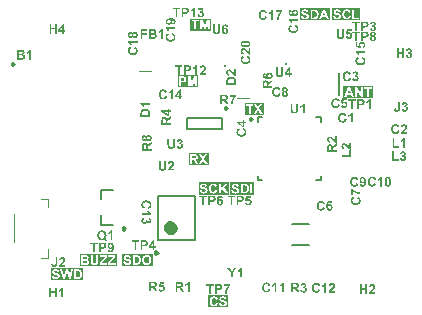
<source format=gto>
G04*
G04 #@! TF.GenerationSoftware,Altium Limited,Altium Designer,24.5.2 (23)*
G04*
G04 Layer_Color=65535*
%FSLAX25Y25*%
%MOIN*%
G70*
G04*
G04 #@! TF.SameCoordinates,DA11F9B2-49B4-46D7-84E3-7535E75C2908*
G04*
G04*
G04 #@! TF.FilePolarity,Positive*
G04*
G01*
G75*
%ADD10C,0.00984*%
%ADD11C,0.02362*%
%ADD12C,0.00984*%
%ADD13C,0.00394*%
%ADD14C,0.00787*%
%ADD15C,0.00500*%
%ADD16C,0.00787*%
%ADD17C,0.00394*%
G36*
X131405Y68037D02*
Y68034D01*
Y68020D01*
Y67999D01*
Y67971D01*
X131402Y67940D01*
Y67902D01*
X131398Y67857D01*
X131395Y67812D01*
X131388Y67714D01*
X131374Y67614D01*
X131357Y67513D01*
X131346Y67468D01*
X131332Y67426D01*
Y67423D01*
X131329Y67413D01*
X131322Y67399D01*
X131315Y67381D01*
X131304Y67357D01*
X131290Y67329D01*
X131256Y67263D01*
X131207Y67194D01*
X131148Y67118D01*
X131079Y67045D01*
X131037Y67010D01*
X130992Y66975D01*
X130989Y66972D01*
X130982Y66968D01*
X130968Y66961D01*
X130947Y66951D01*
X130923Y66937D01*
X130892Y66923D01*
X130857Y66909D01*
X130819Y66892D01*
X130773Y66878D01*
X130725Y66861D01*
X130669Y66847D01*
X130614Y66837D01*
X130551Y66823D01*
X130485Y66816D01*
X130413Y66812D01*
X130340Y66809D01*
X130319D01*
X130295Y66812D01*
X130263D01*
X130222Y66816D01*
X130177Y66823D01*
X130128Y66830D01*
X130073Y66843D01*
X130014Y66857D01*
X129955Y66875D01*
X129896Y66896D01*
X129833Y66920D01*
X129774Y66951D01*
X129715Y66986D01*
X129663Y67027D01*
X129611Y67072D01*
X129608Y67076D01*
X129601Y67086D01*
X129587Y67100D01*
X129569Y67121D01*
X129552Y67149D01*
X129531Y67184D01*
X129507Y67225D01*
X129483Y67270D01*
X129458Y67322D01*
X129434Y67381D01*
X129413Y67444D01*
X129396Y67513D01*
X129379Y67589D01*
X129365Y67673D01*
X129358Y67760D01*
X129354Y67853D01*
X129965Y67923D01*
Y67919D01*
Y67912D01*
Y67895D01*
X129969Y67878D01*
Y67853D01*
X129972Y67829D01*
X129979Y67770D01*
X129989Y67704D01*
X130003Y67642D01*
X130020Y67579D01*
X130031Y67555D01*
X130045Y67531D01*
Y67527D01*
X130048Y67524D01*
X130066Y67503D01*
X130090Y67479D01*
X130125Y67447D01*
X130170Y67416D01*
X130225Y67388D01*
X130288Y67367D01*
X130326Y67364D01*
X130364Y67361D01*
X130385D01*
X130399Y67364D01*
X130437Y67367D01*
X130482Y67374D01*
X130534Y67392D01*
X130583Y67413D01*
X130631Y67440D01*
X130669Y67482D01*
X130673Y67489D01*
X130676Y67496D01*
X130683Y67506D01*
X130690Y67524D01*
X130697Y67541D01*
X130708Y67565D01*
X130714Y67593D01*
X130721Y67624D01*
X130732Y67662D01*
X130739Y67704D01*
X130746Y67753D01*
X130753Y67805D01*
X130756Y67864D01*
X130760Y67926D01*
Y67996D01*
Y70071D01*
X131405D01*
Y68037D01*
D02*
G37*
G36*
X133012Y70078D02*
X133043D01*
X133081Y70071D01*
X133126Y70067D01*
X133175Y70057D01*
X133227Y70046D01*
X133286Y70029D01*
X133345Y70012D01*
X133404Y69987D01*
X133463Y69959D01*
X133525Y69925D01*
X133584Y69887D01*
X133640Y69842D01*
X133692Y69789D01*
X133695Y69786D01*
X133702Y69779D01*
X133713Y69765D01*
X133727Y69748D01*
X133744Y69727D01*
X133765Y69699D01*
X133785Y69668D01*
X133806Y69633D01*
X133848Y69557D01*
X133886Y69467D01*
X133900Y69418D01*
X133910Y69366D01*
X133917Y69314D01*
X133921Y69259D01*
Y69255D01*
Y69241D01*
X133917Y69217D01*
X133914Y69189D01*
X133907Y69155D01*
X133897Y69113D01*
X133883Y69064D01*
X133862Y69016D01*
X133837Y68964D01*
X133810Y68908D01*
X133772Y68853D01*
X133727Y68797D01*
X133674Y68742D01*
X133612Y68686D01*
X133539Y68634D01*
X133459Y68585D01*
X133463D01*
X133473Y68582D01*
X133487Y68578D01*
X133504Y68572D01*
X133529Y68565D01*
X133556Y68554D01*
X133615Y68530D01*
X133688Y68495D01*
X133761Y68447D01*
X133831Y68391D01*
X133865Y68356D01*
X133897Y68318D01*
X133900Y68315D01*
X133903Y68308D01*
X133910Y68297D01*
X133924Y68283D01*
X133935Y68263D01*
X133949Y68238D01*
X133966Y68211D01*
X133980Y68179D01*
X134011Y68107D01*
X134039Y68023D01*
X134056Y67926D01*
X134060Y67874D01*
X134063Y67822D01*
Y67819D01*
Y67805D01*
X134060Y67780D01*
Y67753D01*
X134053Y67714D01*
X134046Y67673D01*
X134039Y67628D01*
X134025Y67576D01*
X134008Y67520D01*
X133987Y67461D01*
X133962Y67402D01*
X133931Y67343D01*
X133897Y67281D01*
X133855Y67222D01*
X133810Y67163D01*
X133754Y67104D01*
X133751Y67100D01*
X133740Y67090D01*
X133723Y67076D01*
X133699Y67059D01*
X133668Y67034D01*
X133633Y67010D01*
X133591Y66982D01*
X133543Y66958D01*
X133491Y66930D01*
X133431Y66903D01*
X133366Y66878D01*
X133300Y66854D01*
X133227Y66837D01*
X133150Y66823D01*
X133067Y66812D01*
X132984Y66809D01*
X132963D01*
X132942Y66812D01*
X132911D01*
X132876Y66816D01*
X132831Y66823D01*
X132783Y66830D01*
X132731Y66840D01*
X132675Y66854D01*
X132616Y66871D01*
X132557Y66889D01*
X132498Y66913D01*
X132436Y66944D01*
X132377Y66975D01*
X132318Y67014D01*
X132262Y67059D01*
X132259Y67062D01*
X132248Y67069D01*
X132234Y67083D01*
X132217Y67104D01*
X132196Y67128D01*
X132168Y67159D01*
X132144Y67194D01*
X132113Y67236D01*
X132085Y67281D01*
X132057Y67329D01*
X132030Y67381D01*
X132002Y67440D01*
X131981Y67503D01*
X131960Y67569D01*
X131943Y67642D01*
X131932Y67714D01*
X132526Y67787D01*
Y67784D01*
Y67777D01*
X132529Y67766D01*
X132533Y67749D01*
X132540Y67708D01*
X132557Y67659D01*
X132574Y67600D01*
X132602Y67544D01*
X132637Y67485D01*
X132678Y67437D01*
X132685Y67433D01*
X132699Y67419D01*
X132727Y67399D01*
X132762Y67378D01*
X132807Y67357D01*
X132859Y67336D01*
X132918Y67322D01*
X132980Y67319D01*
X132998D01*
X133012Y67322D01*
X133046Y67326D01*
X133091Y67336D01*
X133143Y67354D01*
X133196Y67378D01*
X133251Y67413D01*
X133303Y67461D01*
X133310Y67468D01*
X133324Y67489D01*
X133345Y67520D01*
X133369Y67565D01*
X133393Y67621D01*
X133414Y67687D01*
X133428Y67763D01*
X133435Y67850D01*
Y67853D01*
Y67860D01*
Y67871D01*
X133431Y67888D01*
Y67909D01*
X133428Y67930D01*
X133421Y67982D01*
X133404Y68041D01*
X133383Y68103D01*
X133352Y68162D01*
X133310Y68218D01*
X133303Y68225D01*
X133289Y68238D01*
X133262Y68263D01*
X133227Y68287D01*
X133182Y68311D01*
X133130Y68336D01*
X133071Y68349D01*
X133005Y68356D01*
X132984D01*
X132960Y68353D01*
X132925Y68349D01*
X132883Y68346D01*
X132838Y68336D01*
X132783Y68325D01*
X132724Y68308D01*
X132790Y68808D01*
X132831D01*
X132852Y68811D01*
X132876D01*
X132932Y68818D01*
X132994Y68828D01*
X133057Y68849D01*
X133116Y68877D01*
X133171Y68912D01*
X133178Y68919D01*
X133192Y68932D01*
X133213Y68957D01*
X133241Y68991D01*
X133265Y69037D01*
X133286Y69089D01*
X133300Y69148D01*
X133307Y69217D01*
Y69220D01*
Y69224D01*
Y69245D01*
X133303Y69273D01*
X133296Y69311D01*
X133282Y69349D01*
X133265Y69394D01*
X133241Y69436D01*
X133209Y69474D01*
X133206Y69477D01*
X133192Y69488D01*
X133171Y69505D01*
X133140Y69522D01*
X133102Y69540D01*
X133060Y69557D01*
X133008Y69567D01*
X132949Y69571D01*
X132921D01*
X132894Y69564D01*
X132855Y69557D01*
X132814Y69543D01*
X132769Y69526D01*
X132724Y69498D01*
X132678Y69460D01*
X132675Y69456D01*
X132661Y69439D01*
X132644Y69415D01*
X132620Y69380D01*
X132595Y69335D01*
X132574Y69283D01*
X132557Y69217D01*
X132543Y69144D01*
X131978Y69238D01*
Y69241D01*
X131981Y69252D01*
X131984Y69266D01*
X131988Y69286D01*
X131995Y69311D01*
X132002Y69338D01*
X132023Y69404D01*
X132047Y69481D01*
X132078Y69557D01*
X132113Y69633D01*
X132155Y69703D01*
Y69706D01*
X132161Y69710D01*
X132175Y69731D01*
X132203Y69765D01*
X132241Y69803D01*
X132286Y69849D01*
X132342Y69894D01*
X132408Y69939D01*
X132484Y69980D01*
X132488D01*
X132495Y69984D01*
X132505Y69991D01*
X132522Y69998D01*
X132543Y70005D01*
X132568Y70012D01*
X132595Y70022D01*
X132626Y70032D01*
X132696Y70050D01*
X132779Y70067D01*
X132869Y70078D01*
X132966Y70081D01*
X132987D01*
X133012Y70078D01*
D02*
G37*
G36*
X122389Y71358D02*
X112500D01*
Y75349D01*
X122389D01*
Y71358D01*
D02*
G37*
G36*
X67693Y49016D02*
X61024D01*
Y53006D01*
X67693D01*
Y49016D01*
D02*
G37*
G36*
X64133Y75000D02*
X57284D01*
Y78990D01*
X64133D01*
Y75000D01*
D02*
G37*
G36*
X68338Y93898D02*
X61516D01*
Y97888D01*
X68338D01*
Y93898D01*
D02*
G37*
G36*
X64975Y101534D02*
X65006D01*
X65045Y101527D01*
X65090Y101524D01*
X65138Y101513D01*
X65190Y101503D01*
X65249Y101486D01*
X65308Y101468D01*
X65367Y101444D01*
X65426Y101416D01*
X65489Y101382D01*
X65548Y101343D01*
X65603Y101298D01*
X65655Y101246D01*
X65659Y101243D01*
X65666Y101236D01*
X65676Y101222D01*
X65690Y101205D01*
X65707Y101184D01*
X65728Y101156D01*
X65749Y101125D01*
X65770Y101090D01*
X65811Y101014D01*
X65850Y100924D01*
X65864Y100875D01*
X65874Y100823D01*
X65881Y100771D01*
X65884Y100715D01*
Y100712D01*
Y100698D01*
X65881Y100674D01*
X65877Y100646D01*
X65870Y100611D01*
X65860Y100570D01*
X65846Y100521D01*
X65825Y100472D01*
X65801Y100420D01*
X65773Y100365D01*
X65735Y100309D01*
X65690Y100254D01*
X65638Y100198D01*
X65575Y100143D01*
X65503Y100091D01*
X65423Y100042D01*
X65426D01*
X65437Y100039D01*
X65451Y100035D01*
X65468Y100028D01*
X65492Y100021D01*
X65520Y100011D01*
X65579Y99987D01*
X65652Y99952D01*
X65725Y99903D01*
X65794Y99848D01*
X65829Y99813D01*
X65860Y99775D01*
X65864Y99771D01*
X65867Y99765D01*
X65874Y99754D01*
X65888Y99740D01*
X65898Y99719D01*
X65912Y99695D01*
X65929Y99667D01*
X65943Y99636D01*
X65974Y99563D01*
X66002Y99480D01*
X66020Y99383D01*
X66023Y99331D01*
X66027Y99279D01*
Y99275D01*
Y99261D01*
X66023Y99237D01*
Y99209D01*
X66016Y99171D01*
X66009Y99129D01*
X66002Y99084D01*
X65988Y99032D01*
X65971Y98977D01*
X65950Y98918D01*
X65926Y98859D01*
X65895Y98800D01*
X65860Y98737D01*
X65818Y98678D01*
X65773Y98619D01*
X65718Y98560D01*
X65714Y98557D01*
X65704Y98546D01*
X65687Y98533D01*
X65662Y98515D01*
X65631Y98491D01*
X65596Y98467D01*
X65555Y98439D01*
X65506Y98415D01*
X65454Y98387D01*
X65395Y98359D01*
X65329Y98335D01*
X65263Y98311D01*
X65190Y98293D01*
X65114Y98279D01*
X65031Y98269D01*
X64947Y98265D01*
X64927D01*
X64906Y98269D01*
X64875D01*
X64840Y98272D01*
X64795Y98279D01*
X64746Y98286D01*
X64694Y98297D01*
X64639Y98311D01*
X64580Y98328D01*
X64521Y98345D01*
X64462Y98370D01*
X64399Y98401D01*
X64340Y98432D01*
X64281Y98470D01*
X64226Y98515D01*
X64222Y98519D01*
X64212Y98526D01*
X64198Y98540D01*
X64180Y98560D01*
X64160Y98585D01*
X64132Y98616D01*
X64108Y98651D01*
X64076Y98692D01*
X64049Y98737D01*
X64021Y98786D01*
X63993Y98838D01*
X63965Y98897D01*
X63945Y98959D01*
X63924Y99025D01*
X63906Y99098D01*
X63896Y99171D01*
X64489Y99244D01*
Y99240D01*
Y99234D01*
X64493Y99223D01*
X64496Y99206D01*
X64503Y99164D01*
X64521Y99116D01*
X64538Y99057D01*
X64566Y99001D01*
X64600Y98942D01*
X64642Y98893D01*
X64649Y98890D01*
X64663Y98876D01*
X64691Y98855D01*
X64725Y98835D01*
X64770Y98814D01*
X64823Y98793D01*
X64881Y98779D01*
X64944Y98776D01*
X64961D01*
X64975Y98779D01*
X65010Y98782D01*
X65055Y98793D01*
X65107Y98810D01*
X65159Y98835D01*
X65215Y98869D01*
X65267Y98918D01*
X65274Y98925D01*
X65288Y98946D01*
X65308Y98977D01*
X65333Y99022D01*
X65357Y99077D01*
X65378Y99143D01*
X65392Y99220D01*
X65399Y99306D01*
Y99310D01*
Y99317D01*
Y99327D01*
X65395Y99345D01*
Y99366D01*
X65392Y99386D01*
X65385Y99438D01*
X65367Y99497D01*
X65346Y99560D01*
X65315Y99619D01*
X65274Y99674D01*
X65267Y99681D01*
X65253Y99695D01*
X65225Y99719D01*
X65190Y99744D01*
X65145Y99768D01*
X65093Y99792D01*
X65034Y99806D01*
X64968Y99813D01*
X64947D01*
X64923Y99810D01*
X64888Y99806D01*
X64847Y99803D01*
X64802Y99792D01*
X64746Y99782D01*
X64687Y99765D01*
X64753Y100264D01*
X64795D01*
X64815Y100268D01*
X64840D01*
X64895Y100275D01*
X64958Y100285D01*
X65020Y100306D01*
X65079Y100334D01*
X65135Y100368D01*
X65142Y100375D01*
X65156Y100389D01*
X65176Y100413D01*
X65204Y100448D01*
X65228Y100493D01*
X65249Y100545D01*
X65263Y100604D01*
X65270Y100674D01*
Y100677D01*
Y100681D01*
Y100701D01*
X65267Y100729D01*
X65260Y100767D01*
X65246Y100805D01*
X65228Y100851D01*
X65204Y100892D01*
X65173Y100930D01*
X65170Y100934D01*
X65156Y100944D01*
X65135Y100962D01*
X65104Y100979D01*
X65065Y100996D01*
X65024Y101014D01*
X64972Y101024D01*
X64913Y101028D01*
X64885D01*
X64857Y101021D01*
X64819Y101014D01*
X64777Y101000D01*
X64732Y100982D01*
X64687Y100955D01*
X64642Y100917D01*
X64639Y100913D01*
X64625Y100896D01*
X64607Y100871D01*
X64583Y100837D01*
X64559Y100792D01*
X64538Y100740D01*
X64521Y100674D01*
X64507Y100601D01*
X63941Y100695D01*
Y100698D01*
X63945Y100708D01*
X63948Y100722D01*
X63951Y100743D01*
X63959Y100767D01*
X63965Y100795D01*
X63986Y100861D01*
X64011Y100937D01*
X64042Y101014D01*
X64076Y101090D01*
X64118Y101160D01*
Y101163D01*
X64125Y101166D01*
X64139Y101187D01*
X64167Y101222D01*
X64205Y101260D01*
X64250Y101305D01*
X64305Y101350D01*
X64371Y101395D01*
X64448Y101437D01*
X64451D01*
X64458Y101441D01*
X64468Y101447D01*
X64486Y101454D01*
X64507Y101461D01*
X64531Y101468D01*
X64559Y101479D01*
X64590Y101489D01*
X64659Y101506D01*
X64743Y101524D01*
X64833Y101534D01*
X64930Y101538D01*
X64951D01*
X64975Y101534D01*
D02*
G37*
G36*
X63001Y98325D02*
X62387D01*
Y100632D01*
X62383Y100628D01*
X62373Y100618D01*
X62352Y100601D01*
X62327Y100580D01*
X62296Y100556D01*
X62255Y100524D01*
X62213Y100490D01*
X62161Y100455D01*
X62106Y100417D01*
X62046Y100379D01*
X61981Y100340D01*
X61911Y100302D01*
X61838Y100264D01*
X61759Y100230D01*
X61679Y100198D01*
X61595Y100167D01*
Y100726D01*
X61599D01*
X61606Y100729D01*
X61620Y100733D01*
X61637Y100740D01*
X61661Y100750D01*
X61686Y100760D01*
X61717Y100774D01*
X61752Y100792D01*
X61828Y100830D01*
X61915Y100882D01*
X62012Y100944D01*
X62116Y101021D01*
X62119Y101024D01*
X62130Y101031D01*
X62144Y101041D01*
X62161Y101059D01*
X62185Y101080D01*
X62210Y101107D01*
X62237Y101135D01*
X62269Y101170D01*
X62335Y101246D01*
X62397Y101333D01*
X62456Y101430D01*
X62480Y101482D01*
X62501Y101538D01*
X63001D01*
Y98325D01*
D02*
G37*
G36*
X59819Y101524D02*
X59874D01*
X59937Y101520D01*
X60069Y101517D01*
X60131Y101510D01*
X60194Y101506D01*
X60252Y101503D01*
X60304Y101496D01*
X60350Y101486D01*
X60388Y101479D01*
X60391D01*
X60402Y101475D01*
X60416Y101472D01*
X60433Y101465D01*
X60457Y101454D01*
X60485Y101444D01*
X60547Y101413D01*
X60620Y101371D01*
X60697Y101316D01*
X60738Y101281D01*
X60777Y101246D01*
X60815Y101208D01*
X60849Y101163D01*
X60853Y101160D01*
X60856Y101153D01*
X60867Y101139D01*
X60877Y101121D01*
X60894Y101097D01*
X60908Y101066D01*
X60926Y101034D01*
X60943Y100996D01*
X60960Y100951D01*
X60978Y100906D01*
X60995Y100854D01*
X61009Y100799D01*
X61019Y100740D01*
X61030Y100677D01*
X61033Y100608D01*
X61037Y100538D01*
Y100535D01*
Y100524D01*
Y100511D01*
Y100490D01*
X61033Y100465D01*
X61030Y100434D01*
X61026Y100403D01*
X61023Y100365D01*
X61009Y100288D01*
X60992Y100205D01*
X60964Y100122D01*
X60929Y100042D01*
Y100039D01*
X60926Y100035D01*
X60919Y100025D01*
X60908Y100011D01*
X60887Y99973D01*
X60856Y99928D01*
X60815Y99879D01*
X60769Y99827D01*
X60714Y99775D01*
X60655Y99726D01*
X60651D01*
X60648Y99723D01*
X60627Y99709D01*
X60596Y99688D01*
X60551Y99664D01*
X60502Y99640D01*
X60447Y99615D01*
X60384Y99594D01*
X60322Y99577D01*
X60318D01*
X60312Y99574D01*
X60298D01*
X60280Y99570D01*
X60256Y99567D01*
X60225Y99563D01*
X60190Y99560D01*
X60152Y99556D01*
X60107Y99549D01*
X60055Y99546D01*
X59999Y99542D01*
X59940Y99539D01*
X59874Y99536D01*
X59805D01*
X59728Y99532D01*
X59229D01*
Y98325D01*
X58583D01*
Y101527D01*
X59763D01*
X59819Y101524D01*
D02*
G37*
G36*
X58167Y100986D02*
X57223D01*
Y98325D01*
X56578D01*
Y100986D01*
X55627D01*
Y101527D01*
X58167D01*
Y100986D01*
D02*
G37*
G36*
X65791Y82312D02*
X65829Y82308D01*
X65874Y82301D01*
X65926Y82294D01*
X65982Y82284D01*
X66041Y82270D01*
X66100Y82253D01*
X66162Y82232D01*
X66225Y82208D01*
X66284Y82177D01*
X66343Y82142D01*
X66402Y82104D01*
X66454Y82059D01*
X66457Y82055D01*
X66464Y82048D01*
X66478Y82031D01*
X66495Y82013D01*
X66516Y81989D01*
X66540Y81958D01*
X66565Y81923D01*
X66592Y81881D01*
X66617Y81840D01*
X66641Y81791D01*
X66665Y81739D01*
X66686Y81684D01*
X66703Y81621D01*
X66717Y81559D01*
X66724Y81493D01*
X66728Y81423D01*
Y81420D01*
Y81413D01*
Y81403D01*
Y81385D01*
X66724Y81368D01*
Y81344D01*
X66717Y81292D01*
X66707Y81226D01*
X66693Y81156D01*
X66676Y81083D01*
X66648Y81011D01*
Y81007D01*
X66645Y81004D01*
X66641Y80990D01*
X66634Y80976D01*
X66624Y80958D01*
X66613Y80938D01*
X66589Y80886D01*
X66554Y80827D01*
X66513Y80757D01*
X66461Y80681D01*
X66402Y80601D01*
X66395Y80594D01*
X66381Y80573D01*
X66350Y80542D01*
X66311Y80497D01*
X66284Y80469D01*
X66256Y80438D01*
X66221Y80407D01*
X66186Y80369D01*
X66145Y80330D01*
X66100Y80285D01*
X66051Y80240D01*
X65999Y80192D01*
X65996Y80188D01*
X65985Y80181D01*
X65971Y80167D01*
X65954Y80150D01*
X65930Y80129D01*
X65902Y80105D01*
X65843Y80049D01*
X65780Y79990D01*
X65721Y79931D01*
X65694Y79904D01*
X65669Y79879D01*
X65649Y79855D01*
X65631Y79838D01*
X65628Y79834D01*
X65617Y79824D01*
X65604Y79807D01*
X65586Y79786D01*
X65569Y79758D01*
X65548Y79730D01*
X65506Y79671D01*
X66728D01*
Y79102D01*
X64576D01*
Y79106D01*
X64580Y79116D01*
Y79133D01*
X64583Y79158D01*
X64590Y79185D01*
X64597Y79220D01*
X64604Y79258D01*
X64614Y79300D01*
X64642Y79394D01*
X64680Y79498D01*
X64726Y79605D01*
X64784Y79713D01*
X64788Y79716D01*
X64792Y79727D01*
X64805Y79744D01*
X64819Y79765D01*
X64840Y79793D01*
X64868Y79831D01*
X64899Y79869D01*
X64937Y79918D01*
X64979Y79970D01*
X65031Y80025D01*
X65086Y80091D01*
X65149Y80157D01*
X65218Y80230D01*
X65298Y80310D01*
X65381Y80393D01*
X65475Y80480D01*
X65478Y80483D01*
X65492Y80497D01*
X65513Y80518D01*
X65541Y80542D01*
X65576Y80573D01*
X65610Y80608D01*
X65652Y80650D01*
X65694Y80691D01*
X65784Y80778D01*
X65867Y80865D01*
X65902Y80903D01*
X65937Y80941D01*
X65964Y80976D01*
X65985Y81004D01*
Y81007D01*
X65992Y81011D01*
X65996Y81021D01*
X66006Y81035D01*
X66027Y81073D01*
X66051Y81122D01*
X66072Y81177D01*
X66093Y81240D01*
X66107Y81309D01*
X66114Y81378D01*
Y81382D01*
Y81389D01*
Y81399D01*
Y81413D01*
X66107Y81448D01*
X66100Y81496D01*
X66086Y81545D01*
X66068Y81597D01*
X66041Y81649D01*
X66003Y81694D01*
X65999Y81698D01*
X65982Y81712D01*
X65957Y81729D01*
X65923Y81750D01*
X65878Y81770D01*
X65825Y81788D01*
X65767Y81802D01*
X65697Y81805D01*
X65666D01*
X65631Y81798D01*
X65586Y81791D01*
X65538Y81777D01*
X65486Y81757D01*
X65433Y81725D01*
X65388Y81687D01*
X65385Y81680D01*
X65371Y81666D01*
X65354Y81639D01*
X65329Y81597D01*
X65308Y81545D01*
X65288Y81479D01*
X65270Y81399D01*
X65263Y81354D01*
X65260Y81305D01*
X64649Y81365D01*
Y81371D01*
X64653Y81385D01*
X64656Y81413D01*
X64663Y81448D01*
X64670Y81489D01*
X64680Y81538D01*
X64694Y81590D01*
X64712Y81646D01*
X64732Y81704D01*
X64757Y81763D01*
X64784Y81826D01*
X64816Y81885D01*
X64850Y81944D01*
X64892Y81999D01*
X64937Y82048D01*
X64989Y82093D01*
X64993Y82097D01*
X65003Y82104D01*
X65021Y82114D01*
X65041Y82128D01*
X65069Y82145D01*
X65104Y82163D01*
X65142Y82183D01*
X65187Y82204D01*
X65239Y82225D01*
X65291Y82246D01*
X65350Y82263D01*
X65416Y82281D01*
X65482Y82294D01*
X65555Y82305D01*
X65631Y82312D01*
X65711Y82315D01*
X65756D01*
X65791Y82312D01*
D02*
G37*
G36*
X63737Y79102D02*
X63122D01*
Y81410D01*
X63119Y81406D01*
X63108Y81396D01*
X63088Y81378D01*
X63063Y81358D01*
X63032Y81333D01*
X62990Y81302D01*
X62949Y81267D01*
X62897Y81233D01*
X62841Y81195D01*
X62782Y81156D01*
X62716Y81118D01*
X62647Y81080D01*
X62574Y81042D01*
X62494Y81007D01*
X62414Y80976D01*
X62331Y80945D01*
Y81503D01*
X62335D01*
X62342Y81507D01*
X62356Y81510D01*
X62373Y81517D01*
X62397Y81528D01*
X62422Y81538D01*
X62453Y81552D01*
X62487Y81569D01*
X62564Y81607D01*
X62651Y81659D01*
X62748Y81722D01*
X62852Y81798D01*
X62855Y81802D01*
X62866Y81809D01*
X62880Y81819D01*
X62897Y81836D01*
X62921Y81857D01*
X62945Y81885D01*
X62973Y81913D01*
X63004Y81947D01*
X63070Y82024D01*
X63133Y82111D01*
X63192Y82208D01*
X63216Y82260D01*
X63237Y82315D01*
X63737D01*
Y79102D01*
D02*
G37*
G36*
X60555Y82301D02*
X60610D01*
X60673Y82298D01*
X60804Y82294D01*
X60867Y82288D01*
X60929Y82284D01*
X60988Y82281D01*
X61040Y82274D01*
X61085Y82263D01*
X61124Y82256D01*
X61127D01*
X61138Y82253D01*
X61151Y82249D01*
X61169Y82242D01*
X61193Y82232D01*
X61221Y82222D01*
X61283Y82190D01*
X61356Y82149D01*
X61432Y82093D01*
X61474Y82059D01*
X61512Y82024D01*
X61550Y81986D01*
X61585Y81941D01*
X61589Y81937D01*
X61592Y81930D01*
X61602Y81916D01*
X61613Y81899D01*
X61630Y81875D01*
X61644Y81843D01*
X61661Y81812D01*
X61679Y81774D01*
X61696Y81729D01*
X61714Y81684D01*
X61731Y81632D01*
X61745Y81576D01*
X61755Y81517D01*
X61766Y81455D01*
X61769Y81385D01*
X61773Y81316D01*
Y81312D01*
Y81302D01*
Y81288D01*
Y81267D01*
X61769Y81243D01*
X61766Y81212D01*
X61762Y81181D01*
X61759Y81142D01*
X61745Y81066D01*
X61727Y80983D01*
X61700Y80900D01*
X61665Y80820D01*
Y80816D01*
X61661Y80813D01*
X61655Y80802D01*
X61644Y80788D01*
X61623Y80750D01*
X61592Y80705D01*
X61550Y80657D01*
X61505Y80605D01*
X61450Y80553D01*
X61391Y80504D01*
X61387D01*
X61384Y80501D01*
X61363Y80487D01*
X61332Y80466D01*
X61287Y80441D01*
X61238Y80417D01*
X61183Y80393D01*
X61120Y80372D01*
X61058Y80355D01*
X61054D01*
X61047Y80351D01*
X61033D01*
X61016Y80348D01*
X60992Y80344D01*
X60961Y80341D01*
X60926Y80337D01*
X60888Y80334D01*
X60843Y80327D01*
X60791Y80323D01*
X60735Y80320D01*
X60676Y80317D01*
X60610Y80313D01*
X60541D01*
X60464Y80310D01*
X59965D01*
Y79102D01*
X59319D01*
Y82305D01*
X60499D01*
X60555Y82301D01*
D02*
G37*
G36*
X58903Y81763D02*
X57959D01*
Y79102D01*
X57314D01*
Y81763D01*
X56363D01*
Y82305D01*
X58903D01*
Y81763D01*
D02*
G37*
G36*
X82600Y39173D02*
X74803D01*
Y43275D01*
X82600D01*
Y39173D01*
D02*
G37*
G36*
X74338D02*
X64272D01*
Y43275D01*
X74338D01*
Y39173D01*
D02*
G37*
G36*
X71570Y38837D02*
X71597Y38834D01*
X71636Y38830D01*
X71677Y38824D01*
X71719Y38816D01*
X71816Y38789D01*
X71865Y38775D01*
X71917Y38754D01*
X71965Y38730D01*
X72017Y38702D01*
X72066Y38671D01*
X72111Y38633D01*
X72114Y38629D01*
X72121Y38622D01*
X72135Y38612D01*
X72149Y38594D01*
X72170Y38574D01*
X72191Y38546D01*
X72215Y38518D01*
X72239Y38480D01*
X72264Y38442D01*
X72291Y38397D01*
X72316Y38348D01*
X72340Y38296D01*
X72364Y38237D01*
X72385Y38175D01*
X72403Y38109D01*
X72416Y38036D01*
X71823Y37973D01*
Y37977D01*
Y37980D01*
X71820Y38005D01*
X71809Y38036D01*
X71799Y38074D01*
X71785Y38119D01*
X71764Y38161D01*
X71736Y38206D01*
X71705Y38241D01*
X71702Y38244D01*
X71688Y38254D01*
X71670Y38268D01*
X71643Y38286D01*
X71608Y38303D01*
X71566Y38317D01*
X71521Y38327D01*
X71469Y38331D01*
X71452D01*
X71438Y38327D01*
X71400Y38320D01*
X71355Y38310D01*
X71302Y38289D01*
X71247Y38258D01*
X71219Y38237D01*
X71192Y38213D01*
X71167Y38185D01*
X71139Y38154D01*
Y38150D01*
X71132Y38147D01*
X71126Y38133D01*
X71119Y38119D01*
X71108Y38098D01*
X71094Y38070D01*
X71084Y38036D01*
X71070Y37998D01*
X71056Y37953D01*
X71039Y37901D01*
X71025Y37841D01*
X71011Y37772D01*
X71001Y37699D01*
X70987Y37616D01*
X70976Y37526D01*
X70969Y37425D01*
X70973Y37429D01*
X70980Y37435D01*
X70994Y37449D01*
X71011Y37467D01*
X71035Y37488D01*
X71060Y37512D01*
X71091Y37536D01*
X71129Y37564D01*
X71167Y37588D01*
X71212Y37613D01*
X71257Y37637D01*
X71309Y37658D01*
X71362Y37675D01*
X71421Y37689D01*
X71479Y37696D01*
X71542Y37699D01*
X71559D01*
X71580Y37696D01*
X71608D01*
X71639Y37689D01*
X71677Y37685D01*
X71722Y37675D01*
X71767Y37661D01*
X71820Y37647D01*
X71872Y37626D01*
X71927Y37602D01*
X71983Y37574D01*
X72038Y37540D01*
X72094Y37501D01*
X72149Y37456D01*
X72201Y37404D01*
X72205Y37401D01*
X72212Y37390D01*
X72225Y37373D01*
X72243Y37352D01*
X72264Y37321D01*
X72288Y37286D01*
X72312Y37248D01*
X72340Y37200D01*
X72364Y37151D01*
X72389Y37092D01*
X72413Y37029D01*
X72434Y36964D01*
X72451Y36891D01*
X72465Y36818D01*
X72472Y36735D01*
X72475Y36651D01*
Y36644D01*
Y36630D01*
X72472Y36603D01*
Y36571D01*
X72465Y36530D01*
X72461Y36481D01*
X72451Y36426D01*
X72441Y36367D01*
X72423Y36308D01*
X72406Y36242D01*
X72382Y36176D01*
X72354Y36110D01*
X72319Y36048D01*
X72281Y35982D01*
X72236Y35923D01*
X72184Y35864D01*
X72180Y35860D01*
X72170Y35850D01*
X72156Y35836D01*
X72132Y35818D01*
X72104Y35794D01*
X72069Y35770D01*
X72028Y35742D01*
X71983Y35718D01*
X71934Y35690D01*
X71878Y35662D01*
X71816Y35638D01*
X71750Y35614D01*
X71681Y35596D01*
X71608Y35583D01*
X71528Y35572D01*
X71445Y35569D01*
X71424D01*
X71400Y35572D01*
X71365Y35576D01*
X71323Y35579D01*
X71275Y35589D01*
X71223Y35600D01*
X71164Y35617D01*
X71101Y35635D01*
X71035Y35659D01*
X70969Y35690D01*
X70903Y35728D01*
X70837Y35770D01*
X70772Y35818D01*
X70706Y35877D01*
X70647Y35943D01*
X70643Y35947D01*
X70633Y35961D01*
X70619Y35985D01*
X70598Y36016D01*
X70574Y36058D01*
X70549Y36110D01*
X70522Y36169D01*
X70494Y36238D01*
X70463Y36322D01*
X70435Y36412D01*
X70411Y36513D01*
X70386Y36623D01*
X70366Y36745D01*
X70352Y36880D01*
X70341Y37023D01*
X70338Y37179D01*
Y37182D01*
Y37189D01*
Y37200D01*
Y37217D01*
Y37238D01*
X70341Y37262D01*
Y37290D01*
Y37321D01*
X70348Y37394D01*
X70355Y37477D01*
X70366Y37571D01*
X70380Y37668D01*
X70397Y37772D01*
X70418Y37876D01*
X70442Y37984D01*
X70473Y38088D01*
X70511Y38188D01*
X70553Y38282D01*
X70605Y38369D01*
X70661Y38449D01*
X70664Y38452D01*
X70674Y38466D01*
X70695Y38483D01*
X70719Y38511D01*
X70751Y38539D01*
X70792Y38574D01*
X70837Y38608D01*
X70890Y38647D01*
X70945Y38681D01*
X71011Y38716D01*
X71080Y38751D01*
X71157Y38778D01*
X71237Y38806D01*
X71320Y38824D01*
X71413Y38837D01*
X71507Y38841D01*
X71542D01*
X71570Y38837D01*
D02*
G37*
G36*
X68724Y38827D02*
X68780D01*
X68842Y38824D01*
X68974Y38820D01*
X69037Y38813D01*
X69099Y38810D01*
X69158Y38806D01*
X69210Y38799D01*
X69255Y38789D01*
X69293Y38782D01*
X69297D01*
X69307Y38778D01*
X69321Y38775D01*
X69339Y38768D01*
X69363Y38758D01*
X69390Y38747D01*
X69453Y38716D01*
X69526Y38674D01*
X69602Y38619D01*
X69644Y38584D01*
X69682Y38549D01*
X69720Y38511D01*
X69755Y38466D01*
X69758Y38463D01*
X69762Y38456D01*
X69772Y38442D01*
X69783Y38424D01*
X69800Y38400D01*
X69814Y38369D01*
X69831Y38338D01*
X69849Y38300D01*
X69866Y38254D01*
X69883Y38209D01*
X69901Y38157D01*
X69915Y38102D01*
X69925Y38043D01*
X69935Y37980D01*
X69939Y37911D01*
X69942Y37841D01*
Y37838D01*
Y37828D01*
Y37814D01*
Y37793D01*
X69939Y37769D01*
X69935Y37737D01*
X69932Y37706D01*
X69928Y37668D01*
X69915Y37592D01*
X69897Y37508D01*
X69869Y37425D01*
X69835Y37345D01*
Y37342D01*
X69831Y37338D01*
X69824Y37328D01*
X69814Y37314D01*
X69793Y37276D01*
X69762Y37231D01*
X69720Y37182D01*
X69675Y37130D01*
X69620Y37078D01*
X69561Y37029D01*
X69557D01*
X69554Y37026D01*
X69533Y37012D01*
X69502Y36991D01*
X69456Y36967D01*
X69408Y36943D01*
X69352Y36919D01*
X69290Y36898D01*
X69227Y36880D01*
X69224D01*
X69217Y36877D01*
X69203D01*
X69186Y36873D01*
X69161Y36870D01*
X69130Y36866D01*
X69096Y36863D01*
X69057Y36860D01*
X69012Y36852D01*
X68960Y36849D01*
X68905Y36846D01*
X68846Y36842D01*
X68780Y36839D01*
X68710D01*
X68634Y36835D01*
X68134D01*
Y35628D01*
X67489D01*
Y38830D01*
X68669D01*
X68724Y38827D01*
D02*
G37*
G36*
X67073Y38289D02*
X66129D01*
Y35628D01*
X65483D01*
Y38289D01*
X64533D01*
Y38830D01*
X67073D01*
Y38289D01*
D02*
G37*
G36*
X81794Y38218D02*
X80632D01*
X80534Y37673D01*
X80538D01*
X80545Y37677D01*
X80555Y37684D01*
X80569Y37690D01*
X80590Y37697D01*
X80611Y37708D01*
X80663Y37725D01*
X80729Y37746D01*
X80798Y37760D01*
X80875Y37774D01*
X80954Y37777D01*
X80972D01*
X80993Y37774D01*
X81024D01*
X81058Y37767D01*
X81100Y37760D01*
X81145Y37753D01*
X81194Y37739D01*
X81249Y37725D01*
X81305Y37704D01*
X81360Y37680D01*
X81419Y37652D01*
X81478Y37618D01*
X81537Y37576D01*
X81593Y37531D01*
X81648Y37479D01*
X81652Y37475D01*
X81662Y37465D01*
X81676Y37448D01*
X81693Y37423D01*
X81714Y37396D01*
X81739Y37361D01*
X81766Y37319D01*
X81794Y37271D01*
X81818Y37219D01*
X81846Y37160D01*
X81870Y37094D01*
X81891Y37028D01*
X81909Y36951D01*
X81922Y36875D01*
X81933Y36792D01*
X81936Y36705D01*
Y36702D01*
Y36688D01*
Y36667D01*
X81933Y36639D01*
X81929Y36604D01*
X81922Y36563D01*
X81915Y36518D01*
X81909Y36469D01*
X81895Y36414D01*
X81881Y36358D01*
X81860Y36299D01*
X81839Y36240D01*
X81811Y36178D01*
X81780Y36119D01*
X81745Y36056D01*
X81704Y35997D01*
X81700Y35994D01*
X81690Y35980D01*
X81673Y35959D01*
X81645Y35931D01*
X81614Y35900D01*
X81575Y35862D01*
X81530Y35824D01*
X81478Y35785D01*
X81419Y35747D01*
X81353Y35709D01*
X81284Y35671D01*
X81208Y35640D01*
X81124Y35612D01*
X81034Y35591D01*
X80937Y35577D01*
X80836Y35574D01*
X80795D01*
X80764Y35577D01*
X80725Y35581D01*
X80680Y35588D01*
X80632Y35595D01*
X80580Y35605D01*
X80465Y35633D01*
X80403Y35650D01*
X80344Y35675D01*
X80281Y35702D01*
X80222Y35733D01*
X80167Y35768D01*
X80111Y35810D01*
X80108Y35813D01*
X80101Y35820D01*
X80087Y35834D01*
X80066Y35855D01*
X80045Y35879D01*
X80021Y35907D01*
X79993Y35942D01*
X79965Y35980D01*
X79938Y36025D01*
X79910Y36073D01*
X79882Y36125D01*
X79854Y36181D01*
X79830Y36244D01*
X79809Y36309D01*
X79795Y36379D01*
X79781Y36452D01*
X80392Y36518D01*
Y36514D01*
Y36507D01*
X80396Y36497D01*
X80399Y36483D01*
X80406Y36445D01*
X80420Y36400D01*
X80441Y36344D01*
X80468Y36292D01*
X80503Y36237D01*
X80545Y36188D01*
X80552Y36184D01*
X80569Y36171D01*
X80593Y36150D01*
X80632Y36129D01*
X80673Y36105D01*
X80725Y36087D01*
X80781Y36073D01*
X80843Y36067D01*
X80861D01*
X80875Y36070D01*
X80913Y36073D01*
X80958Y36087D01*
X81010Y36105D01*
X81062Y36132D01*
X81117Y36171D01*
X81145Y36195D01*
X81169Y36223D01*
Y36226D01*
X81176Y36230D01*
X81183Y36240D01*
X81190Y36250D01*
X81201Y36268D01*
X81211Y36289D01*
X81225Y36313D01*
X81239Y36341D01*
X81249Y36372D01*
X81263Y36407D01*
X81274Y36445D01*
X81284Y36486D01*
X81291Y36535D01*
X81298Y36584D01*
X81305Y36639D01*
Y36695D01*
Y36698D01*
Y36709D01*
Y36722D01*
X81301Y36743D01*
Y36768D01*
X81298Y36795D01*
X81287Y36861D01*
X81274Y36934D01*
X81249Y37007D01*
X81215Y37076D01*
X81169Y37139D01*
Y37142D01*
X81163Y37146D01*
X81145Y37163D01*
X81117Y37187D01*
X81076Y37215D01*
X81027Y37239D01*
X80968Y37264D01*
X80902Y37281D01*
X80864Y37288D01*
X80802D01*
X80781Y37284D01*
X80756Y37281D01*
X80732Y37274D01*
X80666Y37260D01*
X80593Y37233D01*
X80552Y37212D01*
X80514Y37191D01*
X80472Y37163D01*
X80430Y37132D01*
X80389Y37097D01*
X80351Y37056D01*
X79854Y37125D01*
X80170Y38794D01*
X81794D01*
Y38218D01*
D02*
G37*
G36*
X78161Y38832D02*
X78216D01*
X78279Y38829D01*
X78411Y38825D01*
X78473Y38818D01*
X78536Y38815D01*
X78595Y38811D01*
X78647Y38804D01*
X78692Y38794D01*
X78730Y38787D01*
X78733D01*
X78744Y38784D01*
X78758Y38780D01*
X78775Y38773D01*
X78799Y38763D01*
X78827Y38752D01*
X78890Y38721D01*
X78962Y38680D01*
X79039Y38624D01*
X79080Y38589D01*
X79119Y38555D01*
X79157Y38516D01*
X79191Y38471D01*
X79195Y38468D01*
X79198Y38461D01*
X79209Y38447D01*
X79219Y38430D01*
X79237Y38405D01*
X79251Y38374D01*
X79268Y38343D01*
X79285Y38305D01*
X79303Y38260D01*
X79320Y38214D01*
X79337Y38162D01*
X79351Y38107D01*
X79362Y38048D01*
X79372Y37986D01*
X79375Y37916D01*
X79379Y37847D01*
Y37843D01*
Y37833D01*
Y37819D01*
Y37798D01*
X79375Y37774D01*
X79372Y37743D01*
X79369Y37711D01*
X79365Y37673D01*
X79351Y37597D01*
X79334Y37514D01*
X79306Y37430D01*
X79271Y37350D01*
Y37347D01*
X79268Y37343D01*
X79261Y37333D01*
X79251Y37319D01*
X79230Y37281D01*
X79198Y37236D01*
X79157Y37187D01*
X79112Y37135D01*
X79056Y37083D01*
X78997Y37035D01*
X78994D01*
X78990Y37031D01*
X78970Y37017D01*
X78938Y36996D01*
X78893Y36972D01*
X78845Y36948D01*
X78789Y36924D01*
X78727Y36903D01*
X78664Y36885D01*
X78661D01*
X78654Y36882D01*
X78640D01*
X78623Y36878D01*
X78598Y36875D01*
X78567Y36872D01*
X78532Y36868D01*
X78494Y36865D01*
X78449Y36858D01*
X78397Y36854D01*
X78341Y36851D01*
X78282Y36847D01*
X78216Y36844D01*
X78147D01*
X78071Y36840D01*
X77571D01*
Y35633D01*
X76926D01*
Y38836D01*
X78105D01*
X78161Y38832D01*
D02*
G37*
G36*
X76509Y38294D02*
X75565D01*
Y35633D01*
X74920D01*
Y38294D01*
X73969D01*
Y38836D01*
X76509D01*
Y38294D01*
D02*
G37*
G36*
X86021Y65847D02*
X79626D01*
Y69837D01*
X86021D01*
Y65847D01*
D02*
G37*
G36*
X118201Y97244D02*
X108760D01*
Y101345D01*
X118201D01*
Y97244D01*
D02*
G37*
G36*
X108094D02*
X98032D01*
Y101345D01*
X108094D01*
Y97244D01*
D02*
G37*
G36*
X122393Y96908D02*
X122424D01*
X122462Y96901D01*
X122507Y96898D01*
X122556Y96887D01*
X122608Y96877D01*
X122667Y96860D01*
X122726Y96842D01*
X122785Y96818D01*
X122844Y96790D01*
X122906Y96755D01*
X122965Y96717D01*
X123021Y96672D01*
X123073Y96620D01*
X123076Y96617D01*
X123083Y96610D01*
X123093Y96596D01*
X123107Y96579D01*
X123125Y96558D01*
X123146Y96530D01*
X123166Y96499D01*
X123187Y96464D01*
X123229Y96388D01*
X123267Y96298D01*
X123281Y96249D01*
X123291Y96197D01*
X123298Y96145D01*
X123302Y96089D01*
Y96086D01*
Y96072D01*
X123298Y96048D01*
X123295Y96020D01*
X123288Y95985D01*
X123277Y95944D01*
X123264Y95895D01*
X123243Y95846D01*
X123219Y95794D01*
X123191Y95739D01*
X123152Y95683D01*
X123107Y95628D01*
X123055Y95572D01*
X122993Y95517D01*
X122920Y95465D01*
X122840Y95416D01*
X122844D01*
X122854Y95413D01*
X122868Y95409D01*
X122885Y95402D01*
X122910Y95395D01*
X122937Y95385D01*
X122996Y95361D01*
X123069Y95326D01*
X123142Y95277D01*
X123212Y95222D01*
X123246Y95187D01*
X123277Y95149D01*
X123281Y95145D01*
X123284Y95139D01*
X123291Y95128D01*
X123305Y95114D01*
X123316Y95093D01*
X123329Y95069D01*
X123347Y95041D01*
X123361Y95010D01*
X123392Y94937D01*
X123420Y94854D01*
X123437Y94757D01*
X123441Y94705D01*
X123444Y94653D01*
Y94649D01*
Y94635D01*
X123441Y94611D01*
Y94583D01*
X123434Y94545D01*
X123427Y94503D01*
X123420Y94458D01*
X123406Y94406D01*
X123389Y94351D01*
X123368Y94292D01*
X123343Y94233D01*
X123312Y94174D01*
X123277Y94111D01*
X123236Y94052D01*
X123191Y93993D01*
X123135Y93934D01*
X123132Y93931D01*
X123121Y93921D01*
X123104Y93907D01*
X123080Y93889D01*
X123048Y93865D01*
X123014Y93841D01*
X122972Y93813D01*
X122924Y93789D01*
X122871Y93761D01*
X122812Y93733D01*
X122747Y93709D01*
X122681Y93685D01*
X122608Y93667D01*
X122531Y93653D01*
X122448Y93643D01*
X122365Y93639D01*
X122344D01*
X122323Y93643D01*
X122292D01*
X122257Y93646D01*
X122212Y93653D01*
X122164Y93660D01*
X122111Y93671D01*
X122056Y93685D01*
X121997Y93702D01*
X121938Y93719D01*
X121879Y93744D01*
X121817Y93775D01*
X121758Y93806D01*
X121699Y93844D01*
X121643Y93889D01*
X121640Y93893D01*
X121629Y93900D01*
X121615Y93914D01*
X121598Y93934D01*
X121577Y93959D01*
X121549Y93990D01*
X121525Y94025D01*
X121494Y94066D01*
X121466Y94111D01*
X121438Y94160D01*
X121411Y94212D01*
X121383Y94271D01*
X121362Y94333D01*
X121341Y94399D01*
X121324Y94472D01*
X121313Y94545D01*
X121907Y94618D01*
Y94614D01*
Y94608D01*
X121910Y94597D01*
X121914Y94580D01*
X121921Y94538D01*
X121938Y94490D01*
X121955Y94431D01*
X121983Y94375D01*
X122018Y94316D01*
X122060Y94268D01*
X122066Y94264D01*
X122080Y94250D01*
X122108Y94229D01*
X122143Y94209D01*
X122188Y94188D01*
X122240Y94167D01*
X122299Y94153D01*
X122361Y94150D01*
X122379D01*
X122393Y94153D01*
X122427Y94156D01*
X122472Y94167D01*
X122524Y94184D01*
X122576Y94209D01*
X122632Y94243D01*
X122684Y94292D01*
X122691Y94299D01*
X122705Y94320D01*
X122726Y94351D01*
X122750Y94396D01*
X122774Y94451D01*
X122795Y94517D01*
X122809Y94594D01*
X122816Y94681D01*
Y94684D01*
Y94691D01*
Y94701D01*
X122812Y94719D01*
Y94740D01*
X122809Y94760D01*
X122802Y94812D01*
X122785Y94871D01*
X122764Y94934D01*
X122733Y94993D01*
X122691Y95048D01*
X122684Y95055D01*
X122670Y95069D01*
X122642Y95093D01*
X122608Y95118D01*
X122563Y95142D01*
X122511Y95166D01*
X122452Y95180D01*
X122386Y95187D01*
X122365D01*
X122341Y95184D01*
X122306Y95180D01*
X122264Y95177D01*
X122219Y95166D01*
X122164Y95156D01*
X122105Y95139D01*
X122170Y95638D01*
X122212D01*
X122233Y95642D01*
X122257D01*
X122313Y95649D01*
X122375Y95659D01*
X122438Y95680D01*
X122497Y95708D01*
X122552Y95742D01*
X122559Y95749D01*
X122573Y95763D01*
X122594Y95787D01*
X122622Y95822D01*
X122646Y95867D01*
X122667Y95919D01*
X122681Y95978D01*
X122687Y96048D01*
Y96051D01*
Y96055D01*
Y96075D01*
X122684Y96103D01*
X122677Y96141D01*
X122663Y96179D01*
X122646Y96225D01*
X122622Y96266D01*
X122590Y96304D01*
X122587Y96308D01*
X122573Y96318D01*
X122552Y96336D01*
X122521Y96353D01*
X122483Y96370D01*
X122441Y96388D01*
X122389Y96398D01*
X122330Y96402D01*
X122302D01*
X122275Y96395D01*
X122236Y96388D01*
X122195Y96374D01*
X122150Y96356D01*
X122105Y96329D01*
X122060Y96291D01*
X122056Y96287D01*
X122042Y96270D01*
X122025Y96245D01*
X122001Y96211D01*
X121976Y96166D01*
X121955Y96114D01*
X121938Y96048D01*
X121924Y95975D01*
X121359Y96069D01*
Y96072D01*
X121362Y96082D01*
X121365Y96096D01*
X121369Y96117D01*
X121376Y96141D01*
X121383Y96169D01*
X121404Y96235D01*
X121428Y96311D01*
X121459Y96388D01*
X121494Y96464D01*
X121536Y96534D01*
Y96537D01*
X121542Y96540D01*
X121556Y96561D01*
X121584Y96596D01*
X121622Y96634D01*
X121667Y96679D01*
X121723Y96724D01*
X121789Y96769D01*
X121865Y96811D01*
X121869D01*
X121876Y96815D01*
X121886Y96821D01*
X121903Y96828D01*
X121924Y96835D01*
X121948Y96842D01*
X121976Y96853D01*
X122007Y96863D01*
X122077Y96881D01*
X122160Y96898D01*
X122250Y96908D01*
X122347Y96912D01*
X122368D01*
X122393Y96908D01*
D02*
G37*
G36*
X119724Y96898D02*
X119780D01*
X119842Y96894D01*
X119974Y96891D01*
X120036Y96884D01*
X120099Y96881D01*
X120158Y96877D01*
X120210Y96870D01*
X120255Y96860D01*
X120293Y96853D01*
X120297D01*
X120307Y96849D01*
X120321Y96846D01*
X120338Y96839D01*
X120363Y96828D01*
X120390Y96818D01*
X120453Y96787D01*
X120526Y96745D01*
X120602Y96690D01*
X120644Y96655D01*
X120682Y96620D01*
X120720Y96582D01*
X120755Y96537D01*
X120758Y96534D01*
X120762Y96526D01*
X120772Y96513D01*
X120782Y96495D01*
X120800Y96471D01*
X120814Y96440D01*
X120831Y96408D01*
X120848Y96370D01*
X120866Y96325D01*
X120883Y96280D01*
X120900Y96228D01*
X120914Y96173D01*
X120925Y96114D01*
X120935Y96051D01*
X120939Y95982D01*
X120942Y95912D01*
Y95909D01*
Y95898D01*
Y95885D01*
Y95864D01*
X120939Y95840D01*
X120935Y95808D01*
X120932Y95777D01*
X120928Y95739D01*
X120914Y95662D01*
X120897Y95579D01*
X120869Y95496D01*
X120835Y95416D01*
Y95413D01*
X120831Y95409D01*
X120824Y95399D01*
X120814Y95385D01*
X120793Y95347D01*
X120762Y95302D01*
X120720Y95253D01*
X120675Y95201D01*
X120619Y95149D01*
X120560Y95100D01*
X120557D01*
X120554Y95097D01*
X120533Y95083D01*
X120501Y95062D01*
X120456Y95038D01*
X120408Y95014D01*
X120352Y94989D01*
X120290Y94968D01*
X120227Y94951D01*
X120224D01*
X120217Y94948D01*
X120203D01*
X120186Y94944D01*
X120161Y94941D01*
X120130Y94937D01*
X120096Y94934D01*
X120057Y94930D01*
X120012Y94923D01*
X119960Y94920D01*
X119905Y94916D01*
X119846Y94913D01*
X119780Y94910D01*
X119710D01*
X119634Y94906D01*
X119134D01*
Y93699D01*
X118489D01*
Y96901D01*
X119669D01*
X119724Y96898D01*
D02*
G37*
G36*
X118072Y96360D02*
X117129D01*
Y93699D01*
X116483D01*
Y96360D01*
X115532D01*
Y96901D01*
X118072D01*
Y96360D01*
D02*
G37*
G36*
X119729Y93551D02*
X119785D01*
X119847Y93548D01*
X119979Y93544D01*
X120042Y93537D01*
X120104Y93534D01*
X120163Y93530D01*
X120215Y93524D01*
X120260Y93513D01*
X120298Y93506D01*
X120302D01*
X120312Y93503D01*
X120326Y93499D01*
X120344Y93492D01*
X120368Y93482D01*
X120396Y93472D01*
X120458Y93440D01*
X120531Y93399D01*
X120607Y93343D01*
X120649Y93309D01*
X120687Y93274D01*
X120725Y93236D01*
X120760Y93190D01*
X120763Y93187D01*
X120767Y93180D01*
X120777Y93166D01*
X120788Y93149D01*
X120805Y93125D01*
X120819Y93093D01*
X120836Y93062D01*
X120854Y93024D01*
X120871Y92979D01*
X120888Y92934D01*
X120906Y92882D01*
X120920Y92826D01*
X120930Y92767D01*
X120940Y92705D01*
X120944Y92635D01*
X120947Y92566D01*
Y92562D01*
Y92552D01*
Y92538D01*
Y92517D01*
X120944Y92493D01*
X120940Y92462D01*
X120937Y92431D01*
X120933Y92392D01*
X120920Y92316D01*
X120902Y92233D01*
X120875Y92150D01*
X120840Y92070D01*
Y92066D01*
X120836Y92063D01*
X120829Y92052D01*
X120819Y92038D01*
X120798Y92000D01*
X120767Y91955D01*
X120725Y91907D01*
X120680Y91855D01*
X120625Y91803D01*
X120566Y91754D01*
X120562D01*
X120559Y91750D01*
X120538Y91737D01*
X120507Y91716D01*
X120461Y91691D01*
X120413Y91667D01*
X120357Y91643D01*
X120295Y91622D01*
X120232Y91605D01*
X120229D01*
X120222Y91601D01*
X120208D01*
X120191Y91598D01*
X120167Y91594D01*
X120135Y91591D01*
X120101Y91587D01*
X120062Y91584D01*
X120017Y91577D01*
X119965Y91574D01*
X119910Y91570D01*
X119851Y91566D01*
X119785Y91563D01*
X119715D01*
X119639Y91560D01*
X119140D01*
Y90352D01*
X118494D01*
Y93555D01*
X119674D01*
X119729Y93551D01*
D02*
G37*
G36*
X118078Y93014D02*
X117134D01*
Y90352D01*
X116488D01*
Y93014D01*
X115538D01*
Y93555D01*
X118078D01*
Y93014D01*
D02*
G37*
G36*
X122450Y93562D02*
X122488Y93558D01*
X122530Y93551D01*
X122578Y93544D01*
X122634Y93537D01*
X122745Y93506D01*
X122804Y93489D01*
X122863Y93465D01*
X122922Y93440D01*
X122977Y93406D01*
X123033Y93371D01*
X123081Y93329D01*
X123085Y93326D01*
X123092Y93319D01*
X123106Y93305D01*
X123120Y93288D01*
X123140Y93263D01*
X123161Y93236D01*
X123186Y93204D01*
X123210Y93170D01*
X123231Y93128D01*
X123255Y93083D01*
X123276Y93034D01*
X123296Y92982D01*
X123310Y92927D01*
X123324Y92868D01*
X123331Y92805D01*
X123335Y92739D01*
Y92736D01*
Y92729D01*
Y92719D01*
Y92701D01*
X123331Y92684D01*
X123328Y92660D01*
X123321Y92607D01*
X123307Y92545D01*
X123286Y92479D01*
X123255Y92410D01*
X123217Y92344D01*
Y92340D01*
X123210Y92337D01*
X123196Y92316D01*
X123168Y92285D01*
X123133Y92247D01*
X123088Y92202D01*
X123033Y92156D01*
X122967Y92115D01*
X122894Y92077D01*
X122898D01*
X122904Y92073D01*
X122918Y92066D01*
X122939Y92056D01*
X122960Y92045D01*
X122988Y92032D01*
X123047Y91997D01*
X123109Y91952D01*
X123179Y91900D01*
X123245Y91837D01*
X123300Y91764D01*
Y91761D01*
X123307Y91754D01*
X123314Y91743D01*
X123321Y91730D01*
X123331Y91709D01*
X123345Y91685D01*
X123355Y91660D01*
X123369Y91629D01*
X123394Y91560D01*
X123418Y91476D01*
X123432Y91386D01*
X123439Y91289D01*
Y91286D01*
Y91268D01*
X123435Y91247D01*
Y91216D01*
X123432Y91178D01*
X123425Y91136D01*
X123415Y91088D01*
X123404Y91036D01*
X123387Y90977D01*
X123369Y90921D01*
X123345Y90859D01*
X123317Y90800D01*
X123286Y90741D01*
X123248Y90682D01*
X123203Y90626D01*
X123154Y90571D01*
X123151Y90567D01*
X123140Y90560D01*
X123126Y90546D01*
X123102Y90529D01*
X123074Y90505D01*
X123040Y90484D01*
X122998Y90456D01*
X122953Y90432D01*
X122901Y90408D01*
X122845Y90380D01*
X122783Y90359D01*
X122717Y90338D01*
X122644Y90317D01*
X122568Y90303D01*
X122488Y90297D01*
X122401Y90293D01*
X122360D01*
X122328Y90297D01*
X122290Y90300D01*
X122249Y90307D01*
X122200Y90314D01*
X122148Y90321D01*
X122030Y90349D01*
X121971Y90366D01*
X121908Y90390D01*
X121850Y90415D01*
X121787Y90446D01*
X121728Y90480D01*
X121673Y90522D01*
X121669Y90526D01*
X121659Y90536D01*
X121641Y90550D01*
X121621Y90571D01*
X121593Y90598D01*
X121565Y90633D01*
X121534Y90671D01*
X121502Y90716D01*
X121471Y90768D01*
X121440Y90824D01*
X121412Y90883D01*
X121385Y90949D01*
X121364Y91022D01*
X121346Y91098D01*
X121336Y91178D01*
X121333Y91265D01*
Y91268D01*
Y91275D01*
Y91289D01*
X121336Y91310D01*
Y91331D01*
X121339Y91358D01*
X121350Y91421D01*
X121364Y91494D01*
X121388Y91574D01*
X121419Y91657D01*
X121461Y91740D01*
Y91743D01*
X121468Y91750D01*
X121475Y91761D01*
X121485Y91775D01*
X121516Y91816D01*
X121558Y91865D01*
X121617Y91917D01*
X121686Y91976D01*
X121766Y92028D01*
X121863Y92077D01*
X121860D01*
X121853Y92080D01*
X121843Y92087D01*
X121825Y92094D01*
X121784Y92118D01*
X121731Y92150D01*
X121676Y92188D01*
X121621Y92236D01*
X121565Y92288D01*
X121520Y92351D01*
Y92354D01*
X121516Y92358D01*
X121510Y92368D01*
X121502Y92382D01*
X121485Y92417D01*
X121468Y92465D01*
X121447Y92524D01*
X121430Y92590D01*
X121416Y92663D01*
X121412Y92739D01*
Y92743D01*
Y92757D01*
X121416Y92774D01*
Y92798D01*
X121419Y92830D01*
X121426Y92864D01*
X121433Y92906D01*
X121443Y92948D01*
X121457Y92993D01*
X121475Y93041D01*
X121492Y93090D01*
X121516Y93138D01*
X121548Y93187D01*
X121579Y93236D01*
X121617Y93284D01*
X121662Y93329D01*
X121666Y93333D01*
X121673Y93340D01*
X121690Y93350D01*
X121707Y93367D01*
X121735Y93385D01*
X121766Y93406D01*
X121801Y93426D01*
X121846Y93447D01*
X121891Y93468D01*
X121947Y93492D01*
X122006Y93510D01*
X122068Y93527D01*
X122137Y93544D01*
X122210Y93555D01*
X122290Y93562D01*
X122373Y93565D01*
X122419D01*
X122450Y93562D01*
D02*
G37*
G36*
X132834Y84742D02*
X132189D01*
Y86144D01*
X130919D01*
Y84742D01*
X130273D01*
Y87945D01*
X130919D01*
Y86685D01*
X132189D01*
Y87945D01*
X132834D01*
Y84742D01*
D02*
G37*
G36*
X134423Y87951D02*
X134455D01*
X134493Y87945D01*
X134538Y87941D01*
X134587Y87931D01*
X134639Y87920D01*
X134697Y87903D01*
X134757Y87886D01*
X134816Y87861D01*
X134874Y87834D01*
X134937Y87799D01*
X134996Y87761D01*
X135051Y87716D01*
X135103Y87664D01*
X135107Y87660D01*
X135114Y87653D01*
X135124Y87639D01*
X135138Y87622D01*
X135155Y87601D01*
X135176Y87573D01*
X135197Y87542D01*
X135218Y87507D01*
X135260Y87431D01*
X135298Y87341D01*
X135312Y87292D01*
X135322Y87240D01*
X135329Y87188D01*
X135333Y87133D01*
Y87129D01*
Y87115D01*
X135329Y87091D01*
X135326Y87063D01*
X135319Y87028D01*
X135308Y86987D01*
X135294Y86938D01*
X135274Y86890D01*
X135249Y86838D01*
X135222Y86782D01*
X135183Y86727D01*
X135138Y86671D01*
X135086Y86616D01*
X135024Y86560D01*
X134951Y86508D01*
X134871Y86459D01*
X134874D01*
X134885Y86456D01*
X134899Y86453D01*
X134916Y86446D01*
X134940Y86439D01*
X134968Y86428D01*
X135027Y86404D01*
X135100Y86369D01*
X135173Y86321D01*
X135242Y86265D01*
X135277Y86230D01*
X135308Y86192D01*
X135312Y86189D01*
X135315Y86182D01*
X135322Y86171D01*
X135336Y86158D01*
X135346Y86137D01*
X135360Y86112D01*
X135378Y86085D01*
X135391Y86053D01*
X135423Y85981D01*
X135450Y85897D01*
X135468Y85800D01*
X135471Y85748D01*
X135475Y85696D01*
Y85693D01*
Y85679D01*
X135471Y85654D01*
Y85627D01*
X135464Y85589D01*
X135457Y85547D01*
X135450Y85502D01*
X135437Y85450D01*
X135419Y85394D01*
X135398Y85335D01*
X135374Y85276D01*
X135343Y85217D01*
X135308Y85155D01*
X135267Y85096D01*
X135222Y85037D01*
X135166Y84978D01*
X135162Y84974D01*
X135152Y84964D01*
X135135Y84950D01*
X135110Y84933D01*
X135079Y84908D01*
X135045Y84884D01*
X135003Y84856D01*
X134954Y84832D01*
X134902Y84804D01*
X134843Y84777D01*
X134777Y84752D01*
X134711Y84728D01*
X134639Y84711D01*
X134562Y84697D01*
X134479Y84686D01*
X134396Y84683D01*
X134375D01*
X134354Y84686D01*
X134323D01*
X134288Y84690D01*
X134243Y84697D01*
X134194Y84704D01*
X134142Y84714D01*
X134087Y84728D01*
X134028Y84745D01*
X133969Y84763D01*
X133910Y84787D01*
X133847Y84818D01*
X133788Y84849D01*
X133729Y84887D01*
X133674Y84933D01*
X133670Y84936D01*
X133660Y84943D01*
X133646Y84957D01*
X133629Y84978D01*
X133608Y85002D01*
X133580Y85033D01*
X133556Y85068D01*
X133525Y85110D01*
X133497Y85155D01*
X133469Y85203D01*
X133441Y85255D01*
X133414Y85314D01*
X133393Y85377D01*
X133372Y85443D01*
X133355Y85516D01*
X133344Y85589D01*
X133938Y85661D01*
Y85658D01*
Y85651D01*
X133941Y85641D01*
X133944Y85623D01*
X133951Y85581D01*
X133969Y85533D01*
X133986Y85474D01*
X134014Y85418D01*
X134049Y85360D01*
X134090Y85311D01*
X134097Y85307D01*
X134111Y85294D01*
X134139Y85273D01*
X134174Y85252D01*
X134219Y85231D01*
X134271Y85210D01*
X134330Y85196D01*
X134392Y85193D01*
X134409D01*
X134423Y85196D01*
X134458Y85200D01*
X134503Y85210D01*
X134555Y85228D01*
X134607Y85252D01*
X134663Y85287D01*
X134715Y85335D01*
X134722Y85342D01*
X134736Y85363D01*
X134757Y85394D01*
X134781Y85439D01*
X134805Y85495D01*
X134826Y85561D01*
X134840Y85637D01*
X134847Y85724D01*
Y85727D01*
Y85734D01*
Y85745D01*
X134843Y85762D01*
Y85783D01*
X134840Y85804D01*
X134833Y85856D01*
X134816Y85915D01*
X134795Y85977D01*
X134763Y86036D01*
X134722Y86092D01*
X134715Y86099D01*
X134701Y86112D01*
X134673Y86137D01*
X134639Y86161D01*
X134593Y86185D01*
X134541Y86210D01*
X134482Y86224D01*
X134416Y86230D01*
X134396D01*
X134371Y86227D01*
X134337Y86224D01*
X134295Y86220D01*
X134250Y86210D01*
X134194Y86199D01*
X134135Y86182D01*
X134201Y86681D01*
X134243D01*
X134264Y86685D01*
X134288D01*
X134344Y86692D01*
X134406Y86702D01*
X134468Y86723D01*
X134528Y86751D01*
X134583Y86786D01*
X134590Y86793D01*
X134604Y86806D01*
X134625Y86831D01*
X134652Y86865D01*
X134677Y86910D01*
X134697Y86963D01*
X134711Y87022D01*
X134718Y87091D01*
Y87094D01*
Y87098D01*
Y87119D01*
X134715Y87147D01*
X134708Y87185D01*
X134694Y87223D01*
X134677Y87268D01*
X134652Y87310D01*
X134621Y87348D01*
X134618Y87351D01*
X134604Y87362D01*
X134583Y87379D01*
X134552Y87396D01*
X134514Y87414D01*
X134472Y87431D01*
X134420Y87441D01*
X134361Y87445D01*
X134333D01*
X134305Y87438D01*
X134267Y87431D01*
X134226Y87417D01*
X134180Y87400D01*
X134135Y87372D01*
X134090Y87334D01*
X134087Y87330D01*
X134073Y87313D01*
X134056Y87289D01*
X134031Y87254D01*
X134007Y87209D01*
X133986Y87157D01*
X133969Y87091D01*
X133955Y87018D01*
X133389Y87112D01*
Y87115D01*
X133393Y87126D01*
X133396Y87140D01*
X133400Y87160D01*
X133407Y87185D01*
X133414Y87212D01*
X133434Y87278D01*
X133459Y87355D01*
X133490Y87431D01*
X133525Y87507D01*
X133566Y87577D01*
Y87580D01*
X133573Y87584D01*
X133587Y87604D01*
X133615Y87639D01*
X133653Y87677D01*
X133698Y87722D01*
X133754Y87768D01*
X133820Y87813D01*
X133896Y87854D01*
X133899D01*
X133906Y87858D01*
X133917Y87865D01*
X133934Y87872D01*
X133955Y87879D01*
X133979Y87886D01*
X134007Y87896D01*
X134038Y87906D01*
X134108Y87924D01*
X134191Y87941D01*
X134281Y87951D01*
X134378Y87955D01*
X134399D01*
X134423Y87951D01*
D02*
G37*
G36*
X17141Y92882D02*
X16496D01*
Y94283D01*
X15226D01*
Y92882D01*
X14580D01*
Y96084D01*
X15226D01*
Y94825D01*
X16496D01*
Y96084D01*
X17141D01*
Y92882D01*
D02*
G37*
G36*
X19469Y94065D02*
X19869D01*
Y93527D01*
X19469D01*
Y92882D01*
X18876D01*
Y93527D01*
X17568D01*
Y94061D01*
X18952Y96095D01*
X19469D01*
Y94065D01*
D02*
G37*
G36*
X48926Y15354D02*
X38780D01*
Y19456D01*
X48926D01*
Y15354D01*
D02*
G37*
G36*
X49565Y21919D02*
X49964D01*
Y21381D01*
X49565D01*
Y20736D01*
X48971D01*
Y21381D01*
X47663D01*
Y21916D01*
X49048Y23949D01*
X49565D01*
Y21919D01*
D02*
G37*
G36*
X46157Y23935D02*
X46213D01*
X46275Y23932D01*
X46407Y23928D01*
X46470Y23921D01*
X46532Y23918D01*
X46591Y23914D01*
X46643Y23908D01*
X46688Y23897D01*
X46726Y23890D01*
X46730D01*
X46740Y23887D01*
X46754Y23883D01*
X46771Y23876D01*
X46796Y23866D01*
X46823Y23855D01*
X46886Y23824D01*
X46959Y23783D01*
X47035Y23727D01*
X47077Y23692D01*
X47115Y23658D01*
X47153Y23619D01*
X47188Y23574D01*
X47191Y23571D01*
X47195Y23564D01*
X47205Y23550D01*
X47216Y23533D01*
X47233Y23508D01*
X47247Y23477D01*
X47264Y23446D01*
X47281Y23408D01*
X47299Y23363D01*
X47316Y23318D01*
X47333Y23266D01*
X47347Y23210D01*
X47358Y23151D01*
X47368Y23089D01*
X47372Y23019D01*
X47375Y22950D01*
Y22946D01*
Y22936D01*
Y22922D01*
Y22901D01*
X47372Y22877D01*
X47368Y22846D01*
X47365Y22814D01*
X47361Y22776D01*
X47347Y22700D01*
X47330Y22617D01*
X47302Y22533D01*
X47268Y22454D01*
Y22450D01*
X47264Y22447D01*
X47257Y22436D01*
X47247Y22422D01*
X47226Y22384D01*
X47195Y22339D01*
X47153Y22290D01*
X47108Y22238D01*
X47052Y22186D01*
X46993Y22138D01*
X46990D01*
X46986Y22134D01*
X46966Y22120D01*
X46934Y22100D01*
X46889Y22075D01*
X46841Y22051D01*
X46785Y22027D01*
X46723Y22006D01*
X46660Y21989D01*
X46657D01*
X46650Y21985D01*
X46636D01*
X46619Y21982D01*
X46594Y21978D01*
X46563Y21975D01*
X46528Y21971D01*
X46490Y21968D01*
X46445Y21961D01*
X46393Y21957D01*
X46338Y21954D01*
X46279Y21950D01*
X46213Y21947D01*
X46143D01*
X46067Y21944D01*
X45567D01*
Y20736D01*
X44922D01*
Y23939D01*
X46102D01*
X46157Y23935D01*
D02*
G37*
G36*
X44505Y23397D02*
X43562D01*
Y20736D01*
X42916D01*
Y23397D01*
X41965D01*
Y23939D01*
X44505D01*
Y23397D01*
D02*
G37*
G36*
X37006Y15354D02*
X24705D01*
Y19403D01*
X37006D01*
Y15354D01*
D02*
G37*
G36*
X34969Y23188D02*
X35000Y23184D01*
X35041Y23181D01*
X35090Y23170D01*
X35145Y23160D01*
X35204Y23143D01*
X35267Y23125D01*
X35329Y23098D01*
X35399Y23070D01*
X35465Y23032D01*
X35531Y22990D01*
X35596Y22938D01*
X35662Y22879D01*
X35721Y22813D01*
X35725Y22809D01*
X35735Y22796D01*
X35749Y22771D01*
X35770Y22740D01*
X35794Y22698D01*
X35822Y22646D01*
X35850Y22588D01*
X35878Y22518D01*
X35905Y22435D01*
X35937Y22345D01*
X35961Y22244D01*
X35985Y22129D01*
X36006Y22008D01*
X36020Y21876D01*
X36030Y21730D01*
X36034Y21574D01*
Y21571D01*
Y21564D01*
Y21553D01*
Y21536D01*
Y21515D01*
X36030Y21491D01*
Y21463D01*
Y21432D01*
X36023Y21359D01*
X36016Y21276D01*
X36006Y21186D01*
X35992Y21088D01*
X35975Y20984D01*
X35954Y20880D01*
X35926Y20773D01*
X35895Y20669D01*
X35860Y20568D01*
X35815Y20474D01*
X35767Y20388D01*
X35708Y20308D01*
X35704Y20304D01*
X35694Y20290D01*
X35673Y20273D01*
X35649Y20249D01*
X35617Y20217D01*
X35576Y20186D01*
X35531Y20148D01*
X35478Y20113D01*
X35423Y20079D01*
X35357Y20041D01*
X35288Y20009D01*
X35211Y19982D01*
X35131Y19954D01*
X35048Y19936D01*
X34955Y19922D01*
X34861Y19919D01*
X34826D01*
X34798Y19922D01*
X34767Y19926D01*
X34729Y19929D01*
X34687Y19936D01*
X34646Y19943D01*
X34549Y19968D01*
X34497Y19985D01*
X34448Y20002D01*
X34396Y20027D01*
X34347Y20051D01*
X34299Y20082D01*
X34254Y20117D01*
X34250Y20120D01*
X34243Y20127D01*
X34233Y20138D01*
X34216Y20155D01*
X34198Y20176D01*
X34177Y20204D01*
X34157Y20231D01*
X34132Y20269D01*
X34108Y20308D01*
X34084Y20353D01*
X34056Y20401D01*
X34035Y20457D01*
X34011Y20516D01*
X33993Y20578D01*
X33976Y20648D01*
X33962Y20721D01*
X34556Y20786D01*
Y20783D01*
Y20780D01*
X34559Y20769D01*
Y20755D01*
X34566Y20724D01*
X34576Y20682D01*
X34590Y20641D01*
X34611Y20596D01*
X34635Y20554D01*
X34667Y20516D01*
X34670Y20512D01*
X34684Y20502D01*
X34705Y20488D01*
X34732Y20474D01*
X34767Y20457D01*
X34809Y20443D01*
X34854Y20433D01*
X34909Y20429D01*
X34927D01*
X34941Y20433D01*
X34975Y20439D01*
X35021Y20450D01*
X35069Y20471D01*
X35125Y20502D01*
X35149Y20523D01*
X35177Y20547D01*
X35204Y20571D01*
X35229Y20603D01*
Y20606D01*
X35236Y20609D01*
X35243Y20623D01*
X35250Y20637D01*
X35260Y20658D01*
X35274Y20686D01*
X35288Y20721D01*
X35302Y20759D01*
X35315Y20804D01*
X35329Y20856D01*
X35343Y20915D01*
X35357Y20981D01*
X35371Y21057D01*
X35381Y21137D01*
X35392Y21227D01*
X35399Y21328D01*
X35395Y21324D01*
X35388Y21317D01*
X35374Y21304D01*
X35357Y21286D01*
X35336Y21265D01*
X35309Y21245D01*
X35277Y21220D01*
X35239Y21196D01*
X35201Y21168D01*
X35156Y21144D01*
X35111Y21123D01*
X35059Y21102D01*
X35003Y21085D01*
X34944Y21071D01*
X34885Y21064D01*
X34819Y21061D01*
X34802D01*
X34784Y21064D01*
X34757D01*
X34725Y21071D01*
X34687Y21075D01*
X34642Y21085D01*
X34597Y21095D01*
X34549Y21113D01*
X34497Y21130D01*
X34441Y21154D01*
X34389Y21182D01*
X34333Y21217D01*
X34278Y21255D01*
X34222Y21297D01*
X34170Y21349D01*
X34167Y21352D01*
X34160Y21362D01*
X34146Y21380D01*
X34129Y21401D01*
X34108Y21432D01*
X34084Y21467D01*
X34059Y21508D01*
X34035Y21553D01*
X34007Y21605D01*
X33983Y21661D01*
X33959Y21723D01*
X33938Y21793D01*
X33920Y21866D01*
X33907Y21942D01*
X33900Y22022D01*
X33896Y22109D01*
Y22116D01*
Y22129D01*
X33900Y22157D01*
Y22188D01*
X33907Y22230D01*
X33910Y22279D01*
X33920Y22331D01*
X33931Y22390D01*
X33948Y22449D01*
X33966Y22515D01*
X33990Y22580D01*
X34018Y22643D01*
X34052Y22709D01*
X34091Y22775D01*
X34132Y22834D01*
X34184Y22893D01*
X34188Y22896D01*
X34198Y22907D01*
X34216Y22921D01*
X34236Y22938D01*
X34264Y22962D01*
X34299Y22986D01*
X34340Y23014D01*
X34385Y23042D01*
X34434Y23070D01*
X34490Y23098D01*
X34552Y23122D01*
X34615Y23146D01*
X34687Y23164D01*
X34760Y23177D01*
X34837Y23188D01*
X34920Y23191D01*
X34941D01*
X34969Y23188D01*
D02*
G37*
G36*
X32331Y23177D02*
X32387D01*
X32449Y23174D01*
X32581Y23170D01*
X32643Y23164D01*
X32706Y23160D01*
X32765Y23156D01*
X32817Y23150D01*
X32862Y23139D01*
X32900Y23132D01*
X32904D01*
X32914Y23129D01*
X32928Y23125D01*
X32945Y23118D01*
X32970Y23108D01*
X32998Y23098D01*
X33060Y23066D01*
X33133Y23025D01*
X33209Y22969D01*
X33251Y22934D01*
X33289Y22900D01*
X33327Y22862D01*
X33362Y22817D01*
X33365Y22813D01*
X33369Y22806D01*
X33379Y22792D01*
X33390Y22775D01*
X33407Y22750D01*
X33421Y22719D01*
X33438Y22688D01*
X33456Y22650D01*
X33473Y22605D01*
X33490Y22560D01*
X33508Y22508D01*
X33522Y22452D01*
X33532Y22393D01*
X33542Y22331D01*
X33546Y22261D01*
X33549Y22192D01*
Y22188D01*
Y22178D01*
Y22164D01*
Y22143D01*
X33546Y22119D01*
X33542Y22088D01*
X33539Y22057D01*
X33535Y22018D01*
X33522Y21942D01*
X33504Y21859D01*
X33476Y21776D01*
X33442Y21696D01*
Y21692D01*
X33438Y21689D01*
X33431Y21678D01*
X33421Y21664D01*
X33400Y21626D01*
X33369Y21581D01*
X33327Y21533D01*
X33282Y21481D01*
X33226Y21429D01*
X33167Y21380D01*
X33164D01*
X33161Y21376D01*
X33140Y21362D01*
X33108Y21342D01*
X33063Y21317D01*
X33015Y21293D01*
X32959Y21269D01*
X32897Y21248D01*
X32834Y21231D01*
X32831D01*
X32824Y21227D01*
X32810D01*
X32793Y21224D01*
X32768Y21220D01*
X32737Y21217D01*
X32702Y21213D01*
X32664Y21210D01*
X32619Y21203D01*
X32567Y21199D01*
X32512Y21196D01*
X32453Y21192D01*
X32387Y21189D01*
X32317D01*
X32241Y21186D01*
X31741D01*
Y19978D01*
X31096D01*
Y23181D01*
X32276D01*
X32331Y23177D01*
D02*
G37*
G36*
X30680Y22639D02*
X29736D01*
Y19978D01*
X29090D01*
Y22639D01*
X28139D01*
Y23181D01*
X30680D01*
Y22639D01*
D02*
G37*
G36*
X25808Y10630D02*
X14961D01*
Y14731D01*
X25808D01*
Y10630D01*
D02*
G37*
G36*
X17060Y4988D02*
X16414D01*
Y6390D01*
X15144D01*
Y4988D01*
X14499D01*
Y8191D01*
X15144D01*
Y6931D01*
X16414D01*
Y8191D01*
X17060D01*
Y4988D01*
D02*
G37*
G36*
X19162D02*
X18548D01*
Y7295D01*
X18545Y7292D01*
X18534Y7282D01*
X18514Y7264D01*
X18489Y7243D01*
X18458Y7219D01*
X18417Y7188D01*
X18375Y7153D01*
X18323Y7119D01*
X18267Y7080D01*
X18208Y7042D01*
X18142Y7004D01*
X18073Y6966D01*
X18000Y6928D01*
X17920Y6893D01*
X17841Y6862D01*
X17757Y6831D01*
Y7389D01*
X17761D01*
X17768Y7393D01*
X17782Y7396D01*
X17799Y7403D01*
X17823Y7413D01*
X17847Y7424D01*
X17879Y7438D01*
X17913Y7455D01*
X17990Y7493D01*
X18076Y7545D01*
X18174Y7608D01*
X18278Y7684D01*
X18281Y7688D01*
X18292Y7694D01*
X18305Y7705D01*
X18323Y7722D01*
X18347Y7743D01*
X18371Y7771D01*
X18399Y7799D01*
X18430Y7833D01*
X18496Y7910D01*
X18559Y7996D01*
X18618Y8094D01*
X18642Y8146D01*
X18663Y8201D01*
X19162D01*
Y4988D01*
D02*
G37*
G36*
X74092Y1575D02*
X67520D01*
Y5676D01*
X74092D01*
Y1575D01*
D02*
G37*
G36*
X86993Y9919D02*
X87034Y9916D01*
X87083Y9912D01*
X87142Y9906D01*
X87208Y9895D01*
X87277Y9878D01*
X87350Y9860D01*
X87427Y9836D01*
X87506Y9808D01*
X87586Y9774D01*
X87666Y9736D01*
X87746Y9687D01*
X87819Y9635D01*
X87892Y9572D01*
X87895Y9569D01*
X87902Y9562D01*
X87912Y9552D01*
X87926Y9534D01*
X87947Y9514D01*
X87968Y9489D01*
X87989Y9458D01*
X88016Y9423D01*
X88041Y9382D01*
X88068Y9340D01*
X88096Y9291D01*
X88124Y9239D01*
X88148Y9180D01*
X88176Y9121D01*
X88200Y9055D01*
X88221Y8986D01*
X87583Y8833D01*
Y8837D01*
X87579Y8844D01*
X87576Y8858D01*
X87572Y8875D01*
X87565Y8896D01*
X87555Y8920D01*
X87531Y8976D01*
X87499Y9038D01*
X87458Y9104D01*
X87406Y9166D01*
X87343Y9225D01*
X87340Y9229D01*
X87336Y9232D01*
X87326Y9239D01*
X87312Y9250D01*
X87295Y9260D01*
X87274Y9271D01*
X87222Y9298D01*
X87156Y9326D01*
X87083Y9347D01*
X87000Y9364D01*
X86906Y9371D01*
X86871D01*
X86847Y9368D01*
X86816Y9364D01*
X86781Y9357D01*
X86743Y9350D01*
X86701Y9340D01*
X86656Y9326D01*
X86608Y9309D01*
X86559Y9288D01*
X86510Y9264D01*
X86462Y9232D01*
X86417Y9198D01*
X86368Y9160D01*
X86327Y9114D01*
X86323Y9111D01*
X86316Y9104D01*
X86306Y9087D01*
X86292Y9066D01*
X86274Y9038D01*
X86257Y9003D01*
X86236Y8962D01*
X86219Y8913D01*
X86198Y8861D01*
X86177Y8799D01*
X86160Y8733D01*
X86143Y8656D01*
X86129Y8573D01*
X86118Y8486D01*
X86111Y8389D01*
X86108Y8285D01*
Y8278D01*
Y8257D01*
Y8226D01*
X86111Y8188D01*
X86115Y8136D01*
X86118Y8080D01*
X86125Y8018D01*
X86136Y7948D01*
X86160Y7806D01*
X86177Y7737D01*
X86198Y7664D01*
X86222Y7594D01*
X86254Y7532D01*
X86285Y7473D01*
X86323Y7421D01*
X86327Y7418D01*
X86334Y7411D01*
X86347Y7397D01*
X86361Y7379D01*
X86386Y7362D01*
X86410Y7341D01*
X86441Y7317D01*
X86476Y7293D01*
X86514Y7268D01*
X86559Y7244D01*
X86604Y7223D01*
X86656Y7206D01*
X86708Y7188D01*
X86767Y7175D01*
X86830Y7168D01*
X86892Y7164D01*
X86917D01*
X86934Y7168D01*
X86958D01*
X86982Y7175D01*
X87045Y7185D01*
X87114Y7206D01*
X87187Y7234D01*
X87260Y7275D01*
X87298Y7300D01*
X87333Y7327D01*
X87336Y7331D01*
X87340Y7334D01*
X87350Y7345D01*
X87364Y7359D01*
X87378Y7376D01*
X87395Y7397D01*
X87416Y7424D01*
X87437Y7452D01*
X87458Y7487D01*
X87482Y7525D01*
X87503Y7567D01*
X87527Y7615D01*
X87548Y7664D01*
X87569Y7720D01*
X87586Y7782D01*
X87603Y7844D01*
X88232Y7650D01*
Y7643D01*
X88225Y7626D01*
X88218Y7602D01*
X88204Y7563D01*
X88187Y7522D01*
X88169Y7470D01*
X88145Y7414D01*
X88117Y7355D01*
X88086Y7293D01*
X88051Y7227D01*
X88010Y7161D01*
X87968Y7098D01*
X87919Y7032D01*
X87867Y6973D01*
X87812Y6918D01*
X87749Y6866D01*
X87746Y6862D01*
X87735Y6855D01*
X87715Y6842D01*
X87690Y6828D01*
X87656Y6807D01*
X87617Y6786D01*
X87572Y6762D01*
X87517Y6741D01*
X87461Y6717D01*
X87395Y6692D01*
X87326Y6672D01*
X87250Y6651D01*
X87170Y6637D01*
X87083Y6623D01*
X86993Y6616D01*
X86899Y6612D01*
X86871D01*
X86837Y6616D01*
X86791Y6620D01*
X86739Y6626D01*
X86677Y6637D01*
X86604Y6647D01*
X86528Y6668D01*
X86448Y6689D01*
X86361Y6720D01*
X86274Y6755D01*
X86188Y6796D01*
X86101Y6845D01*
X86014Y6904D01*
X85931Y6970D01*
X85851Y7046D01*
X85848Y7050D01*
X85834Y7067D01*
X85813Y7091D01*
X85789Y7126D01*
X85757Y7171D01*
X85723Y7223D01*
X85685Y7286D01*
X85646Y7359D01*
X85608Y7438D01*
X85570Y7529D01*
X85535Y7626D01*
X85504Y7733D01*
X85480Y7848D01*
X85459Y7969D01*
X85445Y8098D01*
X85442Y8236D01*
Y8240D01*
Y8247D01*
Y8257D01*
Y8271D01*
Y8292D01*
X85445Y8313D01*
X85449Y8368D01*
X85456Y8434D01*
X85462Y8514D01*
X85476Y8601D01*
X85494Y8691D01*
X85515Y8792D01*
X85542Y8892D01*
X85574Y8996D01*
X85615Y9100D01*
X85660Y9201D01*
X85716Y9298D01*
X85778Y9392D01*
X85851Y9479D01*
X85855Y9482D01*
X85872Y9500D01*
X85893Y9520D01*
X85927Y9548D01*
X85969Y9583D01*
X86018Y9621D01*
X86077Y9659D01*
X86143Y9701D01*
X86216Y9742D01*
X86299Y9784D01*
X86386Y9819D01*
X86483Y9854D01*
X86587Y9881D01*
X86698Y9906D01*
X86816Y9919D01*
X86937Y9923D01*
X86965D01*
X86993Y9919D01*
D02*
G37*
G36*
X92708Y6668D02*
X92094D01*
Y8976D01*
X92090Y8972D01*
X92080Y8962D01*
X92059Y8944D01*
X92035Y8924D01*
X92004Y8899D01*
X91962Y8868D01*
X91920Y8833D01*
X91868Y8799D01*
X91813Y8760D01*
X91754Y8722D01*
X91688Y8684D01*
X91618Y8646D01*
X91545Y8608D01*
X91466Y8573D01*
X91386Y8542D01*
X91303Y8511D01*
Y9069D01*
X91306D01*
X91313Y9073D01*
X91327Y9076D01*
X91344Y9083D01*
X91369Y9094D01*
X91393Y9104D01*
X91424Y9118D01*
X91459Y9135D01*
X91535Y9173D01*
X91622Y9225D01*
X91719Y9288D01*
X91823Y9364D01*
X91826Y9368D01*
X91837Y9375D01*
X91851Y9385D01*
X91868Y9402D01*
X91892Y9423D01*
X91917Y9451D01*
X91944Y9479D01*
X91976Y9514D01*
X92042Y9590D01*
X92104Y9676D01*
X92163Y9774D01*
X92187Y9826D01*
X92208Y9881D01*
X92708D01*
Y6668D01*
D02*
G37*
G36*
X90220D02*
X89606D01*
Y8976D01*
X89602Y8972D01*
X89592Y8962D01*
X89571Y8944D01*
X89547Y8924D01*
X89516Y8899D01*
X89474Y8868D01*
X89432Y8833D01*
X89380Y8799D01*
X89325Y8760D01*
X89266Y8722D01*
X89200Y8684D01*
X89130Y8646D01*
X89057Y8608D01*
X88978Y8573D01*
X88898Y8542D01*
X88815Y8511D01*
Y9069D01*
X88818D01*
X88825Y9073D01*
X88839Y9076D01*
X88856Y9083D01*
X88880Y9094D01*
X88905Y9104D01*
X88936Y9118D01*
X88971Y9135D01*
X89047Y9173D01*
X89134Y9225D01*
X89231Y9288D01*
X89335Y9364D01*
X89338Y9368D01*
X89349Y9375D01*
X89363Y9385D01*
X89380Y9402D01*
X89404Y9423D01*
X89429Y9451D01*
X89456Y9479D01*
X89488Y9514D01*
X89554Y9590D01*
X89616Y9676D01*
X89675Y9774D01*
X89699Y9826D01*
X89720Y9881D01*
X90220D01*
Y6668D01*
D02*
G37*
G36*
X99286Y9802D02*
X99317D01*
X99355Y9795D01*
X99400Y9792D01*
X99449Y9781D01*
X99501Y9771D01*
X99560Y9753D01*
X99619Y9736D01*
X99678Y9712D01*
X99737Y9684D01*
X99799Y9649D01*
X99858Y9611D01*
X99914Y9566D01*
X99966Y9514D01*
X99969Y9510D01*
X99976Y9504D01*
X99986Y9490D01*
X100000Y9472D01*
X100018Y9452D01*
X100039Y9424D01*
X100059Y9392D01*
X100080Y9358D01*
X100122Y9281D01*
X100160Y9191D01*
X100174Y9143D01*
X100184Y9091D01*
X100191Y9038D01*
X100195Y8983D01*
Y8980D01*
Y8966D01*
X100191Y8941D01*
X100188Y8914D01*
X100181Y8879D01*
X100170Y8837D01*
X100157Y8789D01*
X100136Y8740D01*
X100111Y8688D01*
X100084Y8632D01*
X100046Y8577D01*
X100000Y8522D01*
X99948Y8466D01*
X99886Y8410D01*
X99813Y8358D01*
X99733Y8310D01*
X99737D01*
X99747Y8306D01*
X99761Y8303D01*
X99778Y8296D01*
X99803Y8289D01*
X99830Y8279D01*
X99889Y8254D01*
X99962Y8220D01*
X100035Y8171D01*
X100104Y8116D01*
X100139Y8081D01*
X100170Y8043D01*
X100174Y8039D01*
X100177Y8032D01*
X100184Y8022D01*
X100198Y8008D01*
X100209Y7987D01*
X100223Y7963D01*
X100240Y7935D01*
X100254Y7904D01*
X100285Y7831D01*
X100313Y7748D01*
X100330Y7650D01*
X100333Y7598D01*
X100337Y7546D01*
Y7543D01*
Y7529D01*
X100333Y7505D01*
Y7477D01*
X100327Y7439D01*
X100320Y7397D01*
X100313Y7352D01*
X100299Y7300D01*
X100282Y7244D01*
X100261Y7186D01*
X100236Y7127D01*
X100205Y7068D01*
X100170Y7005D01*
X100129Y6946D01*
X100084Y6887D01*
X100028Y6828D01*
X100025Y6825D01*
X100014Y6814D01*
X99997Y6800D01*
X99973Y6783D01*
X99941Y6759D01*
X99907Y6734D01*
X99865Y6707D01*
X99817Y6682D01*
X99764Y6655D01*
X99705Y6627D01*
X99639Y6603D01*
X99574Y6578D01*
X99501Y6561D01*
X99424Y6547D01*
X99341Y6537D01*
X99258Y6533D01*
X99237D01*
X99216Y6537D01*
X99185D01*
X99150Y6540D01*
X99105Y6547D01*
X99057Y6554D01*
X99005Y6564D01*
X98949Y6578D01*
X98890Y6596D01*
X98831Y6613D01*
X98772Y6637D01*
X98710Y6668D01*
X98651Y6700D01*
X98592Y6738D01*
X98536Y6783D01*
X98533Y6786D01*
X98522Y6793D01*
X98508Y6807D01*
X98491Y6828D01*
X98470Y6852D01*
X98442Y6884D01*
X98418Y6918D01*
X98387Y6960D01*
X98359Y7005D01*
X98331Y7054D01*
X98304Y7106D01*
X98276Y7165D01*
X98255Y7227D01*
X98234Y7293D01*
X98217Y7366D01*
X98206Y7439D01*
X98800Y7512D01*
Y7508D01*
Y7501D01*
X98803Y7491D01*
X98807Y7474D01*
X98814Y7432D01*
X98831Y7383D01*
X98848Y7324D01*
X98876Y7269D01*
X98911Y7210D01*
X98953Y7161D01*
X98959Y7158D01*
X98973Y7144D01*
X99001Y7123D01*
X99036Y7102D01*
X99081Y7081D01*
X99133Y7061D01*
X99192Y7047D01*
X99254Y7043D01*
X99272D01*
X99286Y7047D01*
X99320Y7050D01*
X99365Y7061D01*
X99417Y7078D01*
X99470Y7102D01*
X99525Y7137D01*
X99577Y7186D01*
X99584Y7192D01*
X99598Y7213D01*
X99619Y7244D01*
X99643Y7290D01*
X99667Y7345D01*
X99688Y7411D01*
X99702Y7487D01*
X99709Y7574D01*
Y7578D01*
Y7585D01*
Y7595D01*
X99705Y7612D01*
Y7633D01*
X99702Y7654D01*
X99695Y7706D01*
X99678Y7765D01*
X99657Y7828D01*
X99626Y7886D01*
X99584Y7942D01*
X99577Y7949D01*
X99563Y7963D01*
X99535Y7987D01*
X99501Y8011D01*
X99456Y8036D01*
X99404Y8060D01*
X99345Y8074D01*
X99279Y8081D01*
X99258D01*
X99234Y8077D01*
X99199Y8074D01*
X99157Y8070D01*
X99112Y8060D01*
X99057Y8050D01*
X98998Y8032D01*
X99063Y8532D01*
X99105D01*
X99126Y8535D01*
X99150D01*
X99206Y8542D01*
X99268Y8553D01*
X99331Y8574D01*
X99390Y8601D01*
X99445Y8636D01*
X99452Y8643D01*
X99466Y8657D01*
X99487Y8681D01*
X99515Y8716D01*
X99539Y8761D01*
X99560Y8813D01*
X99574Y8872D01*
X99581Y8941D01*
Y8945D01*
Y8948D01*
Y8969D01*
X99577Y8997D01*
X99570Y9035D01*
X99556Y9073D01*
X99539Y9118D01*
X99515Y9160D01*
X99483Y9198D01*
X99480Y9202D01*
X99466Y9212D01*
X99445Y9229D01*
X99414Y9247D01*
X99376Y9264D01*
X99334Y9281D01*
X99282Y9292D01*
X99223Y9295D01*
X99195D01*
X99168Y9288D01*
X99129Y9281D01*
X99088Y9268D01*
X99043Y9250D01*
X98998Y9222D01*
X98953Y9184D01*
X98949Y9181D01*
X98935Y9164D01*
X98918Y9139D01*
X98893Y9104D01*
X98869Y9059D01*
X98848Y9007D01*
X98831Y8941D01*
X98817Y8868D01*
X98251Y8962D01*
Y8966D01*
X98255Y8976D01*
X98259Y8990D01*
X98262Y9011D01*
X98269Y9035D01*
X98276Y9063D01*
X98297Y9129D01*
X98321Y9205D01*
X98352Y9281D01*
X98387Y9358D01*
X98428Y9427D01*
Y9431D01*
X98435Y9434D01*
X98449Y9455D01*
X98477Y9490D01*
X98515Y9528D01*
X98560Y9573D01*
X98616Y9618D01*
X98682Y9663D01*
X98758Y9705D01*
X98762D01*
X98769Y9708D01*
X98779Y9715D01*
X98796Y9722D01*
X98817Y9729D01*
X98841Y9736D01*
X98869Y9746D01*
X98900Y9757D01*
X98970Y9774D01*
X99053Y9792D01*
X99143Y9802D01*
X99240Y9805D01*
X99261D01*
X99286Y9802D01*
D02*
G37*
G36*
X96621Y9792D02*
X96669D01*
X96725Y9788D01*
X96780Y9785D01*
X96905Y9774D01*
X97027Y9757D01*
X97086Y9750D01*
X97145Y9736D01*
X97197Y9722D01*
X97242Y9708D01*
X97245D01*
X97252Y9705D01*
X97263Y9698D01*
X97280Y9691D01*
X97301Y9680D01*
X97322Y9670D01*
X97377Y9639D01*
X97436Y9594D01*
X97495Y9542D01*
X97557Y9476D01*
X97613Y9399D01*
Y9396D01*
X97620Y9389D01*
X97627Y9379D01*
X97634Y9361D01*
X97648Y9340D01*
X97658Y9316D01*
X97672Y9285D01*
X97686Y9254D01*
X97710Y9181D01*
X97734Y9094D01*
X97748Y9000D01*
X97755Y8896D01*
Y8893D01*
Y8879D01*
Y8862D01*
X97752Y8837D01*
X97748Y8806D01*
X97745Y8771D01*
X97738Y8730D01*
X97728Y8688D01*
X97703Y8591D01*
X97686Y8542D01*
X97665Y8494D01*
X97641Y8442D01*
X97613Y8393D01*
X97582Y8344D01*
X97544Y8299D01*
X97540Y8296D01*
X97533Y8289D01*
X97523Y8279D01*
X97505Y8261D01*
X97481Y8244D01*
X97453Y8223D01*
X97422Y8199D01*
X97384Y8174D01*
X97342Y8147D01*
X97297Y8123D01*
X97245Y8098D01*
X97186Y8074D01*
X97124Y8053D01*
X97058Y8032D01*
X96985Y8015D01*
X96909Y8001D01*
X96912D01*
X96919Y7994D01*
X96929Y7991D01*
X96943Y7980D01*
X96982Y7956D01*
X97030Y7921D01*
X97086Y7883D01*
X97145Y7838D01*
X97204Y7786D01*
X97256Y7734D01*
X97263Y7727D01*
X97269Y7717D01*
X97280Y7706D01*
X97294Y7689D01*
X97311Y7668D01*
X97332Y7644D01*
X97353Y7616D01*
X97377Y7581D01*
X97405Y7543D01*
X97436Y7501D01*
X97467Y7453D01*
X97502Y7401D01*
X97540Y7342D01*
X97582Y7283D01*
X97623Y7213D01*
X98016Y6592D01*
X97242D01*
X96773Y7290D01*
X96770Y7293D01*
X96763Y7307D01*
X96749Y7324D01*
X96732Y7349D01*
X96714Y7380D01*
X96690Y7411D01*
X96638Y7487D01*
X96579Y7567D01*
X96523Y7644D01*
X96496Y7678D01*
X96471Y7710D01*
X96451Y7737D01*
X96430Y7758D01*
X96426Y7762D01*
X96416Y7775D01*
X96395Y7789D01*
X96371Y7810D01*
X96343Y7834D01*
X96308Y7855D01*
X96274Y7876D01*
X96236Y7890D01*
X96232Y7893D01*
X96215Y7897D01*
X96190Y7904D01*
X96156Y7911D01*
X96110Y7918D01*
X96055Y7921D01*
X95989Y7928D01*
X95781D01*
Y6592D01*
X95135D01*
Y9795D01*
X96579D01*
X96621Y9792D01*
D02*
G37*
G36*
X103572Y9821D02*
X103614Y9817D01*
X103662Y9814D01*
X103721Y9807D01*
X103787Y9797D01*
X103857Y9779D01*
X103929Y9762D01*
X104006Y9738D01*
X104086Y9710D01*
X104165Y9675D01*
X104245Y9637D01*
X104325Y9589D01*
X104398Y9537D01*
X104471Y9474D01*
X104474Y9471D01*
X104481Y9464D01*
X104491Y9453D01*
X104505Y9436D01*
X104526Y9415D01*
X104547Y9391D01*
X104568Y9359D01*
X104596Y9325D01*
X104620Y9283D01*
X104648Y9241D01*
X104675Y9193D01*
X104703Y9141D01*
X104727Y9082D01*
X104755Y9023D01*
X104780Y8957D01*
X104800Y8888D01*
X104162Y8735D01*
Y8738D01*
X104158Y8745D01*
X104155Y8759D01*
X104151Y8777D01*
X104145Y8797D01*
X104134Y8822D01*
X104110Y8877D01*
X104079Y8940D01*
X104037Y9006D01*
X103985Y9068D01*
X103922Y9127D01*
X103919Y9131D01*
X103916Y9134D01*
X103905Y9141D01*
X103891Y9151D01*
X103874Y9162D01*
X103853Y9172D01*
X103801Y9200D01*
X103735Y9228D01*
X103662Y9249D01*
X103579Y9266D01*
X103485Y9273D01*
X103451D01*
X103426Y9269D01*
X103395Y9266D01*
X103360Y9259D01*
X103322Y9252D01*
X103280Y9241D01*
X103235Y9228D01*
X103187Y9210D01*
X103138Y9189D01*
X103090Y9165D01*
X103041Y9134D01*
X102996Y9099D01*
X102947Y9061D01*
X102906Y9016D01*
X102902Y9013D01*
X102895Y9006D01*
X102885Y8988D01*
X102871Y8967D01*
X102854Y8940D01*
X102836Y8905D01*
X102815Y8863D01*
X102798Y8815D01*
X102777Y8763D01*
X102757Y8700D01*
X102739Y8634D01*
X102722Y8558D01*
X102708Y8475D01*
X102698Y8388D01*
X102691Y8291D01*
X102687Y8187D01*
Y8180D01*
Y8159D01*
Y8128D01*
X102691Y8089D01*
X102694Y8037D01*
X102698Y7982D01*
X102704Y7920D01*
X102715Y7850D01*
X102739Y7708D01*
X102757Y7638D01*
X102777Y7565D01*
X102802Y7496D01*
X102833Y7434D01*
X102864Y7375D01*
X102902Y7323D01*
X102906Y7319D01*
X102913Y7312D01*
X102927Y7298D01*
X102940Y7281D01*
X102965Y7264D01*
X102989Y7243D01*
X103020Y7219D01*
X103055Y7194D01*
X103093Y7170D01*
X103138Y7146D01*
X103183Y7125D01*
X103235Y7107D01*
X103287Y7090D01*
X103346Y7076D01*
X103409Y7069D01*
X103471Y7066D01*
X103496D01*
X103513Y7069D01*
X103537D01*
X103561Y7076D01*
X103624Y7087D01*
X103693Y7107D01*
X103766Y7135D01*
X103839Y7177D01*
X103877Y7201D01*
X103912Y7229D01*
X103916Y7232D01*
X103919Y7236D01*
X103929Y7246D01*
X103943Y7260D01*
X103957Y7277D01*
X103974Y7298D01*
X103995Y7326D01*
X104016Y7354D01*
X104037Y7389D01*
X104061Y7427D01*
X104082Y7468D01*
X104106Y7517D01*
X104127Y7565D01*
X104148Y7621D01*
X104165Y7683D01*
X104183Y7746D01*
X104811Y7552D01*
Y7545D01*
X104804Y7527D01*
X104797Y7503D01*
X104783Y7465D01*
X104766Y7423D01*
X104748Y7371D01*
X104724Y7316D01*
X104696Y7257D01*
X104665Y7194D01*
X104630Y7128D01*
X104589Y7062D01*
X104547Y7000D01*
X104498Y6934D01*
X104446Y6875D01*
X104391Y6820D01*
X104328Y6767D01*
X104325Y6764D01*
X104314Y6757D01*
X104294Y6743D01*
X104269Y6729D01*
X104235Y6708D01*
X104197Y6688D01*
X104151Y6663D01*
X104096Y6643D01*
X104040Y6618D01*
X103974Y6594D01*
X103905Y6573D01*
X103829Y6552D01*
X103749Y6538D01*
X103662Y6525D01*
X103572Y6518D01*
X103478Y6514D01*
X103451D01*
X103416Y6518D01*
X103371Y6521D01*
X103319Y6528D01*
X103256Y6538D01*
X103183Y6549D01*
X103107Y6570D01*
X103027Y6590D01*
X102940Y6622D01*
X102854Y6656D01*
X102767Y6698D01*
X102680Y6747D01*
X102593Y6806D01*
X102510Y6871D01*
X102430Y6948D01*
X102427Y6951D01*
X102413Y6969D01*
X102392Y6993D01*
X102368Y7028D01*
X102337Y7073D01*
X102302Y7125D01*
X102264Y7187D01*
X102226Y7260D01*
X102187Y7340D01*
X102149Y7430D01*
X102114Y7527D01*
X102083Y7635D01*
X102059Y7749D01*
X102038Y7871D01*
X102024Y7999D01*
X102021Y8138D01*
Y8141D01*
Y8149D01*
Y8159D01*
Y8173D01*
Y8194D01*
X102024Y8214D01*
X102028Y8270D01*
X102035Y8336D01*
X102042Y8416D01*
X102056Y8502D01*
X102073Y8593D01*
X102094Y8693D01*
X102121Y8794D01*
X102153Y8898D01*
X102194Y9002D01*
X102240Y9103D01*
X102295Y9200D01*
X102357Y9294D01*
X102430Y9380D01*
X102434Y9384D01*
X102451Y9401D01*
X102472Y9422D01*
X102507Y9450D01*
X102548Y9484D01*
X102597Y9523D01*
X102656Y9561D01*
X102722Y9602D01*
X102795Y9644D01*
X102878Y9686D01*
X102965Y9720D01*
X103062Y9755D01*
X103166Y9783D01*
X103277Y9807D01*
X103395Y9821D01*
X103516Y9825D01*
X103544D01*
X103572Y9821D01*
D02*
G37*
G36*
X108853Y9779D02*
X108891Y9776D01*
X108937Y9769D01*
X108989Y9762D01*
X109044Y9752D01*
X109103Y9738D01*
X109162Y9720D01*
X109225Y9700D01*
X109287Y9675D01*
X109346Y9644D01*
X109405Y9609D01*
X109464Y9571D01*
X109516Y9526D01*
X109520Y9523D01*
X109527Y9516D01*
X109540Y9498D01*
X109558Y9481D01*
X109579Y9457D01*
X109603Y9425D01*
X109627Y9391D01*
X109655Y9349D01*
X109679Y9307D01*
X109703Y9259D01*
X109728Y9207D01*
X109748Y9151D01*
X109766Y9089D01*
X109780Y9026D01*
X109787Y8961D01*
X109790Y8891D01*
Y8888D01*
Y8881D01*
Y8870D01*
Y8853D01*
X109787Y8835D01*
Y8811D01*
X109780Y8759D01*
X109769Y8693D01*
X109756Y8624D01*
X109738Y8551D01*
X109710Y8478D01*
Y8475D01*
X109707Y8471D01*
X109703Y8457D01*
X109696Y8443D01*
X109686Y8426D01*
X109676Y8405D01*
X109651Y8353D01*
X109617Y8294D01*
X109575Y8225D01*
X109523Y8149D01*
X109464Y8069D01*
X109457Y8062D01*
X109443Y8041D01*
X109412Y8010D01*
X109374Y7965D01*
X109346Y7937D01*
X109318Y7906D01*
X109284Y7874D01*
X109249Y7836D01*
X109207Y7798D01*
X109162Y7753D01*
X109114Y7708D01*
X109062Y7659D01*
X109058Y7656D01*
X109048Y7649D01*
X109034Y7635D01*
X109016Y7618D01*
X108992Y7597D01*
X108964Y7572D01*
X108905Y7517D01*
X108843Y7458D01*
X108784Y7399D01*
X108756Y7371D01*
X108732Y7347D01*
X108711Y7323D01*
X108694Y7305D01*
X108690Y7302D01*
X108680Y7291D01*
X108666Y7274D01*
X108649Y7253D01*
X108631Y7225D01*
X108610Y7198D01*
X108569Y7139D01*
X109790D01*
Y6570D01*
X107639D01*
Y6573D01*
X107642Y6583D01*
Y6601D01*
X107646Y6625D01*
X107653Y6653D01*
X107660Y6688D01*
X107667Y6726D01*
X107677Y6767D01*
X107705Y6861D01*
X107743Y6965D01*
X107788Y7073D01*
X107847Y7180D01*
X107851Y7184D01*
X107854Y7194D01*
X107868Y7212D01*
X107882Y7232D01*
X107903Y7260D01*
X107930Y7298D01*
X107961Y7337D01*
X108000Y7385D01*
X108041Y7437D01*
X108093Y7493D01*
X108149Y7559D01*
X108211Y7625D01*
X108281Y7697D01*
X108361Y7777D01*
X108444Y7861D01*
X108537Y7947D01*
X108541Y7951D01*
X108555Y7965D01*
X108576Y7985D01*
X108603Y8010D01*
X108638Y8041D01*
X108673Y8076D01*
X108714Y8117D01*
X108756Y8159D01*
X108846Y8246D01*
X108930Y8332D01*
X108964Y8371D01*
X108999Y8409D01*
X109027Y8443D01*
X109048Y8471D01*
Y8475D01*
X109055Y8478D01*
X109058Y8489D01*
X109068Y8502D01*
X109089Y8541D01*
X109114Y8589D01*
X109134Y8645D01*
X109155Y8707D01*
X109169Y8777D01*
X109176Y8846D01*
Y8849D01*
Y8856D01*
Y8867D01*
Y8881D01*
X109169Y8915D01*
X109162Y8964D01*
X109148Y9013D01*
X109131Y9065D01*
X109103Y9117D01*
X109065Y9162D01*
X109062Y9165D01*
X109044Y9179D01*
X109020Y9196D01*
X108985Y9217D01*
X108940Y9238D01*
X108888Y9255D01*
X108829Y9269D01*
X108760Y9273D01*
X108728D01*
X108694Y9266D01*
X108649Y9259D01*
X108600Y9245D01*
X108548Y9224D01*
X108496Y9193D01*
X108451Y9155D01*
X108447Y9148D01*
X108433Y9134D01*
X108416Y9106D01*
X108392Y9065D01*
X108371Y9013D01*
X108350Y8947D01*
X108333Y8867D01*
X108326Y8822D01*
X108322Y8773D01*
X107712Y8832D01*
Y8839D01*
X107715Y8853D01*
X107719Y8881D01*
X107726Y8915D01*
X107732Y8957D01*
X107743Y9006D01*
X107757Y9058D01*
X107774Y9113D01*
X107795Y9172D01*
X107819Y9231D01*
X107847Y9294D01*
X107878Y9353D01*
X107913Y9411D01*
X107955Y9467D01*
X108000Y9516D01*
X108052Y9561D01*
X108055Y9564D01*
X108066Y9571D01*
X108083Y9582D01*
X108104Y9595D01*
X108132Y9613D01*
X108166Y9630D01*
X108204Y9651D01*
X108249Y9672D01*
X108301Y9693D01*
X108354Y9713D01*
X108413Y9731D01*
X108478Y9748D01*
X108545Y9762D01*
X108617Y9772D01*
X108694Y9779D01*
X108774Y9783D01*
X108819D01*
X108853Y9779D01*
D02*
G37*
G36*
X106799Y6570D02*
X106185D01*
Y8877D01*
X106181Y8874D01*
X106171Y8863D01*
X106150Y8846D01*
X106126Y8825D01*
X106095Y8801D01*
X106053Y8770D01*
X106011Y8735D01*
X105959Y8700D01*
X105904Y8662D01*
X105845Y8624D01*
X105779Y8586D01*
X105710Y8547D01*
X105637Y8509D01*
X105557Y8475D01*
X105477Y8443D01*
X105394Y8412D01*
Y8971D01*
X105397D01*
X105404Y8974D01*
X105418Y8978D01*
X105435Y8985D01*
X105460Y8995D01*
X105484Y9006D01*
X105515Y9019D01*
X105550Y9037D01*
X105626Y9075D01*
X105713Y9127D01*
X105810Y9189D01*
X105914Y9266D01*
X105918Y9269D01*
X105928Y9276D01*
X105942Y9287D01*
X105959Y9304D01*
X105984Y9325D01*
X106008Y9353D01*
X106036Y9380D01*
X106067Y9415D01*
X106133Y9491D01*
X106195Y9578D01*
X106254Y9675D01*
X106279Y9727D01*
X106299Y9783D01*
X106799D01*
Y6570D01*
D02*
G37*
G36*
X120548Y6169D02*
X119903D01*
Y7571D01*
X118633D01*
Y6169D01*
X117988D01*
Y9372D01*
X118633D01*
Y8112D01*
X119903D01*
Y9372D01*
X120548D01*
Y6169D01*
D02*
G37*
G36*
X122217Y9379D02*
X122256Y9375D01*
X122301Y9368D01*
X122353Y9361D01*
X122408Y9351D01*
X122467Y9337D01*
X122526Y9320D01*
X122589Y9299D01*
X122651Y9275D01*
X122710Y9243D01*
X122769Y9209D01*
X122828Y9171D01*
X122880Y9125D01*
X122884Y9122D01*
X122891Y9115D01*
X122904Y9098D01*
X122922Y9080D01*
X122943Y9056D01*
X122967Y9025D01*
X122991Y8990D01*
X123019Y8948D01*
X123043Y8907D01*
X123067Y8858D01*
X123092Y8806D01*
X123113Y8751D01*
X123130Y8688D01*
X123144Y8626D01*
X123151Y8560D01*
X123154Y8490D01*
Y8487D01*
Y8480D01*
Y8470D01*
Y8452D01*
X123151Y8435D01*
Y8411D01*
X123144Y8359D01*
X123134Y8293D01*
X123120Y8223D01*
X123102Y8150D01*
X123074Y8078D01*
Y8074D01*
X123071Y8071D01*
X123067Y8057D01*
X123061Y8043D01*
X123050Y8025D01*
X123040Y8005D01*
X123015Y7953D01*
X122981Y7894D01*
X122939Y7824D01*
X122887Y7748D01*
X122828Y7668D01*
X122821Y7661D01*
X122807Y7640D01*
X122776Y7609D01*
X122738Y7564D01*
X122710Y7536D01*
X122682Y7505D01*
X122648Y7474D01*
X122613Y7435D01*
X122571Y7397D01*
X122526Y7352D01*
X122478Y7307D01*
X122426Y7259D01*
X122422Y7255D01*
X122412Y7248D01*
X122398Y7234D01*
X122380Y7217D01*
X122356Y7196D01*
X122328Y7172D01*
X122269Y7116D01*
X122207Y7057D01*
X122148Y6998D01*
X122120Y6971D01*
X122096Y6946D01*
X122075Y6922D01*
X122058Y6905D01*
X122054Y6901D01*
X122044Y6891D01*
X122030Y6873D01*
X122013Y6853D01*
X121995Y6825D01*
X121975Y6797D01*
X121933Y6738D01*
X123154D01*
Y6169D01*
X121003D01*
Y6172D01*
X121006Y6183D01*
Y6200D01*
X121010Y6225D01*
X121017Y6252D01*
X121024Y6287D01*
X121031Y6325D01*
X121041Y6367D01*
X121069Y6460D01*
X121107Y6565D01*
X121152Y6672D01*
X121211Y6780D01*
X121215Y6783D01*
X121218Y6794D01*
X121232Y6811D01*
X121246Y6832D01*
X121267Y6859D01*
X121294Y6898D01*
X121326Y6936D01*
X121364Y6984D01*
X121405Y7036D01*
X121458Y7092D01*
X121513Y7158D01*
X121575Y7224D01*
X121645Y7297D01*
X121725Y7377D01*
X121808Y7460D01*
X121902Y7547D01*
X121905Y7550D01*
X121919Y7564D01*
X121940Y7585D01*
X121968Y7609D01*
X122002Y7640D01*
X122037Y7675D01*
X122079Y7717D01*
X122120Y7758D01*
X122210Y7845D01*
X122294Y7932D01*
X122328Y7970D01*
X122363Y8008D01*
X122391Y8043D01*
X122412Y8071D01*
Y8074D01*
X122419Y8078D01*
X122422Y8088D01*
X122432Y8102D01*
X122453Y8140D01*
X122478Y8189D01*
X122499Y8244D01*
X122519Y8307D01*
X122533Y8376D01*
X122540Y8445D01*
Y8449D01*
Y8456D01*
Y8466D01*
Y8480D01*
X122533Y8515D01*
X122526Y8563D01*
X122512Y8612D01*
X122495Y8664D01*
X122467Y8716D01*
X122429Y8761D01*
X122426Y8765D01*
X122408Y8778D01*
X122384Y8796D01*
X122349Y8817D01*
X122304Y8837D01*
X122252Y8855D01*
X122193Y8869D01*
X122124Y8872D01*
X122092D01*
X122058Y8865D01*
X122013Y8858D01*
X121964Y8844D01*
X121912Y8823D01*
X121860Y8792D01*
X121815Y8754D01*
X121811Y8747D01*
X121798Y8733D01*
X121780Y8705D01*
X121756Y8664D01*
X121735Y8612D01*
X121714Y8546D01*
X121697Y8466D01*
X121690Y8421D01*
X121686Y8372D01*
X121076Y8431D01*
Y8438D01*
X121079Y8452D01*
X121083Y8480D01*
X121090Y8515D01*
X121097Y8556D01*
X121107Y8605D01*
X121121Y8657D01*
X121138Y8713D01*
X121159Y8771D01*
X121183Y8830D01*
X121211Y8893D01*
X121242Y8952D01*
X121277Y9011D01*
X121319Y9066D01*
X121364Y9115D01*
X121416Y9160D01*
X121419Y9164D01*
X121430Y9171D01*
X121447Y9181D01*
X121468Y9195D01*
X121496Y9212D01*
X121530Y9229D01*
X121569Y9250D01*
X121614Y9271D01*
X121666Y9292D01*
X121718Y9313D01*
X121777Y9330D01*
X121843Y9347D01*
X121909Y9361D01*
X121981Y9372D01*
X122058Y9379D01*
X122138Y9382D01*
X122183D01*
X122217Y9379D01*
D02*
G37*
G36*
X110086Y71338D02*
X110127Y71335D01*
X110176Y71332D01*
X110235Y71325D01*
X110301Y71314D01*
X110370Y71297D01*
X110443Y71280D01*
X110520Y71255D01*
X110599Y71228D01*
X110679Y71193D01*
X110759Y71155D01*
X110839Y71106D01*
X110912Y71054D01*
X110985Y70991D01*
X110988Y70988D01*
X110995Y70981D01*
X111005Y70971D01*
X111019Y70953D01*
X111040Y70933D01*
X111061Y70908D01*
X111082Y70877D01*
X111109Y70842D01*
X111134Y70801D01*
X111161Y70759D01*
X111189Y70710D01*
X111217Y70658D01*
X111241Y70599D01*
X111269Y70540D01*
X111293Y70474D01*
X111314Y70405D01*
X110676Y70252D01*
Y70256D01*
X110672Y70263D01*
X110669Y70277D01*
X110665Y70294D01*
X110658Y70315D01*
X110648Y70339D01*
X110624Y70395D01*
X110592Y70457D01*
X110551Y70523D01*
X110499Y70586D01*
X110436Y70644D01*
X110433Y70648D01*
X110429Y70651D01*
X110419Y70658D01*
X110405Y70669D01*
X110388Y70679D01*
X110367Y70690D01*
X110315Y70717D01*
X110249Y70745D01*
X110176Y70766D01*
X110093Y70783D01*
X109999Y70790D01*
X109964D01*
X109940Y70787D01*
X109909Y70783D01*
X109874Y70776D01*
X109836Y70769D01*
X109794Y70759D01*
X109749Y70745D01*
X109701Y70728D01*
X109652Y70707D01*
X109603Y70683D01*
X109555Y70651D01*
X109510Y70617D01*
X109461Y70579D01*
X109420Y70534D01*
X109416Y70530D01*
X109409Y70523D01*
X109399Y70506D01*
X109385Y70485D01*
X109368Y70457D01*
X109350Y70422D01*
X109329Y70381D01*
X109312Y70332D01*
X109291Y70280D01*
X109270Y70218D01*
X109253Y70152D01*
X109236Y70075D01*
X109222Y69992D01*
X109211Y69905D01*
X109204Y69808D01*
X109201Y69704D01*
Y69697D01*
Y69676D01*
Y69645D01*
X109204Y69607D01*
X109208Y69555D01*
X109211Y69499D01*
X109218Y69437D01*
X109229Y69367D01*
X109253Y69225D01*
X109270Y69156D01*
X109291Y69083D01*
X109315Y69014D01*
X109347Y68951D01*
X109378Y68892D01*
X109416Y68840D01*
X109420Y68837D01*
X109426Y68830D01*
X109440Y68816D01*
X109454Y68799D01*
X109478Y68781D01*
X109503Y68760D01*
X109534Y68736D01*
X109569Y68712D01*
X109607Y68687D01*
X109652Y68663D01*
X109697Y68642D01*
X109749Y68625D01*
X109801Y68608D01*
X109860Y68594D01*
X109923Y68587D01*
X109985Y68583D01*
X110009D01*
X110027Y68587D01*
X110051D01*
X110075Y68594D01*
X110138Y68604D01*
X110207Y68625D01*
X110280Y68653D01*
X110353Y68694D01*
X110391Y68719D01*
X110426Y68746D01*
X110429Y68750D01*
X110433Y68753D01*
X110443Y68764D01*
X110457Y68778D01*
X110471Y68795D01*
X110488Y68816D01*
X110509Y68844D01*
X110530Y68871D01*
X110551Y68906D01*
X110575Y68944D01*
X110596Y68986D01*
X110620Y69034D01*
X110641Y69083D01*
X110662Y69138D01*
X110679Y69201D01*
X110696Y69263D01*
X111325Y69069D01*
Y69062D01*
X111318Y69045D01*
X111311Y69020D01*
X111297Y68982D01*
X111279Y68941D01*
X111262Y68889D01*
X111238Y68833D01*
X111210Y68774D01*
X111179Y68712D01*
X111144Y68646D01*
X111102Y68580D01*
X111061Y68517D01*
X111012Y68451D01*
X110960Y68392D01*
X110905Y68337D01*
X110842Y68285D01*
X110839Y68281D01*
X110828Y68274D01*
X110808Y68261D01*
X110783Y68247D01*
X110749Y68226D01*
X110710Y68205D01*
X110665Y68181D01*
X110610Y68160D01*
X110554Y68136D01*
X110488Y68111D01*
X110419Y68091D01*
X110343Y68070D01*
X110263Y68056D01*
X110176Y68042D01*
X110086Y68035D01*
X109992Y68032D01*
X109964D01*
X109930Y68035D01*
X109885Y68038D01*
X109833Y68046D01*
X109770Y68056D01*
X109697Y68066D01*
X109621Y68087D01*
X109541Y68108D01*
X109454Y68139D01*
X109368Y68174D01*
X109281Y68216D01*
X109194Y68264D01*
X109107Y68323D01*
X109024Y68389D01*
X108944Y68465D01*
X108941Y68469D01*
X108927Y68486D01*
X108906Y68511D01*
X108882Y68545D01*
X108851Y68590D01*
X108816Y68642D01*
X108778Y68705D01*
X108739Y68778D01*
X108701Y68857D01*
X108663Y68948D01*
X108628Y69045D01*
X108597Y69152D01*
X108573Y69267D01*
X108552Y69388D01*
X108538Y69517D01*
X108535Y69656D01*
Y69659D01*
Y69666D01*
Y69676D01*
Y69690D01*
Y69711D01*
X108538Y69732D01*
X108542Y69787D01*
X108549Y69853D01*
X108555Y69933D01*
X108569Y70020D01*
X108587Y70110D01*
X108608Y70211D01*
X108635Y70311D01*
X108667Y70416D01*
X108708Y70520D01*
X108753Y70620D01*
X108809Y70717D01*
X108871Y70811D01*
X108944Y70898D01*
X108948Y70901D01*
X108965Y70919D01*
X108986Y70939D01*
X109020Y70967D01*
X109062Y71002D01*
X109111Y71040D01*
X109170Y71078D01*
X109236Y71120D01*
X109309Y71162D01*
X109392Y71203D01*
X109478Y71238D01*
X109576Y71273D01*
X109680Y71300D01*
X109791Y71325D01*
X109909Y71338D01*
X110030Y71342D01*
X110058D01*
X110086Y71338D01*
D02*
G37*
G36*
X113764Y70672D02*
X112601D01*
X112504Y70127D01*
X112508D01*
X112515Y70131D01*
X112525Y70138D01*
X112539Y70145D01*
X112560Y70152D01*
X112581Y70162D01*
X112633Y70179D01*
X112699Y70200D01*
X112768Y70214D01*
X112844Y70228D01*
X112924Y70232D01*
X112942D01*
X112962Y70228D01*
X112994D01*
X113028Y70221D01*
X113070Y70214D01*
X113115Y70207D01*
X113164Y70193D01*
X113219Y70179D01*
X113275Y70159D01*
X113330Y70134D01*
X113389Y70107D01*
X113448Y70072D01*
X113507Y70030D01*
X113563Y69985D01*
X113618Y69933D01*
X113622Y69930D01*
X113632Y69919D01*
X113646Y69902D01*
X113663Y69878D01*
X113684Y69850D01*
X113708Y69815D01*
X113736Y69774D01*
X113764Y69725D01*
X113788Y69673D01*
X113816Y69614D01*
X113840Y69548D01*
X113861Y69482D01*
X113879Y69406D01*
X113892Y69329D01*
X113903Y69246D01*
X113906Y69159D01*
Y69156D01*
Y69142D01*
Y69121D01*
X113903Y69093D01*
X113899Y69059D01*
X113892Y69017D01*
X113885Y68972D01*
X113879Y68923D01*
X113865Y68868D01*
X113851Y68812D01*
X113830Y68753D01*
X113809Y68694D01*
X113781Y68632D01*
X113750Y68573D01*
X113715Y68511D01*
X113674Y68451D01*
X113670Y68448D01*
X113660Y68434D01*
X113643Y68413D01*
X113615Y68385D01*
X113584Y68354D01*
X113545Y68316D01*
X113500Y68278D01*
X113448Y68240D01*
X113389Y68202D01*
X113323Y68164D01*
X113254Y68125D01*
X113178Y68094D01*
X113094Y68066D01*
X113004Y68046D01*
X112907Y68032D01*
X112806Y68028D01*
X112765D01*
X112733Y68032D01*
X112695Y68035D01*
X112650Y68042D01*
X112601Y68049D01*
X112549Y68059D01*
X112435Y68087D01*
X112373Y68104D01*
X112313Y68129D01*
X112251Y68156D01*
X112192Y68188D01*
X112137Y68222D01*
X112081Y68264D01*
X112078Y68268D01*
X112071Y68274D01*
X112057Y68288D01*
X112036Y68309D01*
X112015Y68334D01*
X111991Y68361D01*
X111963Y68396D01*
X111935Y68434D01*
X111907Y68479D01*
X111880Y68528D01*
X111852Y68580D01*
X111824Y68635D01*
X111800Y68698D01*
X111779Y68764D01*
X111765Y68833D01*
X111751Y68906D01*
X112362Y68972D01*
Y68968D01*
Y68962D01*
X112366Y68951D01*
X112369Y68937D01*
X112376Y68899D01*
X112390Y68854D01*
X112411Y68799D01*
X112438Y68746D01*
X112473Y68691D01*
X112515Y68642D01*
X112522Y68639D01*
X112539Y68625D01*
X112563Y68604D01*
X112601Y68583D01*
X112643Y68559D01*
X112695Y68542D01*
X112751Y68528D01*
X112813Y68521D01*
X112830D01*
X112844Y68524D01*
X112883Y68528D01*
X112928Y68542D01*
X112980Y68559D01*
X113032Y68587D01*
X113087Y68625D01*
X113115Y68649D01*
X113139Y68677D01*
Y68681D01*
X113146Y68684D01*
X113153Y68694D01*
X113160Y68705D01*
X113171Y68722D01*
X113181Y68743D01*
X113195Y68767D01*
X113209Y68795D01*
X113219Y68826D01*
X113233Y68861D01*
X113243Y68899D01*
X113254Y68941D01*
X113261Y68989D01*
X113268Y69038D01*
X113275Y69093D01*
Y69149D01*
Y69152D01*
Y69163D01*
Y69177D01*
X113271Y69197D01*
Y69222D01*
X113268Y69250D01*
X113257Y69315D01*
X113243Y69388D01*
X113219Y69461D01*
X113184Y69531D01*
X113139Y69593D01*
Y69597D01*
X113132Y69600D01*
X113115Y69617D01*
X113087Y69642D01*
X113046Y69669D01*
X112997Y69694D01*
X112938Y69718D01*
X112872Y69735D01*
X112834Y69742D01*
X112772D01*
X112751Y69739D01*
X112726Y69735D01*
X112702Y69728D01*
X112636Y69714D01*
X112563Y69687D01*
X112522Y69666D01*
X112484Y69645D01*
X112442Y69617D01*
X112400Y69586D01*
X112359Y69551D01*
X112320Y69510D01*
X111824Y69579D01*
X112140Y71248D01*
X113764D01*
Y70672D01*
D02*
G37*
G36*
X113854Y80295D02*
X113895Y80292D01*
X113944Y80288D01*
X114003Y80281D01*
X114069Y80271D01*
X114138Y80253D01*
X114211Y80236D01*
X114287Y80212D01*
X114367Y80184D01*
X114447Y80150D01*
X114527Y80111D01*
X114607Y80063D01*
X114680Y80011D01*
X114752Y79948D01*
X114756Y79945D01*
X114763Y79938D01*
X114773Y79927D01*
X114787Y79910D01*
X114808Y79889D01*
X114829Y79865D01*
X114850Y79834D01*
X114877Y79799D01*
X114902Y79757D01*
X114929Y79716D01*
X114957Y79667D01*
X114985Y79615D01*
X115009Y79556D01*
X115037Y79497D01*
X115061Y79431D01*
X115082Y79362D01*
X114444Y79209D01*
Y79212D01*
X114440Y79220D01*
X114437Y79233D01*
X114433Y79251D01*
X114426Y79272D01*
X114416Y79296D01*
X114392Y79351D01*
X114360Y79414D01*
X114319Y79480D01*
X114267Y79542D01*
X114204Y79601D01*
X114201Y79605D01*
X114197Y79608D01*
X114187Y79615D01*
X114173Y79625D01*
X114156Y79636D01*
X114135Y79646D01*
X114083Y79674D01*
X114017Y79702D01*
X113944Y79723D01*
X113861Y79740D01*
X113767Y79747D01*
X113732D01*
X113708Y79743D01*
X113677Y79740D01*
X113642Y79733D01*
X113604Y79726D01*
X113562Y79716D01*
X113517Y79702D01*
X113469Y79685D01*
X113420Y79664D01*
X113371Y79639D01*
X113323Y79608D01*
X113278Y79573D01*
X113229Y79535D01*
X113188Y79490D01*
X113184Y79487D01*
X113177Y79480D01*
X113167Y79462D01*
X113153Y79442D01*
X113135Y79414D01*
X113118Y79379D01*
X113097Y79338D01*
X113080Y79289D01*
X113059Y79237D01*
X113038Y79174D01*
X113021Y79109D01*
X113004Y79032D01*
X112990Y78949D01*
X112979Y78862D01*
X112972Y78765D01*
X112969Y78661D01*
Y78654D01*
Y78633D01*
Y78602D01*
X112972Y78564D01*
X112976Y78512D01*
X112979Y78456D01*
X112986Y78394D01*
X112997Y78324D01*
X113021Y78182D01*
X113038Y78113D01*
X113059Y78040D01*
X113083Y77970D01*
X113115Y77908D01*
X113146Y77849D01*
X113184Y77797D01*
X113188Y77793D01*
X113194Y77786D01*
X113208Y77772D01*
X113222Y77755D01*
X113247Y77738D01*
X113271Y77717D01*
X113302Y77693D01*
X113337Y77668D01*
X113375Y77644D01*
X113420Y77620D01*
X113465Y77599D01*
X113517Y77582D01*
X113569Y77564D01*
X113628Y77550D01*
X113691Y77543D01*
X113753Y77540D01*
X113777D01*
X113795Y77543D01*
X113819D01*
X113843Y77550D01*
X113906Y77561D01*
X113975Y77582D01*
X114048Y77609D01*
X114121Y77651D01*
X114159Y77675D01*
X114194Y77703D01*
X114197Y77707D01*
X114201Y77710D01*
X114211Y77720D01*
X114225Y77734D01*
X114239Y77752D01*
X114256Y77772D01*
X114277Y77800D01*
X114298Y77828D01*
X114319Y77863D01*
X114343Y77901D01*
X114364Y77943D01*
X114388Y77991D01*
X114409Y78040D01*
X114430Y78095D01*
X114447Y78158D01*
X114464Y78220D01*
X115093Y78026D01*
Y78019D01*
X115085Y78001D01*
X115079Y77977D01*
X115065Y77939D01*
X115047Y77897D01*
X115030Y77845D01*
X115006Y77790D01*
X114978Y77731D01*
X114947Y77668D01*
X114912Y77602D01*
X114870Y77536D01*
X114829Y77474D01*
X114780Y77408D01*
X114728Y77349D01*
X114673Y77294D01*
X114610Y77242D01*
X114607Y77238D01*
X114596Y77231D01*
X114576Y77217D01*
X114551Y77203D01*
X114516Y77183D01*
X114478Y77162D01*
X114433Y77138D01*
X114378Y77117D01*
X114322Y77092D01*
X114256Y77068D01*
X114187Y77047D01*
X114111Y77026D01*
X114031Y77013D01*
X113944Y76999D01*
X113854Y76992D01*
X113760Y76988D01*
X113732D01*
X113698Y76992D01*
X113652Y76995D01*
X113600Y77002D01*
X113538Y77013D01*
X113465Y77023D01*
X113389Y77044D01*
X113309Y77065D01*
X113222Y77096D01*
X113135Y77131D01*
X113049Y77172D01*
X112962Y77221D01*
X112875Y77280D01*
X112792Y77346D01*
X112712Y77422D01*
X112709Y77425D01*
X112695Y77443D01*
X112674Y77467D01*
X112650Y77502D01*
X112618Y77547D01*
X112584Y77599D01*
X112546Y77662D01*
X112507Y77734D01*
X112469Y77814D01*
X112431Y77904D01*
X112396Y78001D01*
X112365Y78109D01*
X112341Y78224D01*
X112320Y78345D01*
X112306Y78473D01*
X112303Y78612D01*
Y78616D01*
Y78623D01*
Y78633D01*
Y78647D01*
Y78668D01*
X112306Y78689D01*
X112310Y78744D01*
X112317Y78810D01*
X112323Y78890D01*
X112337Y78977D01*
X112355Y79067D01*
X112375Y79167D01*
X112403Y79268D01*
X112434Y79372D01*
X112476Y79476D01*
X112521Y79577D01*
X112577Y79674D01*
X112639Y79768D01*
X112712Y79855D01*
X112715Y79858D01*
X112733Y79875D01*
X112754Y79896D01*
X112788Y79924D01*
X112830Y79959D01*
X112879Y79997D01*
X112938Y80035D01*
X113004Y80077D01*
X113076Y80118D01*
X113160Y80160D01*
X113247Y80195D01*
X113344Y80229D01*
X113448Y80257D01*
X113559Y80281D01*
X113677Y80295D01*
X113798Y80299D01*
X113826D01*
X113854Y80295D01*
D02*
G37*
G36*
X116567Y80253D02*
X116598D01*
X116637Y80247D01*
X116682Y80243D01*
X116730Y80233D01*
X116782Y80222D01*
X116841Y80205D01*
X116900Y80188D01*
X116959Y80163D01*
X117018Y80136D01*
X117081Y80101D01*
X117140Y80063D01*
X117195Y80018D01*
X117247Y79966D01*
X117251Y79962D01*
X117258Y79955D01*
X117268Y79941D01*
X117282Y79924D01*
X117299Y79903D01*
X117320Y79875D01*
X117341Y79844D01*
X117362Y79809D01*
X117403Y79733D01*
X117442Y79643D01*
X117456Y79594D01*
X117466Y79542D01*
X117473Y79490D01*
X117476Y79435D01*
Y79431D01*
Y79417D01*
X117473Y79393D01*
X117469Y79365D01*
X117463Y79330D01*
X117452Y79289D01*
X117438Y79240D01*
X117417Y79192D01*
X117393Y79140D01*
X117365Y79084D01*
X117327Y79029D01*
X117282Y78973D01*
X117230Y78918D01*
X117168Y78862D01*
X117095Y78810D01*
X117015Y78762D01*
X117018D01*
X117029Y78758D01*
X117043Y78755D01*
X117060Y78748D01*
X117084Y78741D01*
X117112Y78730D01*
X117171Y78706D01*
X117244Y78671D01*
X117317Y78623D01*
X117386Y78567D01*
X117421Y78532D01*
X117452Y78494D01*
X117456Y78491D01*
X117459Y78484D01*
X117466Y78473D01*
X117480Y78460D01*
X117490Y78439D01*
X117504Y78414D01*
X117522Y78387D01*
X117535Y78355D01*
X117567Y78283D01*
X117594Y78199D01*
X117612Y78102D01*
X117615Y78050D01*
X117619Y77998D01*
Y77995D01*
Y77981D01*
X117615Y77956D01*
Y77929D01*
X117608Y77890D01*
X117601Y77849D01*
X117594Y77804D01*
X117580Y77752D01*
X117563Y77696D01*
X117542Y77637D01*
X117518Y77578D01*
X117487Y77519D01*
X117452Y77457D01*
X117410Y77398D01*
X117365Y77339D01*
X117310Y77280D01*
X117306Y77276D01*
X117296Y77266D01*
X117279Y77252D01*
X117254Y77235D01*
X117223Y77210D01*
X117188Y77186D01*
X117147Y77158D01*
X117098Y77134D01*
X117046Y77106D01*
X116987Y77078D01*
X116921Y77054D01*
X116855Y77030D01*
X116782Y77013D01*
X116706Y76999D01*
X116623Y76988D01*
X116540Y76985D01*
X116519D01*
X116498Y76988D01*
X116467D01*
X116432Y76992D01*
X116387Y76999D01*
X116338Y77006D01*
X116286Y77016D01*
X116231Y77030D01*
X116172Y77047D01*
X116113Y77065D01*
X116054Y77089D01*
X115991Y77120D01*
X115932Y77151D01*
X115873Y77189D01*
X115818Y77235D01*
X115814Y77238D01*
X115804Y77245D01*
X115790Y77259D01*
X115773Y77280D01*
X115752Y77304D01*
X115724Y77335D01*
X115700Y77370D01*
X115668Y77412D01*
X115641Y77457D01*
X115613Y77505D01*
X115585Y77557D01*
X115558Y77616D01*
X115537Y77679D01*
X115516Y77745D01*
X115498Y77818D01*
X115488Y77890D01*
X116081Y77963D01*
Y77960D01*
Y77953D01*
X116085Y77943D01*
X116088Y77925D01*
X116095Y77883D01*
X116113Y77835D01*
X116130Y77776D01*
X116158Y77720D01*
X116192Y77662D01*
X116234Y77613D01*
X116241Y77609D01*
X116255Y77596D01*
X116283Y77575D01*
X116317Y77554D01*
X116363Y77533D01*
X116415Y77512D01*
X116474Y77498D01*
X116536Y77495D01*
X116553D01*
X116567Y77498D01*
X116602Y77502D01*
X116647Y77512D01*
X116699Y77530D01*
X116751Y77554D01*
X116807Y77589D01*
X116859Y77637D01*
X116866Y77644D01*
X116879Y77665D01*
X116900Y77696D01*
X116925Y77741D01*
X116949Y77797D01*
X116970Y77863D01*
X116984Y77939D01*
X116991Y78026D01*
Y78029D01*
Y78036D01*
Y78047D01*
X116987Y78064D01*
Y78085D01*
X116984Y78106D01*
X116977Y78158D01*
X116959Y78217D01*
X116938Y78279D01*
X116907Y78338D01*
X116866Y78394D01*
X116859Y78401D01*
X116845Y78414D01*
X116817Y78439D01*
X116782Y78463D01*
X116737Y78487D01*
X116685Y78512D01*
X116626Y78526D01*
X116560Y78532D01*
X116540D01*
X116515Y78529D01*
X116481Y78526D01*
X116439Y78522D01*
X116394Y78512D01*
X116338Y78501D01*
X116279Y78484D01*
X116345Y78983D01*
X116387D01*
X116408Y78987D01*
X116432D01*
X116487Y78994D01*
X116550Y79004D01*
X116612Y79025D01*
X116671Y79053D01*
X116727Y79088D01*
X116734Y79095D01*
X116748Y79109D01*
X116769Y79133D01*
X116796Y79167D01*
X116821Y79212D01*
X116841Y79265D01*
X116855Y79324D01*
X116862Y79393D01*
Y79396D01*
Y79400D01*
Y79421D01*
X116859Y79448D01*
X116852Y79487D01*
X116838Y79525D01*
X116821Y79570D01*
X116796Y79612D01*
X116765Y79650D01*
X116762Y79653D01*
X116748Y79664D01*
X116727Y79681D01*
X116696Y79698D01*
X116657Y79716D01*
X116616Y79733D01*
X116564Y79743D01*
X116505Y79747D01*
X116477D01*
X116449Y79740D01*
X116411Y79733D01*
X116369Y79719D01*
X116324Y79702D01*
X116279Y79674D01*
X116234Y79636D01*
X116231Y79632D01*
X116217Y79615D01*
X116199Y79591D01*
X116175Y79556D01*
X116151Y79511D01*
X116130Y79459D01*
X116113Y79393D01*
X116099Y79320D01*
X115533Y79414D01*
Y79417D01*
X115537Y79428D01*
X115540Y79442D01*
X115544Y79462D01*
X115550Y79487D01*
X115558Y79514D01*
X115578Y79580D01*
X115603Y79657D01*
X115634Y79733D01*
X115668Y79809D01*
X115710Y79879D01*
Y79882D01*
X115717Y79886D01*
X115731Y79907D01*
X115759Y79941D01*
X115797Y79979D01*
X115842Y80024D01*
X115898Y80070D01*
X115963Y80115D01*
X116040Y80156D01*
X116043D01*
X116050Y80160D01*
X116061Y80167D01*
X116078Y80174D01*
X116099Y80181D01*
X116123Y80188D01*
X116151Y80198D01*
X116182Y80208D01*
X116252Y80226D01*
X116335Y80243D01*
X116425Y80253D01*
X116522Y80257D01*
X116543D01*
X116567Y80253D01*
D02*
G37*
G36*
X74720Y8891D02*
X74717Y8888D01*
X74710Y8881D01*
X74696Y8863D01*
X74675Y8843D01*
X74651Y8818D01*
X74623Y8784D01*
X74592Y8745D01*
X74557Y8704D01*
X74519Y8655D01*
X74477Y8600D01*
X74432Y8537D01*
X74387Y8471D01*
X74338Y8402D01*
X74290Y8326D01*
X74241Y8242D01*
X74189Y8156D01*
X74186Y8149D01*
X74179Y8135D01*
X74165Y8107D01*
X74144Y8072D01*
X74123Y8027D01*
X74099Y7975D01*
X74068Y7916D01*
X74037Y7850D01*
X74005Y7774D01*
X73971Y7698D01*
X73939Y7611D01*
X73905Y7524D01*
X73870Y7430D01*
X73839Y7333D01*
X73780Y7135D01*
Y7128D01*
X73773Y7111D01*
X73766Y7083D01*
X73759Y7045D01*
X73748Y6997D01*
X73735Y6944D01*
X73724Y6882D01*
X73710Y6813D01*
X73696Y6740D01*
X73686Y6663D01*
X73665Y6504D01*
X73648Y6337D01*
X73644Y6174D01*
X73051D01*
Y6178D01*
Y6181D01*
Y6191D01*
Y6205D01*
X73054Y6240D01*
X73058Y6289D01*
X73061Y6348D01*
X73068Y6421D01*
X73079Y6500D01*
X73089Y6591D01*
X73106Y6691D01*
X73124Y6795D01*
X73145Y6906D01*
X73172Y7024D01*
X73200Y7146D01*
X73235Y7271D01*
X73277Y7399D01*
X73322Y7527D01*
Y7531D01*
X73325Y7534D01*
X73329Y7545D01*
X73332Y7559D01*
X73349Y7597D01*
X73370Y7645D01*
X73395Y7705D01*
X73426Y7777D01*
X73464Y7857D01*
X73506Y7944D01*
X73554Y8038D01*
X73606Y8135D01*
X73662Y8239D01*
X73724Y8343D01*
X73790Y8450D01*
X73863Y8558D01*
X73936Y8662D01*
X74016Y8766D01*
X72621D01*
Y9335D01*
X74720D01*
Y8891D01*
D02*
G37*
G36*
X71007Y9374D02*
X71063D01*
X71125Y9370D01*
X71257Y9367D01*
X71319Y9360D01*
X71382Y9356D01*
X71441Y9353D01*
X71493Y9346D01*
X71538Y9335D01*
X71576Y9328D01*
X71580D01*
X71590Y9325D01*
X71604Y9322D01*
X71621Y9314D01*
X71646Y9304D01*
X71673Y9294D01*
X71736Y9262D01*
X71809Y9221D01*
X71885Y9165D01*
X71927Y9131D01*
X71965Y9096D01*
X72003Y9058D01*
X72038Y9013D01*
X72041Y9009D01*
X72045Y9002D01*
X72055Y8988D01*
X72066Y8971D01*
X72083Y8947D01*
X72097Y8916D01*
X72114Y8884D01*
X72131Y8846D01*
X72149Y8801D01*
X72166Y8756D01*
X72184Y8704D01*
X72197Y8648D01*
X72208Y8589D01*
X72218Y8527D01*
X72222Y8457D01*
X72225Y8388D01*
Y8385D01*
Y8374D01*
Y8360D01*
Y8339D01*
X72222Y8315D01*
X72218Y8284D01*
X72215Y8253D01*
X72211Y8214D01*
X72197Y8138D01*
X72180Y8055D01*
X72152Y7972D01*
X72118Y7892D01*
Y7888D01*
X72114Y7885D01*
X72107Y7875D01*
X72097Y7861D01*
X72076Y7822D01*
X72045Y7777D01*
X72003Y7729D01*
X71958Y7677D01*
X71902Y7625D01*
X71843Y7576D01*
X71840D01*
X71837Y7573D01*
X71816Y7559D01*
X71784Y7538D01*
X71739Y7514D01*
X71691Y7489D01*
X71635Y7465D01*
X71573Y7444D01*
X71510Y7427D01*
X71507D01*
X71500Y7423D01*
X71486D01*
X71469Y7420D01*
X71444Y7417D01*
X71413Y7413D01*
X71378Y7410D01*
X71340Y7406D01*
X71295Y7399D01*
X71243Y7396D01*
X71188Y7392D01*
X71129Y7389D01*
X71063Y7385D01*
X70993D01*
X70917Y7382D01*
X70417D01*
Y6174D01*
X69772D01*
Y9377D01*
X70952D01*
X71007Y9374D01*
D02*
G37*
G36*
X69355Y8836D02*
X68412D01*
Y6174D01*
X67766D01*
Y8836D01*
X66815D01*
Y9377D01*
X69355D01*
Y8836D01*
D02*
G37*
G36*
X121600Y67783D02*
X120986D01*
Y70091D01*
X120983Y70087D01*
X120972Y70077D01*
X120951Y70060D01*
X120927Y70039D01*
X120896Y70014D01*
X120854Y69983D01*
X120813Y69948D01*
X120761Y69914D01*
X120705Y69876D01*
X120646Y69837D01*
X120580Y69799D01*
X120511Y69761D01*
X120438Y69723D01*
X120358Y69688D01*
X120278Y69657D01*
X120195Y69626D01*
Y70184D01*
X120198D01*
X120205Y70188D01*
X120219Y70191D01*
X120237Y70198D01*
X120261Y70209D01*
X120285Y70219D01*
X120316Y70233D01*
X120351Y70250D01*
X120427Y70288D01*
X120514Y70341D01*
X120611Y70403D01*
X120715Y70479D01*
X120719Y70483D01*
X120729Y70490D01*
X120743Y70500D01*
X120761Y70517D01*
X120785Y70538D01*
X120809Y70566D01*
X120837Y70594D01*
X120868Y70628D01*
X120934Y70705D01*
X120996Y70792D01*
X121055Y70889D01*
X121080Y70941D01*
X121101Y70996D01*
X121600D01*
Y67783D01*
D02*
G37*
G36*
X118418Y70982D02*
X118474D01*
X118536Y70979D01*
X118668Y70976D01*
X118731Y70969D01*
X118793Y70965D01*
X118852Y70962D01*
X118904Y70955D01*
X118949Y70944D01*
X118987Y70937D01*
X118991D01*
X119001Y70934D01*
X119015Y70930D01*
X119033Y70924D01*
X119057Y70913D01*
X119085Y70903D01*
X119147Y70872D01*
X119220Y70830D01*
X119296Y70774D01*
X119338Y70740D01*
X119376Y70705D01*
X119414Y70667D01*
X119449Y70622D01*
X119452Y70618D01*
X119456Y70611D01*
X119466Y70597D01*
X119477Y70580D01*
X119494Y70556D01*
X119508Y70525D01*
X119525Y70493D01*
X119543Y70455D01*
X119560Y70410D01*
X119577Y70365D01*
X119595Y70313D01*
X119608Y70257D01*
X119619Y70198D01*
X119629Y70136D01*
X119633Y70066D01*
X119636Y69997D01*
Y69994D01*
Y69983D01*
Y69969D01*
Y69948D01*
X119633Y69924D01*
X119629Y69893D01*
X119626Y69862D01*
X119622Y69823D01*
X119608Y69747D01*
X119591Y69664D01*
X119563Y69581D01*
X119529Y69501D01*
Y69497D01*
X119525Y69494D01*
X119518Y69484D01*
X119508Y69470D01*
X119487Y69431D01*
X119456Y69386D01*
X119414Y69338D01*
X119369Y69286D01*
X119314Y69234D01*
X119255Y69185D01*
X119251D01*
X119248Y69182D01*
X119227Y69168D01*
X119196Y69147D01*
X119150Y69123D01*
X119102Y69098D01*
X119046Y69074D01*
X118984Y69053D01*
X118921Y69036D01*
X118918D01*
X118911Y69032D01*
X118897D01*
X118880Y69029D01*
X118856Y69025D01*
X118824Y69022D01*
X118790Y69019D01*
X118751Y69015D01*
X118706Y69008D01*
X118654Y69005D01*
X118599Y69001D01*
X118540Y68998D01*
X118474Y68994D01*
X118404D01*
X118328Y68991D01*
X117828D01*
Y67783D01*
X117183D01*
Y70986D01*
X118363D01*
X118418Y70982D01*
D02*
G37*
G36*
X116767Y70445D02*
X115823D01*
Y67783D01*
X115177D01*
Y70445D01*
X114226D01*
Y70986D01*
X116767D01*
Y70445D01*
D02*
G37*
G36*
X80031Y90497D02*
X80058D01*
X80093D01*
X80166Y90490D01*
X80253Y90483D01*
X80346Y90473D01*
X80447Y90462D01*
X80554Y90445D01*
X80662Y90424D01*
X80773Y90396D01*
X80881Y90369D01*
X80981Y90330D01*
X81082Y90289D01*
X81172Y90240D01*
X81252Y90185D01*
X81256Y90181D01*
X81266Y90174D01*
X81283Y90157D01*
X81304Y90136D01*
X81328Y90112D01*
X81356Y90077D01*
X81384Y90039D01*
X81415Y89997D01*
X81446Y89949D01*
X81474Y89893D01*
X81502Y89834D01*
X81526Y89768D01*
X81547Y89699D01*
X81564Y89623D01*
X81575Y89543D01*
X81578Y89460D01*
Y89439D01*
X81575Y89415D01*
X81571Y89383D01*
X81568Y89342D01*
X81561Y89297D01*
X81547Y89244D01*
X81533Y89189D01*
X81516Y89130D01*
X81491Y89071D01*
X81460Y89008D01*
X81429Y88946D01*
X81387Y88884D01*
X81339Y88821D01*
X81283Y88762D01*
X81221Y88707D01*
X81217Y88703D01*
X81203Y88696D01*
X81183Y88679D01*
X81151Y88661D01*
X81110Y88641D01*
X81058Y88616D01*
X80995Y88592D01*
X80926Y88564D01*
X80843Y88537D01*
X80749Y88512D01*
X80645Y88488D01*
X80527Y88467D01*
X80398Y88450D01*
X80256Y88436D01*
X80103Y88425D01*
X79937Y88422D01*
X79933D01*
X79927D01*
X79913D01*
X79899D01*
X79874D01*
X79850Y88425D01*
X79822D01*
X79791D01*
X79715Y88432D01*
X79632Y88439D01*
X79538Y88450D01*
X79437Y88460D01*
X79330Y88478D01*
X79222Y88498D01*
X79115Y88523D01*
X79007Y88554D01*
X78903Y88589D01*
X78806Y88630D01*
X78715Y88679D01*
X78636Y88734D01*
X78632Y88738D01*
X78622Y88748D01*
X78604Y88762D01*
X78584Y88783D01*
X78559Y88811D01*
X78531Y88842D01*
X78500Y88880D01*
X78469Y88922D01*
X78441Y88970D01*
X78410Y89026D01*
X78382Y89085D01*
X78358Y89151D01*
X78337Y89220D01*
X78320Y89297D01*
X78309Y89376D01*
X78306Y89460D01*
Y89480D01*
X78309Y89505D01*
Y89536D01*
X78316Y89574D01*
X78323Y89619D01*
X78334Y89671D01*
X78348Y89727D01*
X78365Y89782D01*
X78386Y89841D01*
X78413Y89904D01*
X78445Y89963D01*
X78483Y90022D01*
X78528Y90081D01*
X78580Y90136D01*
X78639Y90188D01*
X78643Y90192D01*
X78656Y90202D01*
X78681Y90216D01*
X78715Y90237D01*
X78757Y90261D01*
X78813Y90289D01*
X78875Y90317D01*
X78951Y90344D01*
X79035Y90372D01*
X79132Y90403D01*
X79239Y90428D01*
X79357Y90452D01*
X79486Y90473D01*
X79628Y90487D01*
X79781Y90497D01*
X79944Y90501D01*
X79947D01*
X79954D01*
X79968D01*
X79982D01*
X80006D01*
X80031Y90497D01*
D02*
G37*
G36*
X81519Y85858D02*
X81516D01*
X81505Y85861D01*
X81488D01*
X81464Y85865D01*
X81436Y85872D01*
X81401Y85878D01*
X81363Y85886D01*
X81321Y85896D01*
X81228Y85924D01*
X81124Y85962D01*
X81016Y86007D01*
X80909Y86066D01*
X80905Y86069D01*
X80895Y86073D01*
X80877Y86087D01*
X80856Y86101D01*
X80829Y86121D01*
X80791Y86149D01*
X80752Y86180D01*
X80704Y86219D01*
X80652Y86260D01*
X80596Y86312D01*
X80530Y86368D01*
X80464Y86430D01*
X80391Y86500D01*
X80312Y86580D01*
X80228Y86663D01*
X80142Y86756D01*
X80138Y86760D01*
X80124Y86774D01*
X80103Y86795D01*
X80079Y86822D01*
X80048Y86857D01*
X80013Y86892D01*
X79972Y86933D01*
X79930Y86975D01*
X79843Y87065D01*
X79756Y87149D01*
X79718Y87183D01*
X79680Y87218D01*
X79645Y87246D01*
X79618Y87266D01*
X79614D01*
X79611Y87274D01*
X79600Y87277D01*
X79586Y87287D01*
X79548Y87308D01*
X79500Y87332D01*
X79444Y87353D01*
X79382Y87374D01*
X79312Y87388D01*
X79243Y87395D01*
X79239D01*
X79233D01*
X79222D01*
X79208D01*
X79173Y87388D01*
X79125Y87381D01*
X79076Y87367D01*
X79024Y87350D01*
X78972Y87322D01*
X78927Y87284D01*
X78924Y87280D01*
X78910Y87263D01*
X78892Y87239D01*
X78872Y87204D01*
X78851Y87159D01*
X78833Y87107D01*
X78820Y87048D01*
X78816Y86979D01*
Y86947D01*
X78823Y86913D01*
X78830Y86867D01*
X78844Y86819D01*
X78865Y86767D01*
X78896Y86715D01*
X78934Y86670D01*
X78941Y86666D01*
X78955Y86652D01*
X78983Y86635D01*
X79024Y86611D01*
X79076Y86590D01*
X79142Y86569D01*
X79222Y86552D01*
X79267Y86545D01*
X79316Y86541D01*
X79257Y85931D01*
X79250D01*
X79236Y85934D01*
X79208Y85938D01*
X79173Y85944D01*
X79132Y85951D01*
X79083Y85962D01*
X79031Y85976D01*
X78976Y85993D01*
X78917Y86014D01*
X78858Y86038D01*
X78795Y86066D01*
X78736Y86097D01*
X78677Y86132D01*
X78622Y86173D01*
X78573Y86219D01*
X78528Y86271D01*
X78525Y86274D01*
X78518Y86285D01*
X78507Y86302D01*
X78493Y86323D01*
X78476Y86351D01*
X78459Y86385D01*
X78438Y86423D01*
X78417Y86468D01*
X78396Y86520D01*
X78375Y86572D01*
X78358Y86632D01*
X78341Y86698D01*
X78327Y86763D01*
X78316Y86836D01*
X78309Y86913D01*
X78306Y86992D01*
Y87037D01*
X78309Y87072D01*
X78313Y87110D01*
X78320Y87155D01*
X78327Y87208D01*
X78337Y87263D01*
X78351Y87322D01*
X78368Y87381D01*
X78389Y87444D01*
X78413Y87506D01*
X78445Y87565D01*
X78479Y87624D01*
X78518Y87683D01*
X78563Y87735D01*
X78566Y87739D01*
X78573Y87745D01*
X78591Y87759D01*
X78608Y87777D01*
X78632Y87797D01*
X78663Y87822D01*
X78698Y87846D01*
X78740Y87874D01*
X78781Y87898D01*
X78830Y87922D01*
X78882Y87947D01*
X78938Y87967D01*
X79000Y87985D01*
X79062Y87999D01*
X79128Y88006D01*
X79198Y88009D01*
X79201D01*
X79208D01*
X79219D01*
X79236D01*
X79253Y88006D01*
X79278D01*
X79330Y87999D01*
X79396Y87988D01*
X79465Y87974D01*
X79538Y87957D01*
X79611Y87929D01*
X79614D01*
X79618Y87926D01*
X79632Y87922D01*
X79645Y87915D01*
X79663Y87905D01*
X79684Y87895D01*
X79736Y87870D01*
X79795Y87836D01*
X79864Y87794D01*
X79940Y87742D01*
X80020Y87683D01*
X80027Y87676D01*
X80048Y87662D01*
X80079Y87631D01*
X80124Y87593D01*
X80152Y87565D01*
X80183Y87537D01*
X80215Y87502D01*
X80253Y87468D01*
X80291Y87426D01*
X80336Y87381D01*
X80381Y87332D01*
X80430Y87280D01*
X80433Y87277D01*
X80440Y87266D01*
X80454Y87253D01*
X80471Y87235D01*
X80492Y87211D01*
X80516Y87183D01*
X80572Y87124D01*
X80631Y87062D01*
X80690Y87003D01*
X80718Y86975D01*
X80742Y86951D01*
X80766Y86930D01*
X80784Y86913D01*
X80787Y86909D01*
X80797Y86899D01*
X80815Y86885D01*
X80836Y86867D01*
X80863Y86850D01*
X80891Y86829D01*
X80950Y86788D01*
Y88009D01*
X81519D01*
Y85858D01*
D02*
G37*
G36*
X80562Y85511D02*
X80586Y85504D01*
X80624Y85490D01*
X80666Y85473D01*
X80718Y85455D01*
X80773Y85431D01*
X80832Y85403D01*
X80895Y85372D01*
X80961Y85337D01*
X81026Y85296D01*
X81089Y85254D01*
X81155Y85205D01*
X81214Y85153D01*
X81269Y85098D01*
X81321Y85035D01*
X81325Y85032D01*
X81332Y85021D01*
X81346Y85001D01*
X81360Y84976D01*
X81380Y84942D01*
X81401Y84904D01*
X81425Y84858D01*
X81446Y84803D01*
X81471Y84747D01*
X81495Y84681D01*
X81516Y84612D01*
X81537Y84536D01*
X81550Y84456D01*
X81564Y84369D01*
X81571Y84279D01*
X81575Y84185D01*
Y84157D01*
X81571Y84123D01*
X81568Y84078D01*
X81561Y84026D01*
X81550Y83963D01*
X81540Y83890D01*
X81519Y83814D01*
X81498Y83734D01*
X81467Y83647D01*
X81432Y83561D01*
X81391Y83474D01*
X81342Y83387D01*
X81283Y83300D01*
X81217Y83217D01*
X81141Y83137D01*
X81138Y83134D01*
X81120Y83120D01*
X81096Y83099D01*
X81061Y83075D01*
X81016Y83043D01*
X80964Y83009D01*
X80901Y82971D01*
X80829Y82933D01*
X80749Y82894D01*
X80659Y82856D01*
X80562Y82822D01*
X80454Y82790D01*
X80339Y82766D01*
X80218Y82745D01*
X80089Y82731D01*
X79951Y82728D01*
X79947D01*
X79940D01*
X79930D01*
X79916D01*
X79895D01*
X79874Y82731D01*
X79819Y82735D01*
X79753Y82742D01*
X79673Y82749D01*
X79586Y82762D01*
X79496Y82780D01*
X79396Y82801D01*
X79295Y82828D01*
X79191Y82860D01*
X79087Y82901D01*
X78986Y82946D01*
X78889Y83002D01*
X78795Y83064D01*
X78708Y83137D01*
X78705Y83141D01*
X78688Y83158D01*
X78667Y83179D01*
X78639Y83214D01*
X78604Y83255D01*
X78566Y83304D01*
X78528Y83363D01*
X78486Y83429D01*
X78445Y83502D01*
X78403Y83585D01*
X78368Y83672D01*
X78334Y83769D01*
X78306Y83873D01*
X78282Y83984D01*
X78268Y84102D01*
X78264Y84223D01*
Y84251D01*
X78268Y84279D01*
X78271Y84320D01*
X78275Y84369D01*
X78282Y84428D01*
X78292Y84494D01*
X78309Y84563D01*
X78327Y84636D01*
X78351Y84713D01*
X78379Y84792D01*
X78413Y84872D01*
X78452Y84952D01*
X78500Y85032D01*
X78552Y85105D01*
X78615Y85178D01*
X78618Y85181D01*
X78625Y85188D01*
X78636Y85198D01*
X78653Y85212D01*
X78674Y85233D01*
X78698Y85254D01*
X78729Y85275D01*
X78764Y85303D01*
X78806Y85327D01*
X78847Y85355D01*
X78896Y85382D01*
X78948Y85410D01*
X79007Y85434D01*
X79066Y85462D01*
X79132Y85486D01*
X79201Y85507D01*
X79354Y84869D01*
X79350D01*
X79343Y84865D01*
X79330Y84862D01*
X79312Y84858D01*
X79291Y84851D01*
X79267Y84841D01*
X79212Y84817D01*
X79149Y84785D01*
X79083Y84744D01*
X79021Y84692D01*
X78962Y84629D01*
X78958Y84626D01*
X78955Y84622D01*
X78948Y84612D01*
X78938Y84598D01*
X78927Y84581D01*
X78917Y84560D01*
X78889Y84508D01*
X78861Y84442D01*
X78840Y84369D01*
X78823Y84286D01*
X78816Y84192D01*
Y84157D01*
X78820Y84133D01*
X78823Y84102D01*
X78830Y84067D01*
X78837Y84029D01*
X78847Y83987D01*
X78861Y83942D01*
X78878Y83894D01*
X78899Y83845D01*
X78924Y83797D01*
X78955Y83748D01*
X78990Y83703D01*
X79028Y83654D01*
X79073Y83613D01*
X79076Y83609D01*
X79083Y83602D01*
X79101Y83592D01*
X79121Y83578D01*
X79149Y83561D01*
X79184Y83543D01*
X79225Y83522D01*
X79274Y83505D01*
X79326Y83484D01*
X79389Y83463D01*
X79454Y83446D01*
X79531Y83429D01*
X79614Y83415D01*
X79701Y83404D01*
X79798Y83398D01*
X79902Y83394D01*
X79909D01*
X79930D01*
X79961D01*
X79999Y83398D01*
X80051Y83401D01*
X80107Y83404D01*
X80169Y83411D01*
X80239Y83422D01*
X80381Y83446D01*
X80450Y83463D01*
X80523Y83484D01*
X80593Y83508D01*
X80655Y83540D01*
X80714Y83571D01*
X80766Y83609D01*
X80770Y83613D01*
X80777Y83620D01*
X80791Y83633D01*
X80808Y83647D01*
X80825Y83672D01*
X80846Y83696D01*
X80870Y83727D01*
X80895Y83762D01*
X80919Y83800D01*
X80943Y83845D01*
X80964Y83890D01*
X80981Y83942D01*
X80999Y83994D01*
X81013Y84053D01*
X81020Y84116D01*
X81023Y84178D01*
Y84202D01*
X81020Y84220D01*
Y84244D01*
X81013Y84268D01*
X81002Y84331D01*
X80981Y84400D01*
X80954Y84473D01*
X80912Y84546D01*
X80888Y84584D01*
X80860Y84619D01*
X80856Y84622D01*
X80853Y84626D01*
X80843Y84636D01*
X80829Y84650D01*
X80811Y84664D01*
X80791Y84681D01*
X80763Y84702D01*
X80735Y84723D01*
X80700Y84744D01*
X80662Y84768D01*
X80620Y84789D01*
X80572Y84813D01*
X80523Y84834D01*
X80468Y84855D01*
X80405Y84872D01*
X80343Y84890D01*
X80537Y85518D01*
X80544D01*
X80562Y85511D01*
D02*
G37*
G36*
X17233Y16325D02*
Y16321D01*
Y16307D01*
Y16286D01*
Y16259D01*
X17230Y16227D01*
Y16189D01*
X17226Y16144D01*
X17223Y16099D01*
X17216Y16002D01*
X17202Y15901D01*
X17185Y15801D01*
X17174Y15755D01*
X17161Y15714D01*
Y15710D01*
X17157Y15700D01*
X17150Y15686D01*
X17143Y15669D01*
X17133Y15644D01*
X17119Y15617D01*
X17084Y15551D01*
X17036Y15481D01*
X16977Y15405D01*
X16907Y15332D01*
X16866Y15297D01*
X16820Y15263D01*
X16817Y15259D01*
X16810Y15256D01*
X16796Y15249D01*
X16775Y15238D01*
X16751Y15225D01*
X16720Y15211D01*
X16685Y15197D01*
X16647Y15179D01*
X16602Y15166D01*
X16553Y15148D01*
X16498Y15134D01*
X16442Y15124D01*
X16380Y15110D01*
X16314Y15103D01*
X16241Y15100D01*
X16168Y15096D01*
X16147D01*
X16123Y15100D01*
X16092D01*
X16050Y15103D01*
X16005Y15110D01*
X15957Y15117D01*
X15901Y15131D01*
X15842Y15145D01*
X15783Y15162D01*
X15724Y15183D01*
X15662Y15207D01*
X15603Y15238D01*
X15543Y15273D01*
X15492Y15315D01*
X15439Y15360D01*
X15436Y15363D01*
X15429Y15374D01*
X15415Y15388D01*
X15398Y15408D01*
X15380Y15436D01*
X15360Y15471D01*
X15335Y15513D01*
X15311Y15558D01*
X15287Y15610D01*
X15262Y15669D01*
X15242Y15731D01*
X15224Y15801D01*
X15207Y15877D01*
X15193Y15960D01*
X15186Y16047D01*
X15183Y16141D01*
X15793Y16210D01*
Y16207D01*
Y16200D01*
Y16182D01*
X15797Y16165D01*
Y16141D01*
X15800Y16116D01*
X15807Y16057D01*
X15818Y15991D01*
X15832Y15929D01*
X15849Y15867D01*
X15859Y15842D01*
X15873Y15818D01*
Y15814D01*
X15877Y15811D01*
X15894Y15790D01*
X15918Y15766D01*
X15953Y15735D01*
X15998Y15703D01*
X16054Y15676D01*
X16116Y15655D01*
X16154Y15651D01*
X16192Y15648D01*
X16213D01*
X16227Y15651D01*
X16265Y15655D01*
X16310Y15662D01*
X16363Y15679D01*
X16411Y15700D01*
X16460Y15728D01*
X16498Y15769D01*
X16501Y15776D01*
X16505Y15783D01*
X16512Y15794D01*
X16519Y15811D01*
X16525Y15828D01*
X16536Y15853D01*
X16543Y15880D01*
X16550Y15912D01*
X16560Y15950D01*
X16567Y15991D01*
X16574Y16040D01*
X16581Y16092D01*
X16585Y16151D01*
X16588Y16214D01*
Y16283D01*
Y18358D01*
X17233D01*
Y16325D01*
D02*
G37*
G36*
X18920Y18365D02*
X18958Y18361D01*
X19003Y18354D01*
X19055Y18348D01*
X19111Y18337D01*
X19170Y18323D01*
X19229Y18306D01*
X19291Y18285D01*
X19354Y18261D01*
X19413Y18230D01*
X19472Y18195D01*
X19531Y18157D01*
X19583Y18112D01*
X19586Y18108D01*
X19593Y18101D01*
X19607Y18084D01*
X19624Y18067D01*
X19645Y18042D01*
X19669Y18011D01*
X19694Y17976D01*
X19721Y17935D01*
X19746Y17893D01*
X19770Y17844D01*
X19794Y17792D01*
X19815Y17737D01*
X19832Y17674D01*
X19846Y17612D01*
X19853Y17546D01*
X19857Y17477D01*
Y17473D01*
Y17466D01*
Y17456D01*
Y17438D01*
X19853Y17421D01*
Y17397D01*
X19846Y17345D01*
X19836Y17279D01*
X19822Y17209D01*
X19805Y17136D01*
X19777Y17064D01*
Y17060D01*
X19773Y17057D01*
X19770Y17043D01*
X19763Y17029D01*
X19753Y17012D01*
X19742Y16991D01*
X19718Y16939D01*
X19683Y16880D01*
X19642Y16810D01*
X19590Y16734D01*
X19531Y16654D01*
X19524Y16647D01*
X19510Y16626D01*
X19478Y16595D01*
X19440Y16550D01*
X19413Y16522D01*
X19385Y16491D01*
X19350Y16460D01*
X19315Y16422D01*
X19274Y16384D01*
X19229Y16338D01*
X19180Y16293D01*
X19128Y16245D01*
X19125Y16241D01*
X19114Y16234D01*
X19100Y16220D01*
X19083Y16203D01*
X19059Y16182D01*
X19031Y16158D01*
X18972Y16103D01*
X18909Y16044D01*
X18850Y15984D01*
X18823Y15957D01*
X18798Y15933D01*
X18778Y15908D01*
X18760Y15891D01*
X18757Y15887D01*
X18746Y15877D01*
X18733Y15860D01*
X18715Y15839D01*
X18698Y15811D01*
X18677Y15783D01*
X18635Y15724D01*
X19857D01*
Y15155D01*
X17705D01*
Y15159D01*
X17709Y15169D01*
Y15186D01*
X17712Y15211D01*
X17719Y15238D01*
X17726Y15273D01*
X17733Y15311D01*
X17743Y15353D01*
X17771Y15447D01*
X17809Y15551D01*
X17855Y15658D01*
X17913Y15766D01*
X17917Y15769D01*
X17921Y15780D01*
X17934Y15797D01*
X17948Y15818D01*
X17969Y15846D01*
X17997Y15884D01*
X18028Y15922D01*
X18066Y15971D01*
X18108Y16023D01*
X18160Y16078D01*
X18215Y16144D01*
X18278Y16210D01*
X18347Y16283D01*
X18427Y16363D01*
X18510Y16446D01*
X18604Y16533D01*
X18608Y16536D01*
X18621Y16550D01*
X18642Y16571D01*
X18670Y16595D01*
X18705Y16626D01*
X18739Y16661D01*
X18781Y16703D01*
X18823Y16744D01*
X18913Y16831D01*
X18996Y16918D01*
X19031Y16956D01*
X19066Y16994D01*
X19093Y17029D01*
X19114Y17057D01*
Y17060D01*
X19121Y17064D01*
X19125Y17074D01*
X19135Y17088D01*
X19156Y17126D01*
X19180Y17175D01*
X19201Y17230D01*
X19222Y17293D01*
X19236Y17362D01*
X19242Y17432D01*
Y17435D01*
Y17442D01*
Y17452D01*
Y17466D01*
X19236Y17501D01*
X19229Y17549D01*
X19215Y17598D01*
X19197Y17650D01*
X19170Y17702D01*
X19131Y17747D01*
X19128Y17751D01*
X19111Y17765D01*
X19086Y17782D01*
X19052Y17803D01*
X19007Y17824D01*
X18955Y17841D01*
X18896Y17855D01*
X18826Y17858D01*
X18795D01*
X18760Y17851D01*
X18715Y17844D01*
X18666Y17831D01*
X18614Y17810D01*
X18562Y17778D01*
X18517Y17740D01*
X18514Y17733D01*
X18500Y17719D01*
X18483Y17692D01*
X18458Y17650D01*
X18438Y17598D01*
X18417Y17532D01*
X18399Y17452D01*
X18392Y17407D01*
X18389Y17359D01*
X17778Y17418D01*
Y17424D01*
X17782Y17438D01*
X17785Y17466D01*
X17792Y17501D01*
X17799Y17542D01*
X17809Y17591D01*
X17823Y17643D01*
X17841Y17699D01*
X17862Y17758D01*
X17886Y17817D01*
X17913Y17879D01*
X17945Y17938D01*
X17979Y17997D01*
X18021Y18053D01*
X18066Y18101D01*
X18118Y18146D01*
X18122Y18150D01*
X18132Y18157D01*
X18149Y18167D01*
X18170Y18181D01*
X18198Y18198D01*
X18233Y18216D01*
X18271Y18237D01*
X18316Y18257D01*
X18368Y18278D01*
X18420Y18299D01*
X18479Y18316D01*
X18545Y18334D01*
X18611Y18348D01*
X18684Y18358D01*
X18760Y18365D01*
X18840Y18368D01*
X18885D01*
X18920Y18365D01*
D02*
G37*
G36*
X75721Y12925D02*
Y11582D01*
X75075D01*
Y12929D01*
X73906Y14785D01*
X74666D01*
X75415Y13519D01*
X76148Y14785D01*
X76890D01*
X75721Y12925D01*
D02*
G37*
G36*
X78653Y11582D02*
X78039D01*
Y13890D01*
X78035Y13886D01*
X78025Y13876D01*
X78004Y13859D01*
X77980Y13838D01*
X77949Y13814D01*
X77907Y13782D01*
X77865Y13748D01*
X77813Y13713D01*
X77758Y13675D01*
X77699Y13637D01*
X77633Y13598D01*
X77563Y13560D01*
X77491Y13522D01*
X77411Y13487D01*
X77331Y13456D01*
X77248Y13425D01*
Y13984D01*
X77251D01*
X77258Y13987D01*
X77272Y13991D01*
X77289Y13997D01*
X77314Y14008D01*
X77338Y14018D01*
X77369Y14032D01*
X77404Y14050D01*
X77480Y14088D01*
X77567Y14140D01*
X77664Y14202D01*
X77768Y14279D01*
X77772Y14282D01*
X77782Y14289D01*
X77796Y14299D01*
X77813Y14317D01*
X77838Y14337D01*
X77862Y14365D01*
X77890Y14393D01*
X77921Y14428D01*
X77987Y14504D01*
X78049Y14591D01*
X78108Y14688D01*
X78132Y14740D01*
X78153Y14796D01*
X78653D01*
Y11582D01*
D02*
G37*
G36*
X97461Y67853D02*
Y67846D01*
Y67828D01*
Y67797D01*
Y67759D01*
Y67710D01*
X97457Y67658D01*
Y67599D01*
X97454Y67533D01*
X97447Y67402D01*
X97437Y67266D01*
X97430Y67200D01*
X97423Y67141D01*
X97416Y67086D01*
X97405Y67037D01*
Y67034D01*
X97402Y67027D01*
X97399Y67013D01*
X97395Y66999D01*
X97388Y66978D01*
X97381Y66954D01*
X97360Y66898D01*
X97336Y66833D01*
X97301Y66767D01*
X97260Y66701D01*
X97211Y66635D01*
Y66631D01*
X97204Y66628D01*
X97187Y66607D01*
X97156Y66579D01*
X97114Y66541D01*
X97058Y66499D01*
X96996Y66458D01*
X96920Y66413D01*
X96836Y66374D01*
X96833D01*
X96826Y66371D01*
X96812Y66364D01*
X96795Y66361D01*
X96770Y66354D01*
X96743Y66343D01*
X96708Y66336D01*
X96670Y66326D01*
X96628Y66316D01*
X96583Y66308D01*
X96531Y66302D01*
X96479Y66291D01*
X96420Y66288D01*
X96358Y66281D01*
X96292Y66277D01*
X96177D01*
X96146Y66281D01*
X96108D01*
X96066Y66284D01*
X96017Y66288D01*
X95965Y66291D01*
X95851Y66302D01*
X95736Y66322D01*
X95625Y66347D01*
X95573Y66364D01*
X95528Y66381D01*
X95525D01*
X95518Y66385D01*
X95504Y66392D01*
X95490Y66402D01*
X95469Y66413D01*
X95445Y66423D01*
X95393Y66458D01*
X95334Y66496D01*
X95271Y66541D01*
X95209Y66597D01*
X95153Y66655D01*
Y66659D01*
X95147Y66663D01*
X95139Y66673D01*
X95133Y66687D01*
X95108Y66718D01*
X95081Y66763D01*
X95049Y66819D01*
X95018Y66878D01*
X94994Y66944D01*
X94973Y67013D01*
Y67016D01*
X94969Y67027D01*
X94966Y67041D01*
X94963Y67065D01*
X94959Y67093D01*
X94952Y67127D01*
X94949Y67169D01*
X94942Y67218D01*
X94935Y67270D01*
X94931Y67332D01*
X94924Y67398D01*
X94921Y67471D01*
X94918Y67551D01*
X94914Y67634D01*
X94911Y67728D01*
Y67825D01*
Y69539D01*
X95556D01*
Y67801D01*
Y67797D01*
Y67783D01*
Y67763D01*
Y67735D01*
Y67700D01*
Y67662D01*
X95559Y67620D01*
Y67579D01*
Y67485D01*
X95566Y67398D01*
Y67356D01*
X95570Y67322D01*
X95573Y67291D01*
X95577Y67263D01*
Y67259D01*
X95580Y67256D01*
Y67245D01*
X95587Y67232D01*
X95598Y67193D01*
X95618Y67148D01*
X95643Y67100D01*
X95677Y67048D01*
X95723Y66996D01*
X95775Y66947D01*
X95778D01*
X95781Y66944D01*
X95792Y66937D01*
X95802Y66930D01*
X95837Y66909D01*
X95886Y66888D01*
X95948Y66867D01*
X96021Y66846D01*
X96104Y66833D01*
X96201Y66829D01*
X96229D01*
X96246Y66833D01*
X96271D01*
X96295Y66836D01*
X96358Y66843D01*
X96423Y66857D01*
X96493Y66878D01*
X96559Y66902D01*
X96618Y66940D01*
X96625Y66944D01*
X96639Y66961D01*
X96663Y66985D01*
X96691Y67016D01*
X96718Y67055D01*
X96746Y67103D01*
X96770Y67155D01*
X96784Y67214D01*
Y67218D01*
Y67221D01*
X96788Y67232D01*
Y67245D01*
X96791Y67266D01*
X96795Y67287D01*
X96798Y67315D01*
X96802Y67346D01*
Y67381D01*
X96805Y67422D01*
X96809Y67467D01*
X96812Y67516D01*
Y67572D01*
X96816Y67631D01*
Y67693D01*
Y67763D01*
Y69539D01*
X97461D01*
Y67853D01*
D02*
G37*
G36*
X99578Y66336D02*
X98963D01*
Y68644D01*
X98960Y68640D01*
X98950Y68630D01*
X98929Y68613D01*
X98905Y68592D01*
X98873Y68568D01*
X98832Y68536D01*
X98790Y68502D01*
X98738Y68467D01*
X98682Y68429D01*
X98623Y68391D01*
X98558Y68352D01*
X98488Y68314D01*
X98415Y68276D01*
X98335Y68241D01*
X98256Y68210D01*
X98172Y68179D01*
Y68738D01*
X98176D01*
X98183Y68741D01*
X98197Y68744D01*
X98214Y68751D01*
X98238Y68762D01*
X98263Y68772D01*
X98294Y68786D01*
X98329Y68803D01*
X98405Y68842D01*
X98492Y68894D01*
X98589Y68956D01*
X98693Y69033D01*
X98696Y69036D01*
X98707Y69043D01*
X98721Y69053D01*
X98738Y69071D01*
X98762Y69091D01*
X98786Y69119D01*
X98814Y69147D01*
X98845Y69182D01*
X98911Y69258D01*
X98974Y69345D01*
X99033Y69442D01*
X99057Y69494D01*
X99078Y69550D01*
X99578D01*
Y66336D01*
D02*
G37*
G36*
X122173Y45157D02*
X122214Y45154D01*
X122263Y45151D01*
X122322Y45143D01*
X122388Y45133D01*
X122457Y45116D01*
X122530Y45098D01*
X122606Y45074D01*
X122686Y45046D01*
X122766Y45012D01*
X122846Y44973D01*
X122925Y44925D01*
X122998Y44873D01*
X123071Y44810D01*
X123075Y44807D01*
X123082Y44800D01*
X123092Y44790D01*
X123106Y44772D01*
X123127Y44751D01*
X123148Y44727D01*
X123169Y44696D01*
X123196Y44661D01*
X123221Y44620D01*
X123248Y44578D01*
X123276Y44529D01*
X123304Y44477D01*
X123328Y44418D01*
X123356Y44359D01*
X123380Y44293D01*
X123401Y44224D01*
X122763Y44071D01*
Y44075D01*
X122759Y44082D01*
X122756Y44096D01*
X122752Y44113D01*
X122745Y44134D01*
X122735Y44158D01*
X122710Y44214D01*
X122679Y44276D01*
X122637Y44342D01*
X122585Y44404D01*
X122523Y44463D01*
X122520Y44467D01*
X122516Y44470D01*
X122506Y44477D01*
X122492Y44488D01*
X122475Y44498D01*
X122454Y44508D01*
X122402Y44536D01*
X122336Y44564D01*
X122263Y44585D01*
X122179Y44602D01*
X122086Y44609D01*
X122051D01*
X122027Y44606D01*
X121996Y44602D01*
X121961Y44595D01*
X121923Y44588D01*
X121881Y44578D01*
X121836Y44564D01*
X121787Y44547D01*
X121739Y44526D01*
X121690Y44502D01*
X121642Y44470D01*
X121597Y44436D01*
X121548Y44398D01*
X121506Y44352D01*
X121503Y44349D01*
X121496Y44342D01*
X121485Y44325D01*
X121472Y44304D01*
X121454Y44276D01*
X121437Y44241D01*
X121416Y44200D01*
X121399Y44151D01*
X121378Y44099D01*
X121357Y44037D01*
X121340Y43971D01*
X121322Y43894D01*
X121309Y43811D01*
X121298Y43724D01*
X121291Y43627D01*
X121288Y43523D01*
Y43516D01*
Y43495D01*
Y43464D01*
X121291Y43426D01*
X121295Y43374D01*
X121298Y43318D01*
X121305Y43256D01*
X121316Y43186D01*
X121340Y43044D01*
X121357Y42975D01*
X121378Y42902D01*
X121402Y42832D01*
X121433Y42770D01*
X121465Y42711D01*
X121503Y42659D01*
X121506Y42656D01*
X121513Y42649D01*
X121527Y42635D01*
X121541Y42617D01*
X121565Y42600D01*
X121590Y42579D01*
X121621Y42555D01*
X121655Y42531D01*
X121694Y42506D01*
X121739Y42482D01*
X121784Y42461D01*
X121836Y42444D01*
X121888Y42426D01*
X121947Y42413D01*
X122010Y42406D01*
X122072Y42402D01*
X122096D01*
X122114Y42406D01*
X122138D01*
X122162Y42413D01*
X122225Y42423D01*
X122294Y42444D01*
X122367Y42472D01*
X122440Y42513D01*
X122478Y42538D01*
X122513Y42565D01*
X122516Y42569D01*
X122520Y42572D01*
X122530Y42583D01*
X122544Y42597D01*
X122558Y42614D01*
X122575Y42635D01*
X122596Y42663D01*
X122617Y42690D01*
X122637Y42725D01*
X122662Y42763D01*
X122683Y42805D01*
X122707Y42853D01*
X122728Y42902D01*
X122749Y42957D01*
X122766Y43020D01*
X122783Y43082D01*
X123411Y42888D01*
Y42881D01*
X123404Y42864D01*
X123398Y42839D01*
X123384Y42801D01*
X123366Y42760D01*
X123349Y42708D01*
X123325Y42652D01*
X123297Y42593D01*
X123266Y42531D01*
X123231Y42465D01*
X123189Y42399D01*
X123148Y42336D01*
X123099Y42270D01*
X123047Y42211D01*
X122992Y42156D01*
X122929Y42104D01*
X122925Y42100D01*
X122915Y42093D01*
X122894Y42079D01*
X122870Y42066D01*
X122835Y42045D01*
X122797Y42024D01*
X122752Y42000D01*
X122696Y41979D01*
X122641Y41955D01*
X122575Y41930D01*
X122506Y41910D01*
X122429Y41889D01*
X122350Y41875D01*
X122263Y41861D01*
X122173Y41854D01*
X122079Y41851D01*
X122051D01*
X122016Y41854D01*
X121971Y41857D01*
X121919Y41864D01*
X121857Y41875D01*
X121784Y41885D01*
X121708Y41906D01*
X121628Y41927D01*
X121541Y41958D01*
X121454Y41993D01*
X121368Y42034D01*
X121281Y42083D01*
X121194Y42142D01*
X121111Y42208D01*
X121031Y42284D01*
X121028Y42288D01*
X121014Y42305D01*
X120993Y42329D01*
X120968Y42364D01*
X120937Y42409D01*
X120903Y42461D01*
X120864Y42524D01*
X120826Y42597D01*
X120788Y42676D01*
X120750Y42767D01*
X120715Y42864D01*
X120684Y42971D01*
X120660Y43086D01*
X120639Y43207D01*
X120625Y43336D01*
X120622Y43475D01*
Y43478D01*
Y43485D01*
Y43495D01*
Y43509D01*
Y43530D01*
X120625Y43551D01*
X120628Y43606D01*
X120635Y43672D01*
X120642Y43752D01*
X120656Y43839D01*
X120674Y43929D01*
X120694Y44030D01*
X120722Y44130D01*
X120753Y44234D01*
X120795Y44339D01*
X120840Y44439D01*
X120896Y44536D01*
X120958Y44630D01*
X121031Y44717D01*
X121034Y44720D01*
X121052Y44737D01*
X121073Y44758D01*
X121107Y44786D01*
X121149Y44821D01*
X121197Y44859D01*
X121256Y44897D01*
X121322Y44939D01*
X121395Y44980D01*
X121479Y45022D01*
X121565Y45057D01*
X121662Y45092D01*
X121767Y45119D01*
X121878Y45143D01*
X121996Y45157D01*
X122117Y45161D01*
X122145D01*
X122173Y45157D01*
D02*
G37*
G36*
X125400Y41906D02*
X124785D01*
Y44214D01*
X124782Y44210D01*
X124772Y44200D01*
X124751Y44182D01*
X124726Y44161D01*
X124695Y44137D01*
X124654Y44106D01*
X124612Y44071D01*
X124560Y44037D01*
X124504Y43998D01*
X124445Y43960D01*
X124380Y43922D01*
X124310Y43884D01*
X124237Y43846D01*
X124157Y43811D01*
X124078Y43780D01*
X123994Y43749D01*
Y44307D01*
X123998D01*
X124005Y44311D01*
X124019Y44314D01*
X124036Y44321D01*
X124060Y44331D01*
X124084Y44342D01*
X124116Y44356D01*
X124151Y44373D01*
X124227Y44411D01*
X124314Y44463D01*
X124411Y44526D01*
X124515Y44602D01*
X124518Y44606D01*
X124529Y44613D01*
X124543Y44623D01*
X124560Y44640D01*
X124584Y44661D01*
X124609Y44689D01*
X124636Y44717D01*
X124668Y44751D01*
X124733Y44828D01*
X124796Y44914D01*
X124855Y45012D01*
X124879Y45064D01*
X124900Y45119D01*
X125400D01*
Y41906D01*
D02*
G37*
G36*
X127398Y45116D02*
X127430D01*
X127468Y45109D01*
X127513Y45102D01*
X127565Y45092D01*
X127620Y45078D01*
X127676Y45060D01*
X127735Y45039D01*
X127797Y45012D01*
X127856Y44980D01*
X127915Y44942D01*
X127974Y44897D01*
X128030Y44845D01*
X128082Y44786D01*
X128085Y44783D01*
X128096Y44769D01*
X128110Y44745D01*
X128130Y44710D01*
X128155Y44668D01*
X128183Y44613D01*
X128210Y44550D01*
X128238Y44474D01*
X128266Y44390D01*
X128297Y44293D01*
X128321Y44186D01*
X128346Y44068D01*
X128366Y43939D01*
X128380Y43797D01*
X128391Y43644D01*
X128394Y43481D01*
Y43478D01*
Y43471D01*
Y43457D01*
Y43443D01*
Y43419D01*
X128391Y43395D01*
Y43367D01*
Y43332D01*
X128384Y43259D01*
X128377Y43173D01*
X128366Y43079D01*
X128356Y42978D01*
X128339Y42871D01*
X128318Y42763D01*
X128290Y42652D01*
X128262Y42544D01*
X128224Y42444D01*
X128183Y42343D01*
X128134Y42253D01*
X128078Y42173D01*
X128075Y42170D01*
X128068Y42159D01*
X128051Y42142D01*
X128030Y42121D01*
X128006Y42097D01*
X127971Y42069D01*
X127933Y42041D01*
X127891Y42010D01*
X127842Y41979D01*
X127787Y41951D01*
X127728Y41923D01*
X127662Y41899D01*
X127593Y41878D01*
X127516Y41861D01*
X127437Y41851D01*
X127353Y41847D01*
X127332D01*
X127308Y41851D01*
X127277Y41854D01*
X127235Y41857D01*
X127190Y41864D01*
X127138Y41878D01*
X127083Y41892D01*
X127024Y41910D01*
X126965Y41934D01*
X126902Y41965D01*
X126840Y41996D01*
X126777Y42038D01*
X126715Y42086D01*
X126656Y42142D01*
X126600Y42204D01*
X126597Y42208D01*
X126590Y42222D01*
X126573Y42243D01*
X126555Y42274D01*
X126534Y42316D01*
X126510Y42368D01*
X126486Y42430D01*
X126458Y42499D01*
X126430Y42583D01*
X126406Y42676D01*
X126382Y42781D01*
X126361Y42898D01*
X126344Y43027D01*
X126330Y43169D01*
X126319Y43322D01*
X126316Y43488D01*
Y43492D01*
Y43499D01*
Y43513D01*
Y43527D01*
Y43551D01*
X126319Y43575D01*
Y43603D01*
Y43634D01*
X126326Y43710D01*
X126333Y43794D01*
X126344Y43887D01*
X126354Y43988D01*
X126371Y44096D01*
X126392Y44203D01*
X126416Y44311D01*
X126448Y44418D01*
X126482Y44522D01*
X126524Y44620D01*
X126573Y44710D01*
X126628Y44790D01*
X126631Y44793D01*
X126642Y44804D01*
X126656Y44821D01*
X126677Y44842D01*
X126704Y44866D01*
X126736Y44894D01*
X126774Y44925D01*
X126815Y44956D01*
X126864Y44984D01*
X126919Y45015D01*
X126979Y45043D01*
X127044Y45067D01*
X127114Y45088D01*
X127190Y45105D01*
X127270Y45116D01*
X127353Y45119D01*
X127374D01*
X127398Y45116D01*
D02*
G37*
G36*
X116323Y45157D02*
X116365Y45154D01*
X116413Y45151D01*
X116472Y45143D01*
X116538Y45133D01*
X116607Y45116D01*
X116680Y45098D01*
X116757Y45074D01*
X116837Y45046D01*
X116916Y45012D01*
X116996Y44973D01*
X117076Y44925D01*
X117149Y44873D01*
X117222Y44810D01*
X117225Y44807D01*
X117232Y44800D01*
X117243Y44790D01*
X117256Y44772D01*
X117277Y44751D01*
X117298Y44727D01*
X117319Y44696D01*
X117347Y44661D01*
X117371Y44620D01*
X117399Y44578D01*
X117427Y44529D01*
X117454Y44477D01*
X117479Y44418D01*
X117506Y44359D01*
X117531Y44293D01*
X117551Y44224D01*
X116913Y44071D01*
Y44075D01*
X116909Y44082D01*
X116906Y44096D01*
X116902Y44113D01*
X116896Y44134D01*
X116885Y44158D01*
X116861Y44214D01*
X116830Y44276D01*
X116788Y44342D01*
X116736Y44404D01*
X116674Y44463D01*
X116670Y44467D01*
X116666Y44470D01*
X116656Y44477D01*
X116642Y44488D01*
X116625Y44498D01*
X116604Y44508D01*
X116552Y44536D01*
X116486Y44564D01*
X116413Y44585D01*
X116330Y44602D01*
X116236Y44609D01*
X116202D01*
X116177Y44606D01*
X116146Y44602D01*
X116111Y44595D01*
X116073Y44588D01*
X116032Y44578D01*
X115986Y44564D01*
X115938Y44547D01*
X115889Y44526D01*
X115841Y44502D01*
X115792Y44470D01*
X115747Y44436D01*
X115698Y44398D01*
X115657Y44352D01*
X115653Y44349D01*
X115646Y44342D01*
X115636Y44325D01*
X115622Y44304D01*
X115605Y44276D01*
X115587Y44241D01*
X115567Y44200D01*
X115549Y44151D01*
X115528Y44099D01*
X115508Y44037D01*
X115490Y43971D01*
X115473Y43894D01*
X115459Y43811D01*
X115449Y43724D01*
X115442Y43627D01*
X115438Y43523D01*
Y43516D01*
Y43495D01*
Y43464D01*
X115442Y43426D01*
X115445Y43374D01*
X115449Y43318D01*
X115455Y43256D01*
X115466Y43186D01*
X115490Y43044D01*
X115508Y42975D01*
X115528Y42902D01*
X115553Y42832D01*
X115584Y42770D01*
X115615Y42711D01*
X115653Y42659D01*
X115657Y42656D01*
X115664Y42649D01*
X115678Y42635D01*
X115691Y42617D01*
X115716Y42600D01*
X115740Y42579D01*
X115771Y42555D01*
X115806Y42531D01*
X115844Y42506D01*
X115889Y42482D01*
X115934Y42461D01*
X115986Y42444D01*
X116039Y42426D01*
X116097Y42413D01*
X116160Y42406D01*
X116222Y42402D01*
X116247D01*
X116264Y42406D01*
X116288D01*
X116313Y42413D01*
X116375Y42423D01*
X116445Y42444D01*
X116517Y42472D01*
X116590Y42513D01*
X116628Y42538D01*
X116663Y42565D01*
X116666Y42569D01*
X116670Y42572D01*
X116680Y42583D01*
X116694Y42597D01*
X116708Y42614D01*
X116726Y42635D01*
X116746Y42663D01*
X116767Y42690D01*
X116788Y42725D01*
X116812Y42763D01*
X116833Y42805D01*
X116857Y42853D01*
X116878Y42902D01*
X116899Y42957D01*
X116916Y43020D01*
X116934Y43082D01*
X117562Y42888D01*
Y42881D01*
X117555Y42864D01*
X117548Y42839D01*
X117534Y42801D01*
X117517Y42760D01*
X117499Y42708D01*
X117475Y42652D01*
X117447Y42593D01*
X117416Y42531D01*
X117381Y42465D01*
X117340Y42399D01*
X117298Y42336D01*
X117250Y42270D01*
X117198Y42211D01*
X117142Y42156D01*
X117079Y42104D01*
X117076Y42100D01*
X117066Y42093D01*
X117045Y42079D01*
X117020Y42066D01*
X116986Y42045D01*
X116948Y42024D01*
X116902Y42000D01*
X116847Y41979D01*
X116791Y41955D01*
X116726Y41930D01*
X116656Y41910D01*
X116580Y41889D01*
X116500Y41875D01*
X116413Y41861D01*
X116323Y41854D01*
X116229Y41851D01*
X116202D01*
X116167Y41854D01*
X116122Y41857D01*
X116070Y41864D01*
X116007Y41875D01*
X115934Y41885D01*
X115858Y41906D01*
X115778Y41927D01*
X115691Y41958D01*
X115605Y41993D01*
X115518Y42034D01*
X115431Y42083D01*
X115345Y42142D01*
X115261Y42208D01*
X115181Y42284D01*
X115178Y42288D01*
X115164Y42305D01*
X115143Y42329D01*
X115119Y42364D01*
X115088Y42409D01*
X115053Y42461D01*
X115015Y42524D01*
X114977Y42597D01*
X114938Y42676D01*
X114900Y42767D01*
X114866Y42864D01*
X114834Y42971D01*
X114810Y43086D01*
X114789Y43207D01*
X114775Y43336D01*
X114772Y43475D01*
Y43478D01*
Y43485D01*
Y43495D01*
Y43509D01*
Y43530D01*
X114775Y43551D01*
X114779Y43606D01*
X114786Y43672D01*
X114793Y43752D01*
X114807Y43839D01*
X114824Y43929D01*
X114845Y44030D01*
X114873Y44130D01*
X114904Y44234D01*
X114945Y44339D01*
X114990Y44439D01*
X115046Y44536D01*
X115109Y44630D01*
X115181Y44717D01*
X115185Y44720D01*
X115202Y44737D01*
X115223Y44758D01*
X115258Y44786D01*
X115299Y44821D01*
X115348Y44859D01*
X115407Y44897D01*
X115473Y44939D01*
X115546Y44980D01*
X115629Y45022D01*
X115716Y45057D01*
X115813Y45092D01*
X115917Y45119D01*
X116028Y45143D01*
X116146Y45157D01*
X116268Y45161D01*
X116295D01*
X116323Y45157D01*
D02*
G37*
G36*
X119005Y45116D02*
X119037Y45112D01*
X119078Y45109D01*
X119127Y45098D01*
X119182Y45088D01*
X119241Y45071D01*
X119304Y45053D01*
X119366Y45026D01*
X119436Y44998D01*
X119501Y44960D01*
X119568Y44918D01*
X119633Y44866D01*
X119699Y44807D01*
X119758Y44741D01*
X119762Y44737D01*
X119772Y44724D01*
X119786Y44699D01*
X119807Y44668D01*
X119831Y44627D01*
X119859Y44574D01*
X119887Y44515D01*
X119914Y44446D01*
X119942Y44363D01*
X119974Y44273D01*
X119998Y44172D01*
X120022Y44057D01*
X120043Y43936D01*
X120057Y43804D01*
X120067Y43658D01*
X120071Y43502D01*
Y43499D01*
Y43492D01*
Y43481D01*
Y43464D01*
Y43443D01*
X120067Y43419D01*
Y43391D01*
Y43360D01*
X120060Y43287D01*
X120053Y43204D01*
X120043Y43114D01*
X120029Y43016D01*
X120012Y42912D01*
X119991Y42808D01*
X119963Y42701D01*
X119932Y42597D01*
X119897Y42496D01*
X119852Y42402D01*
X119803Y42316D01*
X119744Y42236D01*
X119741Y42232D01*
X119730Y42218D01*
X119710Y42201D01*
X119685Y42177D01*
X119654Y42145D01*
X119613Y42114D01*
X119568Y42076D01*
X119515Y42041D01*
X119460Y42007D01*
X119394Y41969D01*
X119325Y41937D01*
X119248Y41910D01*
X119168Y41882D01*
X119085Y41864D01*
X118991Y41851D01*
X118898Y41847D01*
X118863D01*
X118835Y41851D01*
X118804Y41854D01*
X118766Y41857D01*
X118724Y41864D01*
X118683Y41871D01*
X118585Y41896D01*
X118533Y41913D01*
X118485Y41930D01*
X118433Y41955D01*
X118384Y41979D01*
X118336Y42010D01*
X118290Y42045D01*
X118287Y42048D01*
X118280Y42055D01*
X118270Y42066D01*
X118252Y42083D01*
X118235Y42104D01*
X118214Y42132D01*
X118193Y42159D01*
X118169Y42197D01*
X118145Y42236D01*
X118121Y42281D01*
X118093Y42329D01*
X118072Y42385D01*
X118048Y42444D01*
X118030Y42506D01*
X118013Y42576D01*
X117999Y42649D01*
X118592Y42715D01*
Y42711D01*
Y42708D01*
X118596Y42697D01*
Y42683D01*
X118603Y42652D01*
X118613Y42610D01*
X118627Y42569D01*
X118648Y42524D01*
X118672Y42482D01*
X118703Y42444D01*
X118707Y42440D01*
X118721Y42430D01*
X118742Y42416D01*
X118769Y42402D01*
X118804Y42385D01*
X118846Y42371D01*
X118891Y42361D01*
X118946Y42357D01*
X118964D01*
X118978Y42361D01*
X119012Y42368D01*
X119057Y42378D01*
X119106Y42399D01*
X119161Y42430D01*
X119186Y42451D01*
X119213Y42475D01*
X119241Y42499D01*
X119266Y42531D01*
Y42534D01*
X119272Y42538D01*
X119279Y42551D01*
X119286Y42565D01*
X119297Y42586D01*
X119311Y42614D01*
X119325Y42649D01*
X119338Y42687D01*
X119352Y42732D01*
X119366Y42784D01*
X119380Y42843D01*
X119394Y42909D01*
X119408Y42985D01*
X119418Y43065D01*
X119429Y43155D01*
X119436Y43256D01*
X119432Y43252D01*
X119425Y43245D01*
X119411Y43231D01*
X119394Y43214D01*
X119373Y43193D01*
X119345Y43173D01*
X119314Y43148D01*
X119276Y43124D01*
X119238Y43096D01*
X119193Y43072D01*
X119148Y43051D01*
X119096Y43030D01*
X119040Y43013D01*
X118981Y42999D01*
X118922Y42992D01*
X118856Y42989D01*
X118839D01*
X118821Y42992D01*
X118794D01*
X118762Y42999D01*
X118724Y43003D01*
X118679Y43013D01*
X118634Y43023D01*
X118585Y43041D01*
X118533Y43058D01*
X118478Y43082D01*
X118426Y43110D01*
X118370Y43145D01*
X118315Y43183D01*
X118259Y43225D01*
X118207Y43277D01*
X118204Y43280D01*
X118197Y43290D01*
X118183Y43308D01*
X118166Y43329D01*
X118145Y43360D01*
X118121Y43395D01*
X118096Y43436D01*
X118072Y43481D01*
X118044Y43533D01*
X118020Y43589D01*
X117996Y43651D01*
X117975Y43721D01*
X117957Y43794D01*
X117944Y43870D01*
X117937Y43950D01*
X117933Y44037D01*
Y44043D01*
Y44057D01*
X117937Y44085D01*
Y44116D01*
X117944Y44158D01*
X117947Y44207D01*
X117957Y44259D01*
X117968Y44318D01*
X117985Y44377D01*
X118002Y44443D01*
X118027Y44508D01*
X118054Y44571D01*
X118089Y44637D01*
X118127Y44703D01*
X118169Y44762D01*
X118221Y44821D01*
X118225Y44824D01*
X118235Y44835D01*
X118252Y44849D01*
X118273Y44866D01*
X118301Y44890D01*
X118336Y44914D01*
X118377Y44942D01*
X118422Y44970D01*
X118471Y44998D01*
X118526Y45026D01*
X118589Y45050D01*
X118651Y45074D01*
X118724Y45092D01*
X118797Y45105D01*
X118874Y45116D01*
X118957Y45119D01*
X118978D01*
X119005Y45116D01*
D02*
G37*
G36*
X90335Y75079D02*
X90377Y75075D01*
X90425Y75072D01*
X90484Y75065D01*
X90550Y75054D01*
X90620Y75037D01*
X90693Y75020D01*
X90769Y74995D01*
X90849Y74968D01*
X90929Y74933D01*
X91009Y74895D01*
X91088Y74846D01*
X91161Y74794D01*
X91234Y74732D01*
X91237Y74728D01*
X91244Y74721D01*
X91255Y74711D01*
X91269Y74694D01*
X91290Y74673D01*
X91310Y74648D01*
X91331Y74617D01*
X91359Y74582D01*
X91383Y74541D01*
X91411Y74499D01*
X91439Y74451D01*
X91466Y74398D01*
X91491Y74339D01*
X91519Y74281D01*
X91543Y74215D01*
X91564Y74145D01*
X90925Y73993D01*
Y73996D01*
X90922Y74003D01*
X90918Y74017D01*
X90915Y74034D01*
X90908Y74055D01*
X90897Y74079D01*
X90873Y74135D01*
X90842Y74197D01*
X90800Y74263D01*
X90748Y74326D01*
X90686Y74385D01*
X90682Y74388D01*
X90679Y74392D01*
X90668Y74398D01*
X90654Y74409D01*
X90637Y74419D01*
X90616Y74430D01*
X90564Y74458D01*
X90498Y74485D01*
X90425Y74506D01*
X90342Y74524D01*
X90249Y74530D01*
X90214D01*
X90189Y74527D01*
X90158Y74524D01*
X90124Y74516D01*
X90086Y74510D01*
X90044Y74499D01*
X89999Y74485D01*
X89950Y74468D01*
X89902Y74447D01*
X89853Y74423D01*
X89804Y74392D01*
X89759Y74357D01*
X89711Y74319D01*
X89669Y74274D01*
X89666Y74270D01*
X89659Y74263D01*
X89648Y74246D01*
X89634Y74225D01*
X89617Y74197D01*
X89600Y74163D01*
X89579Y74121D01*
X89561Y74072D01*
X89541Y74020D01*
X89520Y73958D01*
X89503Y73892D01*
X89485Y73816D01*
X89471Y73732D01*
X89461Y73646D01*
X89454Y73548D01*
X89450Y73444D01*
Y73437D01*
Y73417D01*
Y73385D01*
X89454Y73347D01*
X89457Y73295D01*
X89461Y73240D01*
X89468Y73177D01*
X89478Y73108D01*
X89503Y72965D01*
X89520Y72896D01*
X89541Y72823D01*
X89565Y72754D01*
X89596Y72691D01*
X89627Y72632D01*
X89666Y72580D01*
X89669Y72577D01*
X89676Y72570D01*
X89690Y72556D01*
X89704Y72539D01*
X89728Y72521D01*
X89752Y72500D01*
X89784Y72476D01*
X89818Y72452D01*
X89856Y72428D01*
X89902Y72403D01*
X89947Y72382D01*
X89999Y72365D01*
X90051Y72348D01*
X90110Y72334D01*
X90172Y72327D01*
X90235Y72324D01*
X90259D01*
X90276Y72327D01*
X90301D01*
X90325Y72334D01*
X90387Y72344D01*
X90457Y72365D01*
X90530Y72393D01*
X90602Y72435D01*
X90641Y72459D01*
X90675Y72487D01*
X90679Y72490D01*
X90682Y72493D01*
X90693Y72504D01*
X90707Y72518D01*
X90720Y72535D01*
X90738Y72556D01*
X90759Y72584D01*
X90779Y72611D01*
X90800Y72646D01*
X90825Y72684D01*
X90845Y72726D01*
X90870Y72775D01*
X90891Y72823D01*
X90911Y72879D01*
X90929Y72941D01*
X90946Y73004D01*
X91574Y72809D01*
Y72802D01*
X91567Y72785D01*
X91560Y72761D01*
X91546Y72723D01*
X91529Y72681D01*
X91512Y72629D01*
X91487Y72573D01*
X91460Y72514D01*
X91428Y72452D01*
X91394Y72386D01*
X91352Y72320D01*
X91310Y72258D01*
X91262Y72192D01*
X91210Y72133D01*
X91154Y72077D01*
X91092Y72025D01*
X91088Y72022D01*
X91078Y72015D01*
X91057Y72001D01*
X91033Y71987D01*
X90998Y71966D01*
X90960Y71945D01*
X90915Y71921D01*
X90859Y71900D01*
X90804Y71876D01*
X90738Y71852D01*
X90668Y71831D01*
X90592Y71810D01*
X90512Y71796D01*
X90425Y71782D01*
X90335Y71775D01*
X90242Y71772D01*
X90214D01*
X90179Y71775D01*
X90134Y71779D01*
X90082Y71786D01*
X90020Y71796D01*
X89947Y71806D01*
X89870Y71827D01*
X89790Y71848D01*
X89704Y71879D01*
X89617Y71914D01*
X89530Y71956D01*
X89443Y72004D01*
X89357Y72063D01*
X89274Y72129D01*
X89194Y72206D01*
X89190Y72209D01*
X89176Y72226D01*
X89156Y72251D01*
X89131Y72285D01*
X89100Y72330D01*
X89065Y72382D01*
X89027Y72445D01*
X88989Y72518D01*
X88951Y72598D01*
X88913Y72688D01*
X88878Y72785D01*
X88847Y72893D01*
X88822Y73007D01*
X88801Y73128D01*
X88788Y73257D01*
X88784Y73396D01*
Y73399D01*
Y73406D01*
Y73417D01*
Y73430D01*
Y73451D01*
X88788Y73472D01*
X88791Y73528D01*
X88798Y73593D01*
X88805Y73673D01*
X88819Y73760D01*
X88836Y73850D01*
X88857Y73951D01*
X88885Y74051D01*
X88916Y74156D01*
X88958Y74260D01*
X89003Y74360D01*
X89058Y74458D01*
X89121Y74551D01*
X89194Y74638D01*
X89197Y74641D01*
X89214Y74659D01*
X89235Y74680D01*
X89270Y74707D01*
X89312Y74742D01*
X89360Y74780D01*
X89419Y74818D01*
X89485Y74860D01*
X89558Y74902D01*
X89641Y74943D01*
X89728Y74978D01*
X89825Y75013D01*
X89929Y75041D01*
X90040Y75065D01*
X90158Y75079D01*
X90280Y75082D01*
X90307D01*
X90335Y75079D01*
D02*
G37*
G36*
X93101Y75037D02*
X93139Y75034D01*
X93181Y75027D01*
X93229Y75020D01*
X93285Y75013D01*
X93396Y74981D01*
X93455Y74964D01*
X93514Y74940D01*
X93573Y74916D01*
X93628Y74881D01*
X93684Y74846D01*
X93732Y74805D01*
X93736Y74801D01*
X93743Y74794D01*
X93757Y74780D01*
X93771Y74763D01*
X93791Y74739D01*
X93812Y74711D01*
X93836Y74680D01*
X93861Y74645D01*
X93882Y74603D01*
X93906Y74558D01*
X93927Y74510D01*
X93948Y74458D01*
X93961Y74402D01*
X93975Y74343D01*
X93982Y74281D01*
X93986Y74215D01*
Y74211D01*
Y74204D01*
Y74194D01*
Y74177D01*
X93982Y74159D01*
X93979Y74135D01*
X93972Y74083D01*
X93958Y74020D01*
X93937Y73954D01*
X93906Y73885D01*
X93868Y73819D01*
Y73816D01*
X93861Y73812D01*
X93847Y73791D01*
X93819Y73760D01*
X93784Y73722D01*
X93739Y73677D01*
X93684Y73632D01*
X93618Y73590D01*
X93545Y73552D01*
X93549D01*
X93555Y73548D01*
X93569Y73541D01*
X93590Y73531D01*
X93611Y73521D01*
X93639Y73507D01*
X93698Y73472D01*
X93760Y73427D01*
X93830Y73375D01*
X93896Y73312D01*
X93951Y73240D01*
Y73236D01*
X93958Y73229D01*
X93965Y73219D01*
X93972Y73205D01*
X93982Y73184D01*
X93996Y73160D01*
X94007Y73136D01*
X94020Y73104D01*
X94045Y73035D01*
X94069Y72952D01*
X94083Y72861D01*
X94090Y72764D01*
Y72761D01*
Y72743D01*
X94086Y72723D01*
Y72691D01*
X94083Y72653D01*
X94076Y72611D01*
X94065Y72563D01*
X94055Y72511D01*
X94038Y72452D01*
X94020Y72396D01*
X93996Y72334D01*
X93968Y72275D01*
X93937Y72216D01*
X93899Y72157D01*
X93854Y72101D01*
X93805Y72046D01*
X93802Y72042D01*
X93791Y72035D01*
X93778Y72022D01*
X93753Y72004D01*
X93726Y71980D01*
X93691Y71959D01*
X93649Y71931D01*
X93604Y71907D01*
X93552Y71883D01*
X93497Y71855D01*
X93434Y71834D01*
X93368Y71813D01*
X93295Y71793D01*
X93219Y71779D01*
X93139Y71772D01*
X93052Y71768D01*
X93011D01*
X92979Y71772D01*
X92941Y71775D01*
X92900Y71782D01*
X92851Y71789D01*
X92799Y71796D01*
X92681Y71824D01*
X92622Y71841D01*
X92560Y71865D01*
X92501Y71890D01*
X92438Y71921D01*
X92379Y71956D01*
X92324Y71997D01*
X92320Y72001D01*
X92310Y72011D01*
X92292Y72025D01*
X92272Y72046D01*
X92244Y72074D01*
X92216Y72108D01*
X92185Y72146D01*
X92154Y72192D01*
X92122Y72244D01*
X92091Y72299D01*
X92063Y72358D01*
X92036Y72424D01*
X92015Y72497D01*
X91997Y72573D01*
X91987Y72653D01*
X91983Y72740D01*
Y72743D01*
Y72750D01*
Y72764D01*
X91987Y72785D01*
Y72806D01*
X91991Y72834D01*
X92001Y72896D01*
X92015Y72969D01*
X92039Y73049D01*
X92070Y73132D01*
X92112Y73215D01*
Y73219D01*
X92119Y73226D01*
X92126Y73236D01*
X92136Y73250D01*
X92167Y73292D01*
X92209Y73340D01*
X92268Y73392D01*
X92338Y73451D01*
X92417Y73503D01*
X92514Y73552D01*
X92511D01*
X92504Y73555D01*
X92494Y73562D01*
X92476Y73569D01*
X92435Y73593D01*
X92383Y73625D01*
X92327Y73663D01*
X92272Y73712D01*
X92216Y73764D01*
X92171Y73826D01*
Y73830D01*
X92167Y73833D01*
X92160Y73843D01*
X92154Y73857D01*
X92136Y73892D01*
X92119Y73940D01*
X92098Y74000D01*
X92081Y74065D01*
X92067Y74138D01*
X92063Y74215D01*
Y74218D01*
Y74232D01*
X92067Y74249D01*
Y74274D01*
X92070Y74305D01*
X92077Y74339D01*
X92084Y74381D01*
X92095Y74423D01*
X92109Y74468D01*
X92126Y74516D01*
X92143Y74565D01*
X92167Y74614D01*
X92199Y74662D01*
X92230Y74711D01*
X92268Y74759D01*
X92313Y74805D01*
X92317Y74808D01*
X92324Y74815D01*
X92341Y74825D01*
X92358Y74843D01*
X92386Y74860D01*
X92417Y74881D01*
X92452Y74902D01*
X92497Y74923D01*
X92542Y74943D01*
X92598Y74968D01*
X92657Y74985D01*
X92719Y75002D01*
X92789Y75020D01*
X92861Y75030D01*
X92941Y75037D01*
X93024Y75041D01*
X93070D01*
X93101Y75037D01*
D02*
G37*
G36*
X115520Y41037D02*
X115527Y41030D01*
X115544Y41016D01*
X115565Y40995D01*
X115589Y40971D01*
X115624Y40943D01*
X115662Y40912D01*
X115704Y40877D01*
X115752Y40839D01*
X115808Y40797D01*
X115870Y40752D01*
X115936Y40707D01*
X116006Y40659D01*
X116082Y40610D01*
X116165Y40562D01*
X116252Y40510D01*
X116259Y40506D01*
X116273Y40499D01*
X116301Y40485D01*
X116335Y40464D01*
X116381Y40444D01*
X116433Y40419D01*
X116492Y40388D01*
X116558Y40357D01*
X116634Y40325D01*
X116710Y40291D01*
X116797Y40260D01*
X116884Y40225D01*
X116977Y40190D01*
X117075Y40159D01*
X117272Y40100D01*
X117279D01*
X117297Y40093D01*
X117324Y40086D01*
X117363Y40079D01*
X117411Y40069D01*
X117463Y40055D01*
X117526Y40045D01*
X117595Y40031D01*
X117668Y40017D01*
X117744Y40006D01*
X117904Y39985D01*
X118070Y39968D01*
X118234Y39965D01*
Y39371D01*
X118230D01*
X118227D01*
X118216D01*
X118202D01*
X118168Y39375D01*
X118119Y39378D01*
X118060Y39382D01*
X117987Y39389D01*
X117907Y39399D01*
X117817Y39410D01*
X117717Y39427D01*
X117612Y39444D01*
X117501Y39465D01*
X117383Y39493D01*
X117262Y39520D01*
X117137Y39555D01*
X117009Y39597D01*
X116880Y39642D01*
X116877D01*
X116873Y39645D01*
X116863Y39649D01*
X116849Y39652D01*
X116811Y39670D01*
X116762Y39691D01*
X116703Y39715D01*
X116630Y39746D01*
X116551Y39784D01*
X116464Y39826D01*
X116370Y39875D01*
X116273Y39926D01*
X116169Y39982D01*
X116065Y40045D01*
X115957Y40110D01*
X115850Y40183D01*
X115745Y40256D01*
X115641Y40336D01*
Y38941D01*
X115072D01*
Y41040D01*
X115516D01*
X115520Y41037D01*
D02*
G37*
G36*
X117276Y38514D02*
X117300Y38507D01*
X117338Y38493D01*
X117380Y38476D01*
X117432Y38459D01*
X117488Y38434D01*
X117546Y38407D01*
X117609Y38375D01*
X117675Y38341D01*
X117741Y38299D01*
X117803Y38257D01*
X117869Y38209D01*
X117928Y38157D01*
X117984Y38101D01*
X118036Y38039D01*
X118039Y38035D01*
X118046Y38025D01*
X118060Y38004D01*
X118074Y37980D01*
X118095Y37945D01*
X118115Y37907D01*
X118140Y37862D01*
X118161Y37806D01*
X118185Y37751D01*
X118209Y37685D01*
X118230Y37615D01*
X118251Y37539D01*
X118265Y37459D01*
X118279Y37373D01*
X118286Y37282D01*
X118289Y37189D01*
Y37161D01*
X118286Y37126D01*
X118282Y37081D01*
X118275Y37029D01*
X118265Y36967D01*
X118254Y36894D01*
X118234Y36817D01*
X118213Y36738D01*
X118182Y36651D01*
X118147Y36564D01*
X118105Y36477D01*
X118056Y36391D01*
X117998Y36304D01*
X117932Y36220D01*
X117855Y36141D01*
X117852Y36137D01*
X117834Y36123D01*
X117810Y36103D01*
X117775Y36078D01*
X117730Y36047D01*
X117678Y36012D01*
X117616Y35974D01*
X117543Y35936D01*
X117463Y35898D01*
X117373Y35860D01*
X117276Y35825D01*
X117168Y35794D01*
X117054Y35769D01*
X116932Y35749D01*
X116804Y35735D01*
X116665Y35731D01*
X116662D01*
X116655D01*
X116644D01*
X116630D01*
X116610D01*
X116589Y35735D01*
X116533Y35738D01*
X116467Y35745D01*
X116387Y35752D01*
X116301Y35766D01*
X116210Y35783D01*
X116110Y35804D01*
X116009Y35832D01*
X115905Y35863D01*
X115801Y35905D01*
X115700Y35950D01*
X115603Y36005D01*
X115510Y36068D01*
X115423Y36141D01*
X115419Y36144D01*
X115402Y36162D01*
X115381Y36182D01*
X115353Y36217D01*
X115319Y36259D01*
X115280Y36307D01*
X115242Y36366D01*
X115201Y36432D01*
X115159Y36505D01*
X115118Y36588D01*
X115083Y36675D01*
X115048Y36772D01*
X115020Y36876D01*
X114996Y36987D01*
X114982Y37105D01*
X114979Y37227D01*
Y37255D01*
X114982Y37282D01*
X114986Y37324D01*
X114989Y37373D01*
X114996Y37432D01*
X115006Y37497D01*
X115024Y37567D01*
X115041Y37640D01*
X115065Y37716D01*
X115093Y37796D01*
X115128Y37876D01*
X115166Y37955D01*
X115215Y38035D01*
X115267Y38108D01*
X115329Y38181D01*
X115333Y38185D01*
X115340Y38192D01*
X115350Y38202D01*
X115367Y38216D01*
X115388Y38237D01*
X115412Y38257D01*
X115444Y38278D01*
X115478Y38306D01*
X115520Y38330D01*
X115562Y38358D01*
X115610Y38386D01*
X115662Y38414D01*
X115721Y38438D01*
X115780Y38466D01*
X115846Y38490D01*
X115916Y38511D01*
X116068Y37872D01*
X116065D01*
X116058Y37869D01*
X116044Y37865D01*
X116027Y37862D01*
X116006Y37855D01*
X115981Y37844D01*
X115926Y37820D01*
X115864Y37789D01*
X115798Y37747D01*
X115735Y37695D01*
X115676Y37633D01*
X115673Y37629D01*
X115669Y37626D01*
X115662Y37615D01*
X115652Y37602D01*
X115641Y37584D01*
X115631Y37563D01*
X115603Y37511D01*
X115576Y37445D01*
X115555Y37373D01*
X115537Y37289D01*
X115530Y37196D01*
Y37161D01*
X115534Y37137D01*
X115537Y37105D01*
X115544Y37071D01*
X115551Y37032D01*
X115562Y36991D01*
X115576Y36946D01*
X115593Y36897D01*
X115614Y36849D01*
X115638Y36800D01*
X115669Y36751D01*
X115704Y36706D01*
X115742Y36658D01*
X115787Y36616D01*
X115791Y36613D01*
X115798Y36606D01*
X115815Y36595D01*
X115836Y36581D01*
X115864Y36564D01*
X115898Y36547D01*
X115940Y36526D01*
X115988Y36509D01*
X116041Y36488D01*
X116103Y36467D01*
X116169Y36450D01*
X116245Y36432D01*
X116329Y36418D01*
X116415Y36408D01*
X116512Y36401D01*
X116616Y36397D01*
X116623D01*
X116644D01*
X116675D01*
X116714Y36401D01*
X116766Y36404D01*
X116821Y36408D01*
X116884Y36415D01*
X116953Y36425D01*
X117095Y36450D01*
X117165Y36467D01*
X117238Y36488D01*
X117307Y36512D01*
X117369Y36543D01*
X117429Y36575D01*
X117481Y36613D01*
X117484Y36616D01*
X117491Y36623D01*
X117505Y36637D01*
X117522Y36651D01*
X117540Y36675D01*
X117560Y36699D01*
X117585Y36731D01*
X117609Y36765D01*
X117633Y36803D01*
X117657Y36849D01*
X117678Y36894D01*
X117696Y36946D01*
X117713Y36998D01*
X117727Y37057D01*
X117734Y37119D01*
X117737Y37182D01*
Y37206D01*
X117734Y37223D01*
Y37248D01*
X117727Y37272D01*
X117717Y37334D01*
X117696Y37404D01*
X117668Y37477D01*
X117626Y37549D01*
X117602Y37588D01*
X117574Y37622D01*
X117571Y37626D01*
X117567Y37629D01*
X117557Y37640D01*
X117543Y37654D01*
X117526Y37668D01*
X117505Y37685D01*
X117477Y37706D01*
X117449Y37727D01*
X117415Y37747D01*
X117376Y37772D01*
X117335Y37793D01*
X117286Y37817D01*
X117238Y37838D01*
X117182Y37858D01*
X117120Y37876D01*
X117057Y37893D01*
X117252Y38521D01*
X117258D01*
X117276Y38514D01*
D02*
G37*
G36*
X130013Y62675D02*
X130054Y62672D01*
X130103Y62668D01*
X130162Y62661D01*
X130228Y62651D01*
X130297Y62634D01*
X130370Y62616D01*
X130447Y62592D01*
X130526Y62564D01*
X130606Y62530D01*
X130686Y62491D01*
X130766Y62443D01*
X130839Y62391D01*
X130912Y62328D01*
X130915Y62325D01*
X130922Y62318D01*
X130932Y62308D01*
X130946Y62290D01*
X130967Y62269D01*
X130988Y62245D01*
X131009Y62214D01*
X131036Y62179D01*
X131061Y62138D01*
X131088Y62096D01*
X131116Y62047D01*
X131144Y61995D01*
X131168Y61936D01*
X131196Y61877D01*
X131220Y61811D01*
X131241Y61742D01*
X130603Y61589D01*
Y61593D01*
X130599Y61600D01*
X130596Y61614D01*
X130592Y61631D01*
X130585Y61652D01*
X130575Y61676D01*
X130551Y61731D01*
X130519Y61794D01*
X130478Y61860D01*
X130426Y61922D01*
X130363Y61981D01*
X130360Y61985D01*
X130356Y61988D01*
X130346Y61995D01*
X130332Y62006D01*
X130315Y62016D01*
X130294Y62026D01*
X130242Y62054D01*
X130176Y62082D01*
X130103Y62103D01*
X130020Y62120D01*
X129926Y62127D01*
X129891D01*
X129867Y62124D01*
X129836Y62120D01*
X129801Y62113D01*
X129763Y62106D01*
X129721Y62096D01*
X129676Y62082D01*
X129628Y62065D01*
X129579Y62044D01*
X129530Y62019D01*
X129482Y61988D01*
X129437Y61954D01*
X129388Y61915D01*
X129347Y61870D01*
X129343Y61867D01*
X129336Y61860D01*
X129326Y61843D01*
X129312Y61822D01*
X129295Y61794D01*
X129277Y61759D01*
X129256Y61718D01*
X129239Y61669D01*
X129218Y61617D01*
X129197Y61554D01*
X129180Y61489D01*
X129163Y61412D01*
X129149Y61329D01*
X129138Y61242D01*
X129131Y61145D01*
X129128Y61041D01*
Y61034D01*
Y61013D01*
Y60982D01*
X129131Y60944D01*
X129135Y60892D01*
X129138Y60836D01*
X129145Y60774D01*
X129156Y60704D01*
X129180Y60562D01*
X129197Y60493D01*
X129218Y60420D01*
X129242Y60350D01*
X129274Y60288D01*
X129305Y60229D01*
X129343Y60177D01*
X129347Y60173D01*
X129353Y60167D01*
X129367Y60153D01*
X129381Y60135D01*
X129405Y60118D01*
X129430Y60097D01*
X129461Y60073D01*
X129496Y60049D01*
X129534Y60024D01*
X129579Y60000D01*
X129624Y59979D01*
X129676Y59962D01*
X129728Y59944D01*
X129787Y59931D01*
X129850Y59924D01*
X129912Y59920D01*
X129936D01*
X129954Y59924D01*
X129978D01*
X130002Y59931D01*
X130065Y59941D01*
X130134Y59962D01*
X130207Y59990D01*
X130280Y60031D01*
X130318Y60056D01*
X130353Y60083D01*
X130356Y60087D01*
X130360Y60090D01*
X130370Y60101D01*
X130384Y60115D01*
X130398Y60132D01*
X130415Y60153D01*
X130436Y60180D01*
X130457Y60208D01*
X130478Y60243D01*
X130502Y60281D01*
X130523Y60323D01*
X130547Y60371D01*
X130568Y60420D01*
X130589Y60475D01*
X130606Y60538D01*
X130623Y60600D01*
X131252Y60406D01*
Y60399D01*
X131245Y60382D01*
X131238Y60357D01*
X131224Y60319D01*
X131207Y60278D01*
X131189Y60225D01*
X131165Y60170D01*
X131137Y60111D01*
X131106Y60049D01*
X131071Y59983D01*
X131029Y59917D01*
X130988Y59854D01*
X130939Y59788D01*
X130887Y59729D01*
X130832Y59674D01*
X130769Y59622D01*
X130766Y59618D01*
X130755Y59611D01*
X130735Y59597D01*
X130710Y59584D01*
X130675Y59563D01*
X130637Y59542D01*
X130592Y59518D01*
X130537Y59497D01*
X130481Y59473D01*
X130415Y59448D01*
X130346Y59427D01*
X130270Y59407D01*
X130190Y59393D01*
X130103Y59379D01*
X130013Y59372D01*
X129919Y59368D01*
X129891D01*
X129857Y59372D01*
X129812Y59375D01*
X129760Y59382D01*
X129697Y59393D01*
X129624Y59403D01*
X129548Y59424D01*
X129468Y59445D01*
X129381Y59476D01*
X129295Y59511D01*
X129208Y59552D01*
X129121Y59601D01*
X129034Y59660D01*
X128951Y59726D01*
X128871Y59802D01*
X128868Y59806D01*
X128854Y59823D01*
X128833Y59847D01*
X128809Y59882D01*
X128778Y59927D01*
X128743Y59979D01*
X128705Y60042D01*
X128666Y60115D01*
X128628Y60194D01*
X128590Y60285D01*
X128555Y60382D01*
X128524Y60489D01*
X128500Y60604D01*
X128479Y60725D01*
X128465Y60854D01*
X128462Y60992D01*
Y60996D01*
Y61003D01*
Y61013D01*
Y61027D01*
Y61048D01*
X128465Y61069D01*
X128469Y61124D01*
X128476Y61190D01*
X128482Y61270D01*
X128496Y61357D01*
X128514Y61447D01*
X128535Y61548D01*
X128562Y61648D01*
X128594Y61752D01*
X128635Y61856D01*
X128680Y61957D01*
X128736Y62054D01*
X128798Y62148D01*
X128871Y62235D01*
X128875Y62238D01*
X128892Y62256D01*
X128913Y62276D01*
X128947Y62304D01*
X128989Y62339D01*
X129038Y62377D01*
X129097Y62415D01*
X129163Y62457D01*
X129235Y62498D01*
X129319Y62540D01*
X129405Y62575D01*
X129503Y62609D01*
X129607Y62637D01*
X129718Y62661D01*
X129836Y62675D01*
X129957Y62679D01*
X129985D01*
X130013Y62675D01*
D02*
G37*
G36*
X132806Y62634D02*
X132844Y62630D01*
X132889Y62623D01*
X132941Y62616D01*
X132997Y62606D01*
X133056Y62592D01*
X133115Y62575D01*
X133177Y62554D01*
X133240Y62530D01*
X133299Y62498D01*
X133358Y62464D01*
X133417Y62426D01*
X133469Y62380D01*
X133472Y62377D01*
X133479Y62370D01*
X133493Y62353D01*
X133510Y62335D01*
X133531Y62311D01*
X133556Y62280D01*
X133580Y62245D01*
X133608Y62203D01*
X133632Y62162D01*
X133656Y62113D01*
X133681Y62061D01*
X133701Y62006D01*
X133719Y61943D01*
X133733Y61881D01*
X133740Y61815D01*
X133743Y61745D01*
Y61742D01*
Y61735D01*
Y61725D01*
Y61707D01*
X133740Y61690D01*
Y61666D01*
X133733Y61614D01*
X133722Y61548D01*
X133708Y61478D01*
X133691Y61405D01*
X133663Y61332D01*
Y61329D01*
X133660Y61326D01*
X133656Y61312D01*
X133649Y61298D01*
X133639Y61280D01*
X133628Y61260D01*
X133604Y61207D01*
X133570Y61149D01*
X133528Y61079D01*
X133476Y61003D01*
X133417Y60923D01*
X133410Y60916D01*
X133396Y60895D01*
X133365Y60864D01*
X133327Y60819D01*
X133299Y60791D01*
X133271Y60760D01*
X133236Y60729D01*
X133202Y60690D01*
X133160Y60652D01*
X133115Y60607D01*
X133066Y60562D01*
X133014Y60514D01*
X133011Y60510D01*
X133001Y60503D01*
X132987Y60489D01*
X132969Y60472D01*
X132945Y60451D01*
X132917Y60427D01*
X132858Y60371D01*
X132796Y60312D01*
X132737Y60253D01*
X132709Y60225D01*
X132685Y60201D01*
X132664Y60177D01*
X132647Y60160D01*
X132643Y60156D01*
X132633Y60146D01*
X132619Y60128D01*
X132601Y60107D01*
X132584Y60080D01*
X132563Y60052D01*
X132522Y59993D01*
X133743D01*
Y59424D01*
X131592D01*
Y59427D01*
X131595Y59438D01*
Y59455D01*
X131599Y59479D01*
X131606Y59507D01*
X131612Y59542D01*
X131619Y59580D01*
X131630Y59622D01*
X131658Y59715D01*
X131696Y59820D01*
X131741Y59927D01*
X131800Y60035D01*
X131803Y60038D01*
X131807Y60049D01*
X131821Y60066D01*
X131834Y60087D01*
X131855Y60115D01*
X131883Y60153D01*
X131914Y60191D01*
X131953Y60239D01*
X131994Y60291D01*
X132046Y60347D01*
X132102Y60413D01*
X132164Y60479D01*
X132234Y60552D01*
X132313Y60632D01*
X132397Y60715D01*
X132490Y60802D01*
X132494Y60805D01*
X132508Y60819D01*
X132528Y60840D01*
X132556Y60864D01*
X132591Y60895D01*
X132626Y60930D01*
X132667Y60972D01*
X132709Y61013D01*
X132799Y61100D01*
X132882Y61187D01*
X132917Y61225D01*
X132952Y61263D01*
X132980Y61298D01*
X133001Y61326D01*
Y61329D01*
X133007Y61332D01*
X133011Y61343D01*
X133021Y61357D01*
X133042Y61395D01*
X133066Y61444D01*
X133087Y61499D01*
X133108Y61562D01*
X133122Y61631D01*
X133129Y61700D01*
Y61704D01*
Y61711D01*
Y61721D01*
Y61735D01*
X133122Y61770D01*
X133115Y61818D01*
X133101Y61867D01*
X133084Y61919D01*
X133056Y61971D01*
X133018Y62016D01*
X133014Y62019D01*
X132997Y62033D01*
X132973Y62051D01*
X132938Y62072D01*
X132893Y62092D01*
X132841Y62110D01*
X132782Y62124D01*
X132712Y62127D01*
X132681D01*
X132647Y62120D01*
X132601Y62113D01*
X132553Y62099D01*
X132501Y62078D01*
X132449Y62047D01*
X132404Y62009D01*
X132400Y62002D01*
X132386Y61988D01*
X132369Y61961D01*
X132345Y61919D01*
X132324Y61867D01*
X132303Y61801D01*
X132286Y61721D01*
X132279Y61676D01*
X132275Y61627D01*
X131665Y61686D01*
Y61693D01*
X131668Y61707D01*
X131671Y61735D01*
X131678Y61770D01*
X131685Y61811D01*
X131696Y61860D01*
X131710Y61912D01*
X131727Y61967D01*
X131748Y62026D01*
X131772Y62085D01*
X131800Y62148D01*
X131831Y62207D01*
X131866Y62266D01*
X131907Y62321D01*
X131953Y62370D01*
X132005Y62415D01*
X132008Y62419D01*
X132018Y62426D01*
X132036Y62436D01*
X132057Y62450D01*
X132084Y62467D01*
X132119Y62485D01*
X132157Y62505D01*
X132202Y62526D01*
X132254Y62547D01*
X132306Y62568D01*
X132365Y62585D01*
X132431Y62603D01*
X132497Y62616D01*
X132570Y62627D01*
X132647Y62634D01*
X132726Y62637D01*
X132771D01*
X132806Y62634D01*
D02*
G37*
G36*
X112351Y66514D02*
X112393Y66510D01*
X112441Y66507D01*
X112500Y66500D01*
X112566Y66490D01*
X112636Y66472D01*
X112708Y66455D01*
X112785Y66431D01*
X112864Y66403D01*
X112944Y66368D01*
X113024Y66330D01*
X113104Y66281D01*
X113177Y66229D01*
X113250Y66167D01*
X113253Y66163D01*
X113260Y66157D01*
X113270Y66146D01*
X113284Y66129D01*
X113305Y66108D01*
X113326Y66084D01*
X113347Y66052D01*
X113375Y66018D01*
X113399Y65976D01*
X113427Y65934D01*
X113454Y65886D01*
X113482Y65834D01*
X113506Y65775D01*
X113534Y65716D01*
X113558Y65650D01*
X113579Y65580D01*
X112941Y65428D01*
Y65431D01*
X112937Y65438D01*
X112934Y65452D01*
X112931Y65469D01*
X112924Y65490D01*
X112913Y65515D01*
X112889Y65570D01*
X112858Y65632D01*
X112816Y65698D01*
X112764Y65761D01*
X112701Y65820D01*
X112698Y65823D01*
X112695Y65827D01*
X112684Y65834D01*
X112670Y65844D01*
X112653Y65855D01*
X112632Y65865D01*
X112580Y65893D01*
X112514Y65921D01*
X112441Y65941D01*
X112358Y65959D01*
X112264Y65966D01*
X112230D01*
X112205Y65962D01*
X112174Y65959D01*
X112139Y65952D01*
X112101Y65945D01*
X112059Y65934D01*
X112014Y65921D01*
X111966Y65903D01*
X111917Y65882D01*
X111869Y65858D01*
X111820Y65827D01*
X111775Y65792D01*
X111726Y65754D01*
X111685Y65709D01*
X111681Y65705D01*
X111674Y65698D01*
X111664Y65681D01*
X111650Y65660D01*
X111633Y65632D01*
X111615Y65598D01*
X111594Y65556D01*
X111577Y65508D01*
X111556Y65456D01*
X111536Y65393D01*
X111518Y65327D01*
X111501Y65251D01*
X111487Y65168D01*
X111477Y65081D01*
X111470Y64984D01*
X111466Y64880D01*
Y64873D01*
Y64852D01*
Y64821D01*
X111470Y64782D01*
X111473Y64730D01*
X111477Y64675D01*
X111484Y64612D01*
X111494Y64543D01*
X111518Y64401D01*
X111536Y64331D01*
X111556Y64258D01*
X111581Y64189D01*
X111612Y64127D01*
X111643Y64068D01*
X111681Y64016D01*
X111685Y64012D01*
X111692Y64005D01*
X111706Y63991D01*
X111719Y63974D01*
X111744Y63956D01*
X111768Y63936D01*
X111799Y63911D01*
X111834Y63887D01*
X111872Y63863D01*
X111917Y63838D01*
X111962Y63818D01*
X112014Y63800D01*
X112066Y63783D01*
X112125Y63769D01*
X112188Y63762D01*
X112250Y63759D01*
X112275D01*
X112292Y63762D01*
X112316D01*
X112341Y63769D01*
X112403Y63780D01*
X112472Y63800D01*
X112545Y63828D01*
X112618Y63870D01*
X112656Y63894D01*
X112691Y63922D01*
X112695Y63925D01*
X112698Y63929D01*
X112708Y63939D01*
X112722Y63953D01*
X112736Y63970D01*
X112753Y63991D01*
X112774Y64019D01*
X112795Y64047D01*
X112816Y64081D01*
X112840Y64120D01*
X112861Y64161D01*
X112885Y64210D01*
X112906Y64258D01*
X112927Y64314D01*
X112944Y64376D01*
X112962Y64439D01*
X113590Y64245D01*
Y64238D01*
X113583Y64220D01*
X113576Y64196D01*
X113562Y64158D01*
X113545Y64116D01*
X113527Y64064D01*
X113503Y64009D01*
X113475Y63950D01*
X113444Y63887D01*
X113409Y63821D01*
X113368Y63755D01*
X113326Y63693D01*
X113277Y63627D01*
X113225Y63568D01*
X113170Y63512D01*
X113107Y63460D01*
X113104Y63457D01*
X113094Y63450D01*
X113073Y63436D01*
X113049Y63422D01*
X113014Y63401D01*
X112976Y63380D01*
X112931Y63356D01*
X112875Y63335D01*
X112819Y63311D01*
X112753Y63287D01*
X112684Y63266D01*
X112608Y63245D01*
X112528Y63231D01*
X112441Y63217D01*
X112351Y63210D01*
X112257Y63207D01*
X112230D01*
X112195Y63210D01*
X112150Y63214D01*
X112098Y63221D01*
X112035Y63231D01*
X111962Y63242D01*
X111886Y63262D01*
X111806Y63283D01*
X111719Y63315D01*
X111633Y63349D01*
X111546Y63391D01*
X111459Y63440D01*
X111372Y63499D01*
X111289Y63564D01*
X111209Y63641D01*
X111206Y63644D01*
X111192Y63662D01*
X111171Y63686D01*
X111147Y63721D01*
X111116Y63766D01*
X111081Y63818D01*
X111043Y63880D01*
X111005Y63953D01*
X110967Y64033D01*
X110928Y64123D01*
X110894Y64220D01*
X110862Y64328D01*
X110838Y64442D01*
X110817Y64564D01*
X110803Y64692D01*
X110800Y64831D01*
Y64834D01*
Y64841D01*
Y64852D01*
Y64866D01*
Y64886D01*
X110803Y64907D01*
X110807Y64963D01*
X110814Y65029D01*
X110821Y65109D01*
X110835Y65195D01*
X110852Y65285D01*
X110873Y65386D01*
X110900Y65487D01*
X110932Y65591D01*
X110973Y65695D01*
X111019Y65796D01*
X111074Y65893D01*
X111136Y65987D01*
X111209Y66073D01*
X111213Y66077D01*
X111230Y66094D01*
X111251Y66115D01*
X111286Y66143D01*
X111327Y66177D01*
X111376Y66215D01*
X111435Y66254D01*
X111501Y66295D01*
X111574Y66337D01*
X111657Y66379D01*
X111744Y66413D01*
X111841Y66448D01*
X111945Y66476D01*
X112056Y66500D01*
X112174Y66514D01*
X112295Y66517D01*
X112323D01*
X112351Y66514D01*
D02*
G37*
G36*
X115578Y63262D02*
X114964D01*
Y65570D01*
X114960Y65567D01*
X114950Y65556D01*
X114929Y65539D01*
X114905Y65518D01*
X114874Y65494D01*
X114832Y65462D01*
X114790Y65428D01*
X114738Y65393D01*
X114683Y65355D01*
X114624Y65317D01*
X114558Y65279D01*
X114488Y65240D01*
X114416Y65202D01*
X114336Y65168D01*
X114256Y65136D01*
X114173Y65105D01*
Y65664D01*
X114176D01*
X114183Y65667D01*
X114197Y65671D01*
X114214Y65678D01*
X114239Y65688D01*
X114263Y65698D01*
X114294Y65712D01*
X114329Y65730D01*
X114405Y65768D01*
X114492Y65820D01*
X114589Y65882D01*
X114693Y65959D01*
X114697Y65962D01*
X114707Y65969D01*
X114721Y65979D01*
X114738Y65997D01*
X114763Y66018D01*
X114787Y66045D01*
X114815Y66073D01*
X114846Y66108D01*
X114912Y66184D01*
X114974Y66271D01*
X115033Y66368D01*
X115058Y66420D01*
X115078Y66476D01*
X115578D01*
Y63262D01*
D02*
G37*
G36*
X73268Y95924D02*
X73295Y95920D01*
X73334Y95917D01*
X73375Y95910D01*
X73417Y95903D01*
X73514Y95875D01*
X73563Y95862D01*
X73615Y95841D01*
X73663Y95816D01*
X73715Y95789D01*
X73764Y95757D01*
X73809Y95719D01*
X73812Y95716D01*
X73819Y95709D01*
X73833Y95698D01*
X73847Y95681D01*
X73868Y95660D01*
X73889Y95632D01*
X73913Y95605D01*
X73937Y95567D01*
X73962Y95528D01*
X73989Y95483D01*
X74014Y95435D01*
X74038Y95383D01*
X74062Y95324D01*
X74083Y95261D01*
X74100Y95195D01*
X74114Y95122D01*
X73521Y95060D01*
Y95063D01*
Y95067D01*
X73517Y95091D01*
X73507Y95122D01*
X73497Y95161D01*
X73483Y95206D01*
X73462Y95247D01*
X73434Y95292D01*
X73403Y95327D01*
X73399Y95331D01*
X73386Y95341D01*
X73368Y95355D01*
X73340Y95372D01*
X73306Y95390D01*
X73264Y95403D01*
X73219Y95414D01*
X73167Y95417D01*
X73150D01*
X73136Y95414D01*
X73097Y95407D01*
X73052Y95397D01*
X73000Y95376D01*
X72945Y95345D01*
X72917Y95324D01*
X72889Y95299D01*
X72865Y95272D01*
X72837Y95240D01*
Y95237D01*
X72830Y95234D01*
X72823Y95220D01*
X72816Y95206D01*
X72806Y95185D01*
X72792Y95157D01*
X72782Y95122D01*
X72768Y95084D01*
X72754Y95039D01*
X72737Y94987D01*
X72723Y94928D01*
X72709Y94859D01*
X72698Y94786D01*
X72685Y94703D01*
X72674Y94612D01*
X72667Y94512D01*
X72671Y94515D01*
X72678Y94522D01*
X72692Y94536D01*
X72709Y94553D01*
X72733Y94574D01*
X72758Y94598D01*
X72789Y94623D01*
X72827Y94651D01*
X72865Y94675D01*
X72910Y94699D01*
X72955Y94723D01*
X73007Y94744D01*
X73059Y94762D01*
X73118Y94775D01*
X73177Y94782D01*
X73240Y94786D01*
X73257D01*
X73278Y94782D01*
X73306D01*
X73337Y94775D01*
X73375Y94772D01*
X73420Y94762D01*
X73465Y94748D01*
X73517Y94734D01*
X73570Y94713D01*
X73625Y94689D01*
X73681Y94661D01*
X73736Y94626D01*
X73791Y94588D01*
X73847Y94543D01*
X73899Y94491D01*
X73903Y94487D01*
X73909Y94477D01*
X73923Y94460D01*
X73941Y94439D01*
X73962Y94408D01*
X73986Y94373D01*
X74010Y94335D01*
X74038Y94286D01*
X74062Y94238D01*
X74086Y94179D01*
X74111Y94116D01*
X74132Y94050D01*
X74149Y93977D01*
X74163Y93904D01*
X74170Y93821D01*
X74173Y93738D01*
Y93731D01*
Y93717D01*
X74170Y93689D01*
Y93658D01*
X74163Y93616D01*
X74159Y93568D01*
X74149Y93512D01*
X74138Y93453D01*
X74121Y93394D01*
X74104Y93328D01*
X74080Y93262D01*
X74052Y93197D01*
X74017Y93134D01*
X73979Y93068D01*
X73934Y93009D01*
X73882Y92950D01*
X73878Y92947D01*
X73868Y92936D01*
X73854Y92922D01*
X73830Y92905D01*
X73802Y92881D01*
X73767Y92857D01*
X73726Y92829D01*
X73681Y92804D01*
X73632Y92777D01*
X73576Y92749D01*
X73514Y92725D01*
X73448Y92700D01*
X73379Y92683D01*
X73306Y92669D01*
X73226Y92659D01*
X73143Y92655D01*
X73122D01*
X73097Y92659D01*
X73063Y92662D01*
X73021Y92666D01*
X72973Y92676D01*
X72921Y92686D01*
X72862Y92704D01*
X72799Y92721D01*
X72733Y92746D01*
X72667Y92777D01*
X72601Y92815D01*
X72535Y92857D01*
X72470Y92905D01*
X72404Y92964D01*
X72345Y93030D01*
X72341Y93033D01*
X72331Y93047D01*
X72317Y93072D01*
X72296Y93103D01*
X72272Y93145D01*
X72247Y93197D01*
X72220Y93256D01*
X72192Y93325D01*
X72161Y93408D01*
X72133Y93498D01*
X72109Y93599D01*
X72084Y93710D01*
X72063Y93832D01*
X72050Y93967D01*
X72039Y94109D01*
X72036Y94265D01*
Y94269D01*
Y94276D01*
Y94286D01*
Y94304D01*
Y94324D01*
X72039Y94349D01*
Y94376D01*
Y94408D01*
X72046Y94481D01*
X72053Y94564D01*
X72063Y94657D01*
X72077Y94755D01*
X72095Y94859D01*
X72115Y94963D01*
X72140Y95070D01*
X72171Y95174D01*
X72209Y95275D01*
X72251Y95369D01*
X72303Y95455D01*
X72358Y95535D01*
X72362Y95539D01*
X72372Y95553D01*
X72393Y95570D01*
X72417Y95598D01*
X72449Y95626D01*
X72490Y95660D01*
X72535Y95695D01*
X72588Y95733D01*
X72643Y95768D01*
X72709Y95802D01*
X72778Y95837D01*
X72855Y95865D01*
X72935Y95893D01*
X73018Y95910D01*
X73111Y95924D01*
X73205Y95927D01*
X73240D01*
X73268Y95924D01*
D02*
G37*
G36*
X71487Y94231D02*
Y94224D01*
Y94206D01*
Y94175D01*
Y94137D01*
Y94088D01*
X71484Y94036D01*
Y93977D01*
X71481Y93911D01*
X71474Y93779D01*
X71463Y93644D01*
X71456Y93578D01*
X71449Y93519D01*
X71442Y93464D01*
X71432Y93415D01*
Y93412D01*
X71429Y93405D01*
X71425Y93391D01*
X71421Y93377D01*
X71415Y93356D01*
X71408Y93332D01*
X71387Y93276D01*
X71363Y93210D01*
X71328Y93145D01*
X71286Y93079D01*
X71238Y93013D01*
Y93009D01*
X71231Y93006D01*
X71213Y92985D01*
X71182Y92957D01*
X71140Y92919D01*
X71085Y92877D01*
X71022Y92836D01*
X70946Y92791D01*
X70863Y92752D01*
X70859D01*
X70852Y92749D01*
X70839Y92742D01*
X70821Y92738D01*
X70797Y92732D01*
X70769Y92721D01*
X70735Y92714D01*
X70696Y92704D01*
X70655Y92693D01*
X70610Y92686D01*
X70557Y92680D01*
X70505Y92669D01*
X70446Y92666D01*
X70384Y92659D01*
X70318Y92655D01*
X70204D01*
X70172Y92659D01*
X70134D01*
X70092Y92662D01*
X70044Y92666D01*
X69992Y92669D01*
X69877Y92680D01*
X69763Y92700D01*
X69652Y92725D01*
X69600Y92742D01*
X69555Y92759D01*
X69551D01*
X69544Y92763D01*
X69530Y92770D01*
X69516Y92780D01*
X69496Y92791D01*
X69471Y92801D01*
X69419Y92836D01*
X69360Y92874D01*
X69298Y92919D01*
X69235Y92975D01*
X69180Y93033D01*
Y93037D01*
X69173Y93040D01*
X69166Y93051D01*
X69159Y93065D01*
X69135Y93096D01*
X69107Y93141D01*
X69076Y93197D01*
X69045Y93256D01*
X69020Y93322D01*
X68999Y93391D01*
Y93394D01*
X68996Y93405D01*
X68993Y93419D01*
X68989Y93443D01*
X68986Y93471D01*
X68979Y93505D01*
X68975Y93547D01*
X68968Y93596D01*
X68961Y93648D01*
X68958Y93710D01*
X68951Y93776D01*
X68947Y93849D01*
X68944Y93929D01*
X68941Y94012D01*
X68937Y94106D01*
Y94203D01*
Y95917D01*
X69582D01*
Y94179D01*
Y94175D01*
Y94161D01*
Y94140D01*
Y94113D01*
Y94078D01*
Y94040D01*
X69586Y93998D01*
Y93957D01*
Y93863D01*
X69593Y93776D01*
Y93734D01*
X69596Y93700D01*
X69600Y93669D01*
X69603Y93641D01*
Y93637D01*
X69607Y93634D01*
Y93623D01*
X69614Y93609D01*
X69624Y93571D01*
X69645Y93526D01*
X69669Y93478D01*
X69704Y93426D01*
X69749Y93374D01*
X69801Y93325D01*
X69805D01*
X69808Y93322D01*
X69818Y93314D01*
X69829Y93308D01*
X69863Y93287D01*
X69912Y93266D01*
X69974Y93245D01*
X70047Y93224D01*
X70131Y93210D01*
X70228Y93207D01*
X70256D01*
X70273Y93210D01*
X70297D01*
X70322Y93214D01*
X70384Y93221D01*
X70450Y93235D01*
X70519Y93256D01*
X70585Y93280D01*
X70644Y93318D01*
X70651Y93322D01*
X70665Y93339D01*
X70689Y93363D01*
X70717Y93394D01*
X70745Y93432D01*
X70773Y93481D01*
X70797Y93533D01*
X70811Y93592D01*
Y93596D01*
Y93599D01*
X70814Y93609D01*
Y93623D01*
X70818Y93644D01*
X70821Y93665D01*
X70825Y93693D01*
X70828Y93724D01*
Y93759D01*
X70832Y93800D01*
X70835Y93845D01*
X70839Y93894D01*
Y93950D01*
X70842Y94008D01*
Y94071D01*
Y94140D01*
Y95917D01*
X71487D01*
Y94231D01*
D02*
G37*
G36*
X112814Y92661D02*
Y92654D01*
Y92637D01*
Y92606D01*
Y92567D01*
Y92519D01*
X112810Y92467D01*
Y92408D01*
X112807Y92342D01*
X112800Y92210D01*
X112790Y92075D01*
X112783Y92009D01*
X112776Y91950D01*
X112769Y91894D01*
X112758Y91846D01*
Y91842D01*
X112755Y91835D01*
X112751Y91821D01*
X112748Y91807D01*
X112741Y91787D01*
X112734Y91762D01*
X112713Y91707D01*
X112689Y91641D01*
X112654Y91575D01*
X112613Y91509D01*
X112564Y91443D01*
Y91440D01*
X112557Y91436D01*
X112540Y91415D01*
X112508Y91387D01*
X112467Y91349D01*
X112411Y91308D01*
X112349Y91266D01*
X112273Y91221D01*
X112189Y91183D01*
X112186D01*
X112179Y91179D01*
X112165Y91172D01*
X112148Y91169D01*
X112123Y91162D01*
X112096Y91152D01*
X112061Y91145D01*
X112023Y91134D01*
X111981Y91124D01*
X111936Y91117D01*
X111884Y91110D01*
X111832Y91100D01*
X111773Y91096D01*
X111710Y91089D01*
X111644Y91086D01*
X111530D01*
X111499Y91089D01*
X111461D01*
X111419Y91093D01*
X111370Y91096D01*
X111318Y91100D01*
X111204Y91110D01*
X111089Y91131D01*
X110978Y91155D01*
X110926Y91172D01*
X110881Y91190D01*
X110878D01*
X110871Y91193D01*
X110857Y91200D01*
X110843Y91211D01*
X110822Y91221D01*
X110798Y91231D01*
X110746Y91266D01*
X110687Y91304D01*
X110624Y91349D01*
X110562Y91405D01*
X110506Y91464D01*
Y91467D01*
X110499Y91471D01*
X110493Y91481D01*
X110485Y91495D01*
X110461Y91526D01*
X110433Y91571D01*
X110402Y91627D01*
X110371Y91686D01*
X110347Y91752D01*
X110326Y91821D01*
Y91825D01*
X110322Y91835D01*
X110319Y91849D01*
X110316Y91873D01*
X110312Y91901D01*
X110305Y91936D01*
X110302Y91977D01*
X110295Y92026D01*
X110288Y92078D01*
X110284Y92141D01*
X110277Y92206D01*
X110274Y92279D01*
X110270Y92359D01*
X110267Y92442D01*
X110263Y92536D01*
Y92633D01*
Y94347D01*
X110909D01*
Y92609D01*
Y92606D01*
Y92592D01*
Y92571D01*
Y92543D01*
Y92508D01*
Y92470D01*
X110912Y92428D01*
Y92387D01*
Y92293D01*
X110919Y92206D01*
Y92165D01*
X110923Y92130D01*
X110926Y92099D01*
X110930Y92071D01*
Y92068D01*
X110933Y92064D01*
Y92054D01*
X110940Y92040D01*
X110951Y92002D01*
X110971Y91957D01*
X110996Y91908D01*
X111030Y91856D01*
X111075Y91804D01*
X111127Y91755D01*
X111131D01*
X111134Y91752D01*
X111145Y91745D01*
X111155Y91738D01*
X111190Y91717D01*
X111239Y91696D01*
X111301Y91676D01*
X111374Y91655D01*
X111457Y91641D01*
X111554Y91637D01*
X111582D01*
X111599Y91641D01*
X111624D01*
X111648Y91644D01*
X111710Y91651D01*
X111776Y91665D01*
X111846Y91686D01*
X111912Y91710D01*
X111971Y91748D01*
X111978Y91752D01*
X111992Y91769D01*
X112016Y91794D01*
X112044Y91825D01*
X112071Y91863D01*
X112099Y91912D01*
X112123Y91963D01*
X112137Y92023D01*
Y92026D01*
Y92030D01*
X112141Y92040D01*
Y92054D01*
X112144Y92075D01*
X112148Y92095D01*
X112151Y92123D01*
X112155Y92154D01*
Y92189D01*
X112158Y92231D01*
X112162Y92276D01*
X112165Y92324D01*
Y92380D01*
X112169Y92439D01*
Y92501D01*
Y92571D01*
Y94347D01*
X112814D01*
Y92661D01*
D02*
G37*
G36*
X115382Y93730D02*
X114219D01*
X114122Y93185D01*
X114126D01*
X114132Y93189D01*
X114143Y93195D01*
X114157Y93202D01*
X114178Y93209D01*
X114198Y93220D01*
X114251Y93237D01*
X114316Y93258D01*
X114386Y93272D01*
X114462Y93286D01*
X114542Y93289D01*
X114559D01*
X114580Y93286D01*
X114611D01*
X114646Y93279D01*
X114688Y93272D01*
X114733Y93265D01*
X114781Y93251D01*
X114837Y93237D01*
X114892Y93216D01*
X114948Y93192D01*
X115007Y93164D01*
X115066Y93129D01*
X115125Y93088D01*
X115180Y93043D01*
X115236Y92991D01*
X115239Y92987D01*
X115250Y92977D01*
X115264Y92959D01*
X115281Y92935D01*
X115302Y92907D01*
X115326Y92873D01*
X115354Y92831D01*
X115382Y92782D01*
X115406Y92730D01*
X115434Y92671D01*
X115458Y92606D01*
X115479Y92540D01*
X115496Y92463D01*
X115510Y92387D01*
X115521Y92304D01*
X115524Y92217D01*
Y92213D01*
Y92199D01*
Y92179D01*
X115521Y92151D01*
X115517Y92116D01*
X115510Y92075D01*
X115503Y92030D01*
X115496Y91981D01*
X115482Y91925D01*
X115468Y91870D01*
X115448Y91811D01*
X115427Y91752D01*
X115399Y91689D01*
X115368Y91630D01*
X115333Y91568D01*
X115292Y91509D01*
X115288Y91505D01*
X115278Y91492D01*
X115260Y91471D01*
X115233Y91443D01*
X115201Y91412D01*
X115163Y91374D01*
X115118Y91335D01*
X115066Y91297D01*
X115007Y91259D01*
X114941Y91221D01*
X114872Y91183D01*
X114795Y91152D01*
X114712Y91124D01*
X114622Y91103D01*
X114525Y91089D01*
X114424Y91086D01*
X114382D01*
X114351Y91089D01*
X114313Y91093D01*
X114268Y91100D01*
X114219Y91106D01*
X114167Y91117D01*
X114053Y91145D01*
X113990Y91162D01*
X113931Y91186D01*
X113869Y91214D01*
X113810Y91245D01*
X113754Y91280D01*
X113699Y91322D01*
X113695Y91325D01*
X113688Y91332D01*
X113674Y91346D01*
X113654Y91367D01*
X113633Y91391D01*
X113609Y91419D01*
X113581Y91453D01*
X113553Y91492D01*
X113525Y91537D01*
X113497Y91585D01*
X113470Y91637D01*
X113442Y91693D01*
X113418Y91755D01*
X113397Y91821D01*
X113383Y91891D01*
X113369Y91963D01*
X113980Y92030D01*
Y92026D01*
Y92019D01*
X113983Y92009D01*
X113987Y91995D01*
X113994Y91957D01*
X114008Y91912D01*
X114028Y91856D01*
X114056Y91804D01*
X114091Y91748D01*
X114132Y91700D01*
X114139Y91696D01*
X114157Y91682D01*
X114181Y91662D01*
X114219Y91641D01*
X114261Y91616D01*
X114313Y91599D01*
X114368Y91585D01*
X114431Y91578D01*
X114448D01*
X114462Y91582D01*
X114500Y91585D01*
X114545Y91599D01*
X114597Y91616D01*
X114649Y91644D01*
X114705Y91682D01*
X114733Y91707D01*
X114757Y91734D01*
Y91738D01*
X114764Y91742D01*
X114771Y91752D01*
X114778Y91762D01*
X114788Y91780D01*
X114799Y91800D01*
X114813Y91825D01*
X114827Y91852D01*
X114837Y91884D01*
X114851Y91918D01*
X114861Y91957D01*
X114872Y91998D01*
X114878Y92047D01*
X114885Y92095D01*
X114892Y92151D01*
Y92206D01*
Y92210D01*
Y92220D01*
Y92234D01*
X114889Y92255D01*
Y92279D01*
X114885Y92307D01*
X114875Y92373D01*
X114861Y92446D01*
X114837Y92519D01*
X114802Y92588D01*
X114757Y92651D01*
Y92654D01*
X114750Y92658D01*
X114733Y92675D01*
X114705Y92699D01*
X114663Y92727D01*
X114615Y92751D01*
X114556Y92775D01*
X114490Y92793D01*
X114452Y92800D01*
X114389D01*
X114368Y92796D01*
X114344Y92793D01*
X114320Y92786D01*
X114254Y92772D01*
X114181Y92744D01*
X114139Y92724D01*
X114101Y92703D01*
X114060Y92675D01*
X114018Y92644D01*
X113976Y92609D01*
X113938Y92567D01*
X113442Y92637D01*
X113758Y94306D01*
X115382D01*
Y93730D01*
D02*
G37*
G36*
X92523Y79959D02*
Y79952D01*
Y79935D01*
Y79903D01*
Y79865D01*
Y79817D01*
X92519Y79765D01*
Y79706D01*
X92516Y79640D01*
X92509Y79508D01*
X92498Y79373D01*
X92492Y79307D01*
X92484Y79248D01*
X92478Y79192D01*
X92467Y79144D01*
Y79140D01*
X92464Y79133D01*
X92460Y79119D01*
X92457Y79105D01*
X92450Y79084D01*
X92443Y79060D01*
X92422Y79005D01*
X92398Y78939D01*
X92363Y78873D01*
X92321Y78807D01*
X92273Y78741D01*
Y78737D01*
X92266Y78734D01*
X92249Y78713D01*
X92217Y78685D01*
X92176Y78647D01*
X92120Y78606D01*
X92058Y78564D01*
X91981Y78519D01*
X91898Y78481D01*
X91895D01*
X91888Y78477D01*
X91874Y78470D01*
X91856Y78467D01*
X91832Y78460D01*
X91804Y78449D01*
X91770Y78443D01*
X91732Y78432D01*
X91690Y78422D01*
X91645Y78415D01*
X91593Y78408D01*
X91541Y78398D01*
X91482Y78394D01*
X91419Y78387D01*
X91353Y78384D01*
X91239D01*
X91208Y78387D01*
X91169D01*
X91128Y78391D01*
X91079Y78394D01*
X91027Y78398D01*
X90913Y78408D01*
X90798Y78429D01*
X90687Y78453D01*
X90635Y78470D01*
X90590Y78488D01*
X90586D01*
X90579Y78491D01*
X90566Y78498D01*
X90552Y78509D01*
X90531Y78519D01*
X90507Y78529D01*
X90455Y78564D01*
X90396Y78602D01*
X90333Y78647D01*
X90271Y78703D01*
X90215Y78762D01*
Y78765D01*
X90208Y78769D01*
X90201Y78779D01*
X90194Y78793D01*
X90170Y78824D01*
X90142Y78869D01*
X90111Y78925D01*
X90080Y78984D01*
X90056Y79050D01*
X90035Y79119D01*
Y79123D01*
X90031Y79133D01*
X90028Y79147D01*
X90024Y79171D01*
X90021Y79199D01*
X90014Y79234D01*
X90010Y79275D01*
X90004Y79324D01*
X89996Y79376D01*
X89993Y79439D01*
X89986Y79504D01*
X89983Y79577D01*
X89979Y79657D01*
X89976Y79740D01*
X89972Y79834D01*
Y79931D01*
Y81645D01*
X90618D01*
Y79907D01*
Y79903D01*
Y79890D01*
Y79869D01*
Y79841D01*
Y79806D01*
Y79768D01*
X90621Y79726D01*
Y79685D01*
Y79591D01*
X90628Y79504D01*
Y79463D01*
X90632Y79428D01*
X90635Y79397D01*
X90639Y79369D01*
Y79366D01*
X90642Y79362D01*
Y79352D01*
X90649Y79338D01*
X90659Y79300D01*
X90680Y79255D01*
X90704Y79206D01*
X90739Y79154D01*
X90784Y79102D01*
X90836Y79053D01*
X90840D01*
X90843Y79050D01*
X90854Y79043D01*
X90864Y79036D01*
X90899Y79015D01*
X90947Y78994D01*
X91010Y78974D01*
X91083Y78953D01*
X91166Y78939D01*
X91263Y78935D01*
X91291D01*
X91308Y78939D01*
X91333D01*
X91357Y78942D01*
X91419Y78949D01*
X91485Y78963D01*
X91555Y78984D01*
X91620Y79008D01*
X91680Y79046D01*
X91686Y79050D01*
X91700Y79067D01*
X91725Y79092D01*
X91752Y79123D01*
X91780Y79161D01*
X91808Y79210D01*
X91832Y79261D01*
X91846Y79321D01*
Y79324D01*
Y79327D01*
X91849Y79338D01*
Y79352D01*
X91853Y79373D01*
X91856Y79393D01*
X91860Y79421D01*
X91863Y79452D01*
Y79487D01*
X91867Y79529D01*
X91870Y79574D01*
X91874Y79622D01*
Y79678D01*
X91877Y79737D01*
Y79799D01*
Y79869D01*
Y81645D01*
X92523D01*
Y79959D01*
D02*
G37*
G36*
X94865Y79626D02*
X95264D01*
Y79088D01*
X94865D01*
Y78443D01*
X94272D01*
Y79088D01*
X92963D01*
Y79622D01*
X94348Y81656D01*
X94865D01*
Y79626D01*
D02*
G37*
G36*
X56444Y56042D02*
Y56035D01*
Y56017D01*
Y55986D01*
Y55948D01*
Y55899D01*
X56441Y55847D01*
Y55788D01*
X56437Y55722D01*
X56430Y55590D01*
X56420Y55455D01*
X56413Y55389D01*
X56406Y55330D01*
X56399Y55275D01*
X56388Y55226D01*
Y55223D01*
X56385Y55216D01*
X56382Y55202D01*
X56378Y55188D01*
X56371Y55167D01*
X56364Y55143D01*
X56343Y55087D01*
X56319Y55022D01*
X56284Y54956D01*
X56243Y54890D01*
X56194Y54824D01*
Y54820D01*
X56187Y54817D01*
X56170Y54796D01*
X56139Y54768D01*
X56097Y54730D01*
X56042Y54688D01*
X55979Y54647D01*
X55903Y54602D01*
X55819Y54563D01*
X55816D01*
X55809Y54560D01*
X55795Y54553D01*
X55778Y54549D01*
X55753Y54543D01*
X55726Y54532D01*
X55691Y54525D01*
X55653Y54515D01*
X55611Y54504D01*
X55566Y54497D01*
X55514Y54491D01*
X55462Y54480D01*
X55403Y54477D01*
X55340Y54470D01*
X55275Y54466D01*
X55160D01*
X55129Y54470D01*
X55091D01*
X55049Y54473D01*
X55001Y54477D01*
X54948Y54480D01*
X54834Y54491D01*
X54719Y54511D01*
X54608Y54536D01*
X54556Y54553D01*
X54511Y54570D01*
X54508D01*
X54501Y54574D01*
X54487Y54581D01*
X54473Y54591D01*
X54452Y54602D01*
X54428Y54612D01*
X54376Y54647D01*
X54317Y54685D01*
X54254Y54730D01*
X54192Y54786D01*
X54137Y54844D01*
Y54848D01*
X54129Y54851D01*
X54123Y54862D01*
X54116Y54876D01*
X54091Y54907D01*
X54064Y54952D01*
X54032Y55008D01*
X54001Y55067D01*
X53977Y55133D01*
X53956Y55202D01*
Y55205D01*
X53952Y55216D01*
X53949Y55230D01*
X53946Y55254D01*
X53942Y55282D01*
X53935Y55316D01*
X53932Y55358D01*
X53925Y55407D01*
X53918Y55459D01*
X53914Y55521D01*
X53907Y55587D01*
X53904Y55660D01*
X53900Y55740D01*
X53897Y55823D01*
X53894Y55917D01*
Y56014D01*
Y57728D01*
X54539D01*
Y55990D01*
Y55986D01*
Y55972D01*
Y55951D01*
Y55924D01*
Y55889D01*
Y55851D01*
X54542Y55809D01*
Y55768D01*
Y55674D01*
X54549Y55587D01*
Y55545D01*
X54553Y55511D01*
X54556Y55480D01*
X54560Y55452D01*
Y55448D01*
X54563Y55445D01*
Y55434D01*
X54570Y55421D01*
X54581Y55382D01*
X54601Y55337D01*
X54626Y55289D01*
X54660Y55237D01*
X54706Y55185D01*
X54758Y55136D01*
X54761D01*
X54764Y55133D01*
X54775Y55126D01*
X54785Y55119D01*
X54820Y55098D01*
X54869Y55077D01*
X54931Y55056D01*
X55004Y55035D01*
X55087Y55022D01*
X55184Y55018D01*
X55212D01*
X55230Y55022D01*
X55254D01*
X55278Y55025D01*
X55340Y55032D01*
X55406Y55046D01*
X55476Y55067D01*
X55542Y55091D01*
X55601Y55129D01*
X55608Y55133D01*
X55622Y55150D01*
X55646Y55174D01*
X55674Y55205D01*
X55701Y55243D01*
X55729Y55292D01*
X55753Y55344D01*
X55767Y55403D01*
Y55407D01*
Y55410D01*
X55771Y55421D01*
Y55434D01*
X55774Y55455D01*
X55778Y55476D01*
X55781Y55504D01*
X55785Y55535D01*
Y55570D01*
X55788Y55611D01*
X55792Y55656D01*
X55795Y55705D01*
Y55761D01*
X55799Y55820D01*
Y55882D01*
Y55951D01*
Y57728D01*
X56444D01*
Y56042D01*
D02*
G37*
G36*
X58047Y57735D02*
X58078D01*
X58117Y57728D01*
X58162Y57725D01*
X58210Y57714D01*
X58262Y57704D01*
X58321Y57686D01*
X58380Y57669D01*
X58439Y57645D01*
X58498Y57617D01*
X58561Y57582D01*
X58620Y57544D01*
X58675Y57499D01*
X58727Y57447D01*
X58731Y57443D01*
X58738Y57437D01*
X58748Y57423D01*
X58762Y57405D01*
X58779Y57385D01*
X58800Y57357D01*
X58821Y57326D01*
X58842Y57291D01*
X58883Y57214D01*
X58922Y57124D01*
X58935Y57076D01*
X58946Y57024D01*
X58953Y56972D01*
X58956Y56916D01*
Y56913D01*
Y56899D01*
X58953Y56874D01*
X58949Y56847D01*
X58942Y56812D01*
X58932Y56770D01*
X58918Y56722D01*
X58897Y56673D01*
X58873Y56621D01*
X58845Y56566D01*
X58807Y56510D01*
X58762Y56455D01*
X58710Y56399D01*
X58648Y56344D01*
X58575Y56292D01*
X58495Y56243D01*
X58498D01*
X58509Y56239D01*
X58522Y56236D01*
X58540Y56229D01*
X58564Y56222D01*
X58592Y56212D01*
X58651Y56187D01*
X58724Y56153D01*
X58797Y56104D01*
X58866Y56049D01*
X58901Y56014D01*
X58932Y55976D01*
X58935Y55972D01*
X58939Y55965D01*
X58946Y55955D01*
X58960Y55941D01*
X58970Y55920D01*
X58984Y55896D01*
X59001Y55868D01*
X59015Y55837D01*
X59047Y55764D01*
X59074Y55681D01*
X59092Y55584D01*
X59095Y55532D01*
X59099Y55480D01*
Y55476D01*
Y55462D01*
X59095Y55438D01*
Y55410D01*
X59088Y55372D01*
X59081Y55330D01*
X59074Y55285D01*
X59060Y55233D01*
X59043Y55178D01*
X59022Y55119D01*
X58998Y55060D01*
X58967Y55001D01*
X58932Y54938D01*
X58890Y54879D01*
X58845Y54820D01*
X58790Y54761D01*
X58786Y54758D01*
X58776Y54747D01*
X58758Y54734D01*
X58734Y54716D01*
X58703Y54692D01*
X58668Y54668D01*
X58627Y54640D01*
X58578Y54615D01*
X58526Y54588D01*
X58467Y54560D01*
X58401Y54536D01*
X58335Y54511D01*
X58262Y54494D01*
X58186Y54480D01*
X58103Y54470D01*
X58019Y54466D01*
X57999D01*
X57978Y54470D01*
X57946D01*
X57912Y54473D01*
X57867Y54480D01*
X57818Y54487D01*
X57766Y54497D01*
X57711Y54511D01*
X57652Y54529D01*
X57593Y54546D01*
X57534Y54570D01*
X57471Y54602D01*
X57412Y54633D01*
X57353Y54671D01*
X57298Y54716D01*
X57294Y54720D01*
X57284Y54726D01*
X57270Y54740D01*
X57253Y54761D01*
X57232Y54786D01*
X57204Y54817D01*
X57180Y54851D01*
X57148Y54893D01*
X57121Y54938D01*
X57093Y54987D01*
X57065Y55039D01*
X57037Y55098D01*
X57017Y55160D01*
X56996Y55226D01*
X56978Y55299D01*
X56968Y55372D01*
X57561Y55445D01*
Y55441D01*
Y55434D01*
X57565Y55424D01*
X57568Y55407D01*
X57575Y55365D01*
X57593Y55316D01*
X57610Y55257D01*
X57638Y55202D01*
X57672Y55143D01*
X57714Y55094D01*
X57721Y55091D01*
X57735Y55077D01*
X57763Y55056D01*
X57797Y55035D01*
X57842Y55014D01*
X57894Y54994D01*
X57954Y54980D01*
X58016Y54976D01*
X58033D01*
X58047Y54980D01*
X58082Y54983D01*
X58127Y54994D01*
X58179Y55011D01*
X58231Y55035D01*
X58287Y55070D01*
X58339Y55119D01*
X58346Y55126D01*
X58359Y55146D01*
X58380Y55178D01*
X58405Y55223D01*
X58429Y55278D01*
X58450Y55344D01*
X58464Y55421D01*
X58470Y55507D01*
Y55511D01*
Y55518D01*
Y55528D01*
X58467Y55545D01*
Y55566D01*
X58464Y55587D01*
X58457Y55639D01*
X58439Y55698D01*
X58418Y55761D01*
X58387Y55820D01*
X58346Y55875D01*
X58339Y55882D01*
X58325Y55896D01*
X58297Y55920D01*
X58262Y55945D01*
X58217Y55969D01*
X58165Y55993D01*
X58106Y56007D01*
X58040Y56014D01*
X58019D01*
X57995Y56010D01*
X57960Y56007D01*
X57919Y56003D01*
X57874Y55993D01*
X57818Y55983D01*
X57759Y55965D01*
X57825Y56465D01*
X57867D01*
X57888Y56468D01*
X57912D01*
X57967Y56475D01*
X58030Y56486D01*
X58092Y56507D01*
X58151Y56534D01*
X58207Y56569D01*
X58214Y56576D01*
X58228Y56590D01*
X58248Y56614D01*
X58276Y56649D01*
X58301Y56694D01*
X58321Y56746D01*
X58335Y56805D01*
X58342Y56874D01*
Y56878D01*
Y56881D01*
Y56902D01*
X58339Y56930D01*
X58332Y56968D01*
X58318Y57006D01*
X58301Y57051D01*
X58276Y57093D01*
X58245Y57131D01*
X58241Y57135D01*
X58228Y57145D01*
X58207Y57162D01*
X58175Y57180D01*
X58137Y57197D01*
X58096Y57214D01*
X58044Y57225D01*
X57985Y57228D01*
X57957D01*
X57929Y57221D01*
X57891Y57214D01*
X57849Y57201D01*
X57804Y57183D01*
X57759Y57156D01*
X57714Y57117D01*
X57711Y57114D01*
X57697Y57096D01*
X57679Y57072D01*
X57655Y57038D01*
X57631Y56992D01*
X57610Y56940D01*
X57593Y56874D01*
X57579Y56802D01*
X57013Y56895D01*
Y56899D01*
X57017Y56909D01*
X57020Y56923D01*
X57024Y56944D01*
X57030Y56968D01*
X57037Y56996D01*
X57058Y57062D01*
X57082Y57138D01*
X57114Y57214D01*
X57148Y57291D01*
X57190Y57360D01*
Y57364D01*
X57197Y57367D01*
X57211Y57388D01*
X57239Y57423D01*
X57277Y57461D01*
X57322Y57506D01*
X57377Y57551D01*
X57443Y57596D01*
X57520Y57638D01*
X57523D01*
X57530Y57641D01*
X57541Y57648D01*
X57558Y57655D01*
X57579Y57662D01*
X57603Y57669D01*
X57631Y57679D01*
X57662Y57690D01*
X57731Y57707D01*
X57815Y57725D01*
X57905Y57735D01*
X58002Y57739D01*
X58023D01*
X58047Y57735D01*
D02*
G37*
G36*
X53509Y48758D02*
Y48751D01*
Y48734D01*
Y48703D01*
Y48665D01*
Y48616D01*
X53505Y48564D01*
Y48505D01*
X53502Y48439D01*
X53495Y48307D01*
X53484Y48172D01*
X53477Y48106D01*
X53470Y48047D01*
X53464Y47991D01*
X53453Y47943D01*
Y47939D01*
X53450Y47932D01*
X53446Y47918D01*
X53443Y47905D01*
X53436Y47884D01*
X53429Y47859D01*
X53408Y47804D01*
X53384Y47738D01*
X53349Y47672D01*
X53307Y47606D01*
X53259Y47540D01*
Y47537D01*
X53252Y47533D01*
X53234Y47513D01*
X53203Y47485D01*
X53162Y47447D01*
X53106Y47405D01*
X53044Y47363D01*
X52967Y47318D01*
X52884Y47280D01*
X52881D01*
X52874Y47276D01*
X52860Y47269D01*
X52842Y47266D01*
X52818Y47259D01*
X52790Y47249D01*
X52756Y47242D01*
X52717Y47231D01*
X52676Y47221D01*
X52631Y47214D01*
X52579Y47207D01*
X52527Y47197D01*
X52468Y47193D01*
X52405Y47186D01*
X52339Y47183D01*
X52225D01*
X52193Y47186D01*
X52155D01*
X52114Y47190D01*
X52065Y47193D01*
X52013Y47197D01*
X51898Y47207D01*
X51784Y47228D01*
X51673Y47252D01*
X51621Y47269D01*
X51576Y47287D01*
X51572D01*
X51565Y47290D01*
X51552Y47297D01*
X51538Y47308D01*
X51517Y47318D01*
X51493Y47328D01*
X51441Y47363D01*
X51381Y47401D01*
X51319Y47447D01*
X51257Y47502D01*
X51201Y47561D01*
Y47565D01*
X51194Y47568D01*
X51187Y47578D01*
X51180Y47592D01*
X51156Y47624D01*
X51128Y47669D01*
X51097Y47724D01*
X51066Y47783D01*
X51041Y47849D01*
X51021Y47918D01*
Y47922D01*
X51017Y47932D01*
X51014Y47946D01*
X51010Y47971D01*
X51007Y47998D01*
X51000Y48033D01*
X50996Y48075D01*
X50989Y48123D01*
X50982Y48175D01*
X50979Y48238D01*
X50972Y48304D01*
X50969Y48377D01*
X50965Y48456D01*
X50962Y48540D01*
X50958Y48633D01*
Y48730D01*
Y50445D01*
X51604D01*
Y48706D01*
Y48703D01*
Y48689D01*
Y48668D01*
Y48640D01*
Y48605D01*
Y48567D01*
X51607Y48526D01*
Y48484D01*
Y48390D01*
X51614Y48304D01*
Y48262D01*
X51617Y48227D01*
X51621Y48196D01*
X51624Y48168D01*
Y48165D01*
X51628Y48161D01*
Y48151D01*
X51635Y48137D01*
X51645Y48099D01*
X51666Y48054D01*
X51690Y48005D01*
X51725Y47953D01*
X51770Y47901D01*
X51822Y47853D01*
X51826D01*
X51829Y47849D01*
X51840Y47842D01*
X51850Y47835D01*
X51885Y47814D01*
X51933Y47793D01*
X51996Y47773D01*
X52069Y47752D01*
X52152Y47738D01*
X52249Y47734D01*
X52277D01*
X52294Y47738D01*
X52318D01*
X52343Y47741D01*
X52405Y47748D01*
X52471Y47762D01*
X52540Y47783D01*
X52606Y47807D01*
X52665Y47846D01*
X52672Y47849D01*
X52686Y47866D01*
X52710Y47891D01*
X52738Y47922D01*
X52766Y47960D01*
X52794Y48009D01*
X52818Y48061D01*
X52832Y48120D01*
Y48123D01*
Y48127D01*
X52835Y48137D01*
Y48151D01*
X52839Y48172D01*
X52842Y48193D01*
X52846Y48220D01*
X52849Y48252D01*
Y48286D01*
X52853Y48328D01*
X52856Y48373D01*
X52860Y48422D01*
Y48477D01*
X52863Y48536D01*
Y48599D01*
Y48668D01*
Y50445D01*
X53509D01*
Y48758D01*
D02*
G37*
G36*
X55192Y50451D02*
X55230Y50448D01*
X55275Y50441D01*
X55327Y50434D01*
X55382Y50424D01*
X55441Y50410D01*
X55500Y50393D01*
X55563Y50372D01*
X55625Y50347D01*
X55684Y50316D01*
X55743Y50282D01*
X55802Y50243D01*
X55854Y50198D01*
X55858Y50195D01*
X55865Y50188D01*
X55879Y50170D01*
X55896Y50153D01*
X55917Y50129D01*
X55941Y50098D01*
X55965Y50063D01*
X55993Y50021D01*
X56017Y49980D01*
X56042Y49931D01*
X56066Y49879D01*
X56087Y49823D01*
X56104Y49761D01*
X56118Y49699D01*
X56125Y49633D01*
X56129Y49563D01*
Y49560D01*
Y49553D01*
Y49542D01*
Y49525D01*
X56125Y49508D01*
Y49483D01*
X56118Y49431D01*
X56108Y49365D01*
X56094Y49296D01*
X56076Y49223D01*
X56049Y49150D01*
Y49147D01*
X56045Y49143D01*
X56042Y49130D01*
X56035Y49116D01*
X56024Y49098D01*
X56014Y49077D01*
X55990Y49025D01*
X55955Y48966D01*
X55913Y48897D01*
X55861Y48821D01*
X55802Y48741D01*
X55795Y48734D01*
X55782Y48713D01*
X55750Y48682D01*
X55712Y48637D01*
X55684Y48609D01*
X55656Y48578D01*
X55622Y48546D01*
X55587Y48508D01*
X55546Y48470D01*
X
... [274082 chars truncated]
</source>
